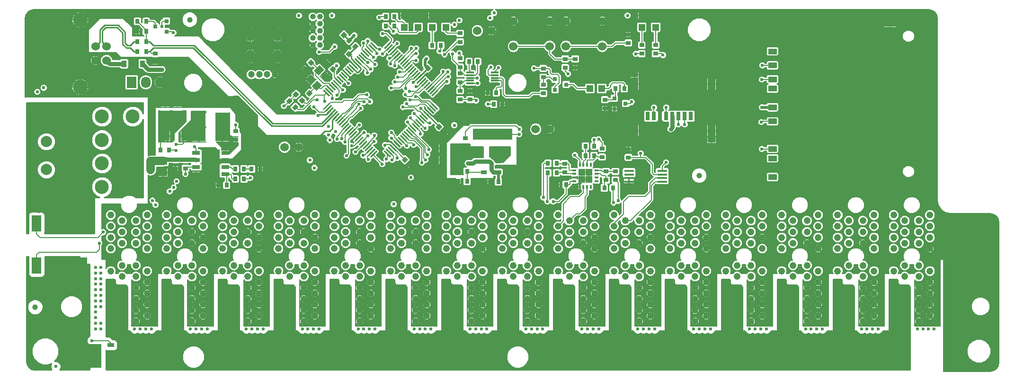
<source format=gbr>
G04 #@! TF.FileFunction,Copper,L1,Top,Signal*
%FSLAX46Y46*%
G04 Gerber Fmt 4.6, Leading zero omitted, Abs format (unit mm)*
G04 Created by KiCad (PCBNEW 4.0.3+e1-6302~38~ubuntu14.04.1-stable) date Fri Dec 30 00:21:17 2016*
%MOMM*%
%LPD*%
G01*
G04 APERTURE LIST*
%ADD10C,0.100000*%
%ADD11C,2.000000*%
%ADD12R,1.198880X1.198880*%
%ADD13R,1.350000X0.750000*%
%ADD14R,3.200000X4.900000*%
%ADD15R,0.800000X1.500000*%
%ADD16R,1.450000X2.000000*%
%ADD17R,1.450000X0.900000*%
%ADD18R,0.800100X0.800100*%
%ADD19C,1.200000*%
%ADD20O,1.500000X2.400000*%
%ADD21C,1.230000*%
%ADD22R,1.500000X1.400000*%
%ADD23R,1.400000X1.500000*%
%ADD24R,0.864000X0.787000*%
%ADD25R,0.787000X0.864000*%
%ADD26C,1.016000*%
%ADD27R,1.000000X0.700000*%
%ADD28C,1.524000*%
%ADD29R,3.600000X1.500000*%
%ADD30C,2.700020*%
%ADD31R,0.910000X1.220000*%
%ADD32R,1.500000X1.000000*%
%ADD33R,2.200000X1.200000*%
%ADD34R,7.620000X2.950000*%
%ADD35R,1.680000X2.950000*%
%ADD36R,1.450000X0.300000*%
%ADD37R,1.150000X0.700000*%
%ADD38R,1.550000X4.700000*%
%ADD39R,3.300000X4.200000*%
%ADD40R,0.800000X0.350000*%
%ADD41R,0.350000X0.800000*%
%ADD42R,1.250000X1.250000*%
%ADD43R,0.900000X1.700000*%
%ADD44R,1.700000X0.900000*%
%ADD45R,1.727200X2.032000*%
%ADD46O,1.727200X2.032000*%
%ADD47C,2.500000*%
%ADD48C,1.000000*%
%ADD49R,2.350000X5.100000*%
%ADD50R,1.780000X0.450000*%
%ADD51C,0.600000*%
%ADD52C,0.150000*%
%ADD53C,0.200000*%
%ADD54C,0.500000*%
%ADD55C,0.250000*%
%ADD56C,0.750000*%
%ADD57C,1.500000*%
%ADD58C,0.254000*%
G04 APERTURE END LIST*
D10*
D11*
X55200000Y-107500000D03*
X55200000Y-102500000D03*
X55200000Y-97500000D03*
X55200000Y-92500000D03*
D12*
X161700000Y-77049020D03*
X161700000Y-74950980D03*
D13*
X81975000Y-99495000D03*
X81975000Y-100765000D03*
X81975000Y-102035000D03*
X81975000Y-103305000D03*
X87225000Y-103305000D03*
X87225000Y-102035000D03*
X87225000Y-100765000D03*
X87225000Y-99495000D03*
D14*
X84600000Y-101400000D03*
D15*
X170500000Y-92950000D03*
X169400000Y-92950000D03*
X168300000Y-92950000D03*
X167200000Y-92950000D03*
X166100000Y-92950000D03*
X165000000Y-92950000D03*
X163900000Y-92950000D03*
X162800000Y-92950000D03*
D16*
X160425000Y-87250000D03*
X174175000Y-87250000D03*
X160425000Y-95550000D03*
X174175000Y-95550000D03*
D17*
X174175000Y-97250000D03*
X160425000Y-85550000D03*
D18*
X76700760Y-77850000D03*
X76700760Y-75950000D03*
X74701780Y-76900000D03*
D10*
G36*
X113161522Y-79888373D02*
X113373654Y-79676241D01*
X114434314Y-80736901D01*
X114222182Y-80949033D01*
X113161522Y-79888373D01*
X113161522Y-79888373D01*
G37*
G36*
X112807969Y-80241926D02*
X113020101Y-80029794D01*
X114080761Y-81090454D01*
X113868629Y-81302586D01*
X112807969Y-80241926D01*
X112807969Y-80241926D01*
G37*
G36*
X112454416Y-80595480D02*
X112666548Y-80383348D01*
X113727208Y-81444008D01*
X113515076Y-81656140D01*
X112454416Y-80595480D01*
X112454416Y-80595480D01*
G37*
G36*
X112100862Y-80949033D02*
X112312994Y-80736901D01*
X113373654Y-81797561D01*
X113161522Y-82009693D01*
X112100862Y-80949033D01*
X112100862Y-80949033D01*
G37*
G36*
X111747309Y-81302587D02*
X111959441Y-81090455D01*
X113020101Y-82151115D01*
X112807969Y-82363247D01*
X111747309Y-81302587D01*
X111747309Y-81302587D01*
G37*
G36*
X111393756Y-81656140D02*
X111605888Y-81444008D01*
X112666548Y-82504668D01*
X112454416Y-82716800D01*
X111393756Y-81656140D01*
X111393756Y-81656140D01*
G37*
G36*
X111040202Y-82009693D02*
X111252334Y-81797561D01*
X112312994Y-82858221D01*
X112100862Y-83070353D01*
X111040202Y-82009693D01*
X111040202Y-82009693D01*
G37*
G36*
X110686649Y-82363247D02*
X110898781Y-82151115D01*
X111959441Y-83211775D01*
X111747309Y-83423907D01*
X110686649Y-82363247D01*
X110686649Y-82363247D01*
G37*
G36*
X110333095Y-82716800D02*
X110545227Y-82504668D01*
X111605887Y-83565328D01*
X111393755Y-83777460D01*
X110333095Y-82716800D01*
X110333095Y-82716800D01*
G37*
G36*
X109979542Y-83070354D02*
X110191674Y-82858222D01*
X111252334Y-83918882D01*
X111040202Y-84131014D01*
X109979542Y-83070354D01*
X109979542Y-83070354D01*
G37*
G36*
X109625989Y-83423907D02*
X109838121Y-83211775D01*
X110898781Y-84272435D01*
X110686649Y-84484567D01*
X109625989Y-83423907D01*
X109625989Y-83423907D01*
G37*
G36*
X109272435Y-83777460D02*
X109484567Y-83565328D01*
X110545227Y-84625988D01*
X110333095Y-84838120D01*
X109272435Y-83777460D01*
X109272435Y-83777460D01*
G37*
G36*
X108918882Y-84131014D02*
X109131014Y-83918882D01*
X110191674Y-84979542D01*
X109979542Y-85191674D01*
X108918882Y-84131014D01*
X108918882Y-84131014D01*
G37*
G36*
X108565328Y-84484567D02*
X108777460Y-84272435D01*
X109838120Y-85333095D01*
X109625988Y-85545227D01*
X108565328Y-84484567D01*
X108565328Y-84484567D01*
G37*
G36*
X108211775Y-84838121D02*
X108423907Y-84625989D01*
X109484567Y-85686649D01*
X109272435Y-85898781D01*
X108211775Y-84838121D01*
X108211775Y-84838121D01*
G37*
G36*
X107858222Y-85191674D02*
X108070354Y-84979542D01*
X109131014Y-86040202D01*
X108918882Y-86252334D01*
X107858222Y-85191674D01*
X107858222Y-85191674D01*
G37*
G36*
X107504668Y-85545227D02*
X107716800Y-85333095D01*
X108777460Y-86393755D01*
X108565328Y-86605887D01*
X107504668Y-85545227D01*
X107504668Y-85545227D01*
G37*
G36*
X107151115Y-85898781D02*
X107363247Y-85686649D01*
X108423907Y-86747309D01*
X108211775Y-86959441D01*
X107151115Y-85898781D01*
X107151115Y-85898781D01*
G37*
G36*
X106797561Y-86252334D02*
X107009693Y-86040202D01*
X108070353Y-87100862D01*
X107858221Y-87312994D01*
X106797561Y-86252334D01*
X106797561Y-86252334D01*
G37*
G36*
X106444008Y-86605888D02*
X106656140Y-86393756D01*
X107716800Y-87454416D01*
X107504668Y-87666548D01*
X106444008Y-86605888D01*
X106444008Y-86605888D01*
G37*
G36*
X106090455Y-86959441D02*
X106302587Y-86747309D01*
X107363247Y-87807969D01*
X107151115Y-88020101D01*
X106090455Y-86959441D01*
X106090455Y-86959441D01*
G37*
G36*
X105736901Y-87312994D02*
X105949033Y-87100862D01*
X107009693Y-88161522D01*
X106797561Y-88373654D01*
X105736901Y-87312994D01*
X105736901Y-87312994D01*
G37*
G36*
X105383348Y-87666548D02*
X105595480Y-87454416D01*
X106656140Y-88515076D01*
X106444008Y-88727208D01*
X105383348Y-87666548D01*
X105383348Y-87666548D01*
G37*
G36*
X105029794Y-88020101D02*
X105241926Y-87807969D01*
X106302586Y-88868629D01*
X106090454Y-89080761D01*
X105029794Y-88020101D01*
X105029794Y-88020101D01*
G37*
G36*
X104676241Y-88373654D02*
X104888373Y-88161522D01*
X105949033Y-89222182D01*
X105736901Y-89434314D01*
X104676241Y-88373654D01*
X104676241Y-88373654D01*
G37*
G36*
X104888373Y-91838478D02*
X104676241Y-91626346D01*
X105736901Y-90565686D01*
X105949033Y-90777818D01*
X104888373Y-91838478D01*
X104888373Y-91838478D01*
G37*
G36*
X105241926Y-92192031D02*
X105029794Y-91979899D01*
X106090454Y-90919239D01*
X106302586Y-91131371D01*
X105241926Y-92192031D01*
X105241926Y-92192031D01*
G37*
G36*
X105595480Y-92545584D02*
X105383348Y-92333452D01*
X106444008Y-91272792D01*
X106656140Y-91484924D01*
X105595480Y-92545584D01*
X105595480Y-92545584D01*
G37*
G36*
X105949033Y-92899138D02*
X105736901Y-92687006D01*
X106797561Y-91626346D01*
X107009693Y-91838478D01*
X105949033Y-92899138D01*
X105949033Y-92899138D01*
G37*
G36*
X106302587Y-93252691D02*
X106090455Y-93040559D01*
X107151115Y-91979899D01*
X107363247Y-92192031D01*
X106302587Y-93252691D01*
X106302587Y-93252691D01*
G37*
G36*
X106656140Y-93606244D02*
X106444008Y-93394112D01*
X107504668Y-92333452D01*
X107716800Y-92545584D01*
X106656140Y-93606244D01*
X106656140Y-93606244D01*
G37*
G36*
X107009693Y-93959798D02*
X106797561Y-93747666D01*
X107858221Y-92687006D01*
X108070353Y-92899138D01*
X107009693Y-93959798D01*
X107009693Y-93959798D01*
G37*
G36*
X107363247Y-94313351D02*
X107151115Y-94101219D01*
X108211775Y-93040559D01*
X108423907Y-93252691D01*
X107363247Y-94313351D01*
X107363247Y-94313351D01*
G37*
G36*
X107716800Y-94666905D02*
X107504668Y-94454773D01*
X108565328Y-93394113D01*
X108777460Y-93606245D01*
X107716800Y-94666905D01*
X107716800Y-94666905D01*
G37*
G36*
X108070354Y-95020458D02*
X107858222Y-94808326D01*
X108918882Y-93747666D01*
X109131014Y-93959798D01*
X108070354Y-95020458D01*
X108070354Y-95020458D01*
G37*
G36*
X108423907Y-95374011D02*
X108211775Y-95161879D01*
X109272435Y-94101219D01*
X109484567Y-94313351D01*
X108423907Y-95374011D01*
X108423907Y-95374011D01*
G37*
G36*
X108777460Y-95727565D02*
X108565328Y-95515433D01*
X109625988Y-94454773D01*
X109838120Y-94666905D01*
X108777460Y-95727565D01*
X108777460Y-95727565D01*
G37*
G36*
X109131014Y-96081118D02*
X108918882Y-95868986D01*
X109979542Y-94808326D01*
X110191674Y-95020458D01*
X109131014Y-96081118D01*
X109131014Y-96081118D01*
G37*
G36*
X109484567Y-96434672D02*
X109272435Y-96222540D01*
X110333095Y-95161880D01*
X110545227Y-95374012D01*
X109484567Y-96434672D01*
X109484567Y-96434672D01*
G37*
G36*
X109838121Y-96788225D02*
X109625989Y-96576093D01*
X110686649Y-95515433D01*
X110898781Y-95727565D01*
X109838121Y-96788225D01*
X109838121Y-96788225D01*
G37*
G36*
X110191674Y-97141778D02*
X109979542Y-96929646D01*
X111040202Y-95868986D01*
X111252334Y-96081118D01*
X110191674Y-97141778D01*
X110191674Y-97141778D01*
G37*
G36*
X110545227Y-97495332D02*
X110333095Y-97283200D01*
X111393755Y-96222540D01*
X111605887Y-96434672D01*
X110545227Y-97495332D01*
X110545227Y-97495332D01*
G37*
G36*
X110898781Y-97848885D02*
X110686649Y-97636753D01*
X111747309Y-96576093D01*
X111959441Y-96788225D01*
X110898781Y-97848885D01*
X110898781Y-97848885D01*
G37*
G36*
X111252334Y-98202439D02*
X111040202Y-97990307D01*
X112100862Y-96929647D01*
X112312994Y-97141779D01*
X111252334Y-98202439D01*
X111252334Y-98202439D01*
G37*
G36*
X111605888Y-98555992D02*
X111393756Y-98343860D01*
X112454416Y-97283200D01*
X112666548Y-97495332D01*
X111605888Y-98555992D01*
X111605888Y-98555992D01*
G37*
G36*
X111959441Y-98909545D02*
X111747309Y-98697413D01*
X112807969Y-97636753D01*
X113020101Y-97848885D01*
X111959441Y-98909545D01*
X111959441Y-98909545D01*
G37*
G36*
X112312994Y-99263099D02*
X112100862Y-99050967D01*
X113161522Y-97990307D01*
X113373654Y-98202439D01*
X112312994Y-99263099D01*
X112312994Y-99263099D01*
G37*
G36*
X112666548Y-99616652D02*
X112454416Y-99404520D01*
X113515076Y-98343860D01*
X113727208Y-98555992D01*
X112666548Y-99616652D01*
X112666548Y-99616652D01*
G37*
G36*
X113020101Y-99970206D02*
X112807969Y-99758074D01*
X113868629Y-98697414D01*
X114080761Y-98909546D01*
X113020101Y-99970206D01*
X113020101Y-99970206D01*
G37*
G36*
X113373654Y-100323759D02*
X113161522Y-100111627D01*
X114222182Y-99050967D01*
X114434314Y-99263099D01*
X113373654Y-100323759D01*
X113373654Y-100323759D01*
G37*
G36*
X115565686Y-99263099D02*
X115777818Y-99050967D01*
X116838478Y-100111627D01*
X116626346Y-100323759D01*
X115565686Y-99263099D01*
X115565686Y-99263099D01*
G37*
G36*
X115919239Y-98909546D02*
X116131371Y-98697414D01*
X117192031Y-99758074D01*
X116979899Y-99970206D01*
X115919239Y-98909546D01*
X115919239Y-98909546D01*
G37*
G36*
X116272792Y-98555992D02*
X116484924Y-98343860D01*
X117545584Y-99404520D01*
X117333452Y-99616652D01*
X116272792Y-98555992D01*
X116272792Y-98555992D01*
G37*
G36*
X116626346Y-98202439D02*
X116838478Y-97990307D01*
X117899138Y-99050967D01*
X117687006Y-99263099D01*
X116626346Y-98202439D01*
X116626346Y-98202439D01*
G37*
G36*
X116979899Y-97848885D02*
X117192031Y-97636753D01*
X118252691Y-98697413D01*
X118040559Y-98909545D01*
X116979899Y-97848885D01*
X116979899Y-97848885D01*
G37*
G36*
X117333452Y-97495332D02*
X117545584Y-97283200D01*
X118606244Y-98343860D01*
X118394112Y-98555992D01*
X117333452Y-97495332D01*
X117333452Y-97495332D01*
G37*
G36*
X117687006Y-97141779D02*
X117899138Y-96929647D01*
X118959798Y-97990307D01*
X118747666Y-98202439D01*
X117687006Y-97141779D01*
X117687006Y-97141779D01*
G37*
G36*
X118040559Y-96788225D02*
X118252691Y-96576093D01*
X119313351Y-97636753D01*
X119101219Y-97848885D01*
X118040559Y-96788225D01*
X118040559Y-96788225D01*
G37*
G36*
X118394113Y-96434672D02*
X118606245Y-96222540D01*
X119666905Y-97283200D01*
X119454773Y-97495332D01*
X118394113Y-96434672D01*
X118394113Y-96434672D01*
G37*
G36*
X118747666Y-96081118D02*
X118959798Y-95868986D01*
X120020458Y-96929646D01*
X119808326Y-97141778D01*
X118747666Y-96081118D01*
X118747666Y-96081118D01*
G37*
G36*
X119101219Y-95727565D02*
X119313351Y-95515433D01*
X120374011Y-96576093D01*
X120161879Y-96788225D01*
X119101219Y-95727565D01*
X119101219Y-95727565D01*
G37*
G36*
X119454773Y-95374012D02*
X119666905Y-95161880D01*
X120727565Y-96222540D01*
X120515433Y-96434672D01*
X119454773Y-95374012D01*
X119454773Y-95374012D01*
G37*
G36*
X119808326Y-95020458D02*
X120020458Y-94808326D01*
X121081118Y-95868986D01*
X120868986Y-96081118D01*
X119808326Y-95020458D01*
X119808326Y-95020458D01*
G37*
G36*
X120161880Y-94666905D02*
X120374012Y-94454773D01*
X121434672Y-95515433D01*
X121222540Y-95727565D01*
X120161880Y-94666905D01*
X120161880Y-94666905D01*
G37*
G36*
X120515433Y-94313351D02*
X120727565Y-94101219D01*
X121788225Y-95161879D01*
X121576093Y-95374011D01*
X120515433Y-94313351D01*
X120515433Y-94313351D01*
G37*
G36*
X120868986Y-93959798D02*
X121081118Y-93747666D01*
X122141778Y-94808326D01*
X121929646Y-95020458D01*
X120868986Y-93959798D01*
X120868986Y-93959798D01*
G37*
G36*
X121222540Y-93606245D02*
X121434672Y-93394113D01*
X122495332Y-94454773D01*
X122283200Y-94666905D01*
X121222540Y-93606245D01*
X121222540Y-93606245D01*
G37*
G36*
X121576093Y-93252691D02*
X121788225Y-93040559D01*
X122848885Y-94101219D01*
X122636753Y-94313351D01*
X121576093Y-93252691D01*
X121576093Y-93252691D01*
G37*
G36*
X121929647Y-92899138D02*
X122141779Y-92687006D01*
X123202439Y-93747666D01*
X122990307Y-93959798D01*
X121929647Y-92899138D01*
X121929647Y-92899138D01*
G37*
G36*
X122283200Y-92545584D02*
X122495332Y-92333452D01*
X123555992Y-93394112D01*
X123343860Y-93606244D01*
X122283200Y-92545584D01*
X122283200Y-92545584D01*
G37*
G36*
X122636753Y-92192031D02*
X122848885Y-91979899D01*
X123909545Y-93040559D01*
X123697413Y-93252691D01*
X122636753Y-92192031D01*
X122636753Y-92192031D01*
G37*
G36*
X122990307Y-91838478D02*
X123202439Y-91626346D01*
X124263099Y-92687006D01*
X124050967Y-92899138D01*
X122990307Y-91838478D01*
X122990307Y-91838478D01*
G37*
G36*
X123343860Y-91484924D02*
X123555992Y-91272792D01*
X124616652Y-92333452D01*
X124404520Y-92545584D01*
X123343860Y-91484924D01*
X123343860Y-91484924D01*
G37*
G36*
X123697414Y-91131371D02*
X123909546Y-90919239D01*
X124970206Y-91979899D01*
X124758074Y-92192031D01*
X123697414Y-91131371D01*
X123697414Y-91131371D01*
G37*
G36*
X124050967Y-90777818D02*
X124263099Y-90565686D01*
X125323759Y-91626346D01*
X125111627Y-91838478D01*
X124050967Y-90777818D01*
X124050967Y-90777818D01*
G37*
G36*
X124263099Y-89434314D02*
X124050967Y-89222182D01*
X125111627Y-88161522D01*
X125323759Y-88373654D01*
X124263099Y-89434314D01*
X124263099Y-89434314D01*
G37*
G36*
X123909546Y-89080761D02*
X123697414Y-88868629D01*
X124758074Y-87807969D01*
X124970206Y-88020101D01*
X123909546Y-89080761D01*
X123909546Y-89080761D01*
G37*
G36*
X123555992Y-88727208D02*
X123343860Y-88515076D01*
X124404520Y-87454416D01*
X124616652Y-87666548D01*
X123555992Y-88727208D01*
X123555992Y-88727208D01*
G37*
G36*
X123202439Y-88373654D02*
X122990307Y-88161522D01*
X124050967Y-87100862D01*
X124263099Y-87312994D01*
X123202439Y-88373654D01*
X123202439Y-88373654D01*
G37*
G36*
X122848885Y-88020101D02*
X122636753Y-87807969D01*
X123697413Y-86747309D01*
X123909545Y-86959441D01*
X122848885Y-88020101D01*
X122848885Y-88020101D01*
G37*
G36*
X122495332Y-87666548D02*
X122283200Y-87454416D01*
X123343860Y-86393756D01*
X123555992Y-86605888D01*
X122495332Y-87666548D01*
X122495332Y-87666548D01*
G37*
G36*
X122141779Y-87312994D02*
X121929647Y-87100862D01*
X122990307Y-86040202D01*
X123202439Y-86252334D01*
X122141779Y-87312994D01*
X122141779Y-87312994D01*
G37*
G36*
X121788225Y-86959441D02*
X121576093Y-86747309D01*
X122636753Y-85686649D01*
X122848885Y-85898781D01*
X121788225Y-86959441D01*
X121788225Y-86959441D01*
G37*
G36*
X121434672Y-86605887D02*
X121222540Y-86393755D01*
X122283200Y-85333095D01*
X122495332Y-85545227D01*
X121434672Y-86605887D01*
X121434672Y-86605887D01*
G37*
G36*
X121081118Y-86252334D02*
X120868986Y-86040202D01*
X121929646Y-84979542D01*
X122141778Y-85191674D01*
X121081118Y-86252334D01*
X121081118Y-86252334D01*
G37*
G36*
X120727565Y-85898781D02*
X120515433Y-85686649D01*
X121576093Y-84625989D01*
X121788225Y-84838121D01*
X120727565Y-85898781D01*
X120727565Y-85898781D01*
G37*
G36*
X120374012Y-85545227D02*
X120161880Y-85333095D01*
X121222540Y-84272435D01*
X121434672Y-84484567D01*
X120374012Y-85545227D01*
X120374012Y-85545227D01*
G37*
G36*
X120020458Y-85191674D02*
X119808326Y-84979542D01*
X120868986Y-83918882D01*
X121081118Y-84131014D01*
X120020458Y-85191674D01*
X120020458Y-85191674D01*
G37*
G36*
X119666905Y-84838120D02*
X119454773Y-84625988D01*
X120515433Y-83565328D01*
X120727565Y-83777460D01*
X119666905Y-84838120D01*
X119666905Y-84838120D01*
G37*
G36*
X119313351Y-84484567D02*
X119101219Y-84272435D01*
X120161879Y-83211775D01*
X120374011Y-83423907D01*
X119313351Y-84484567D01*
X119313351Y-84484567D01*
G37*
G36*
X118959798Y-84131014D02*
X118747666Y-83918882D01*
X119808326Y-82858222D01*
X120020458Y-83070354D01*
X118959798Y-84131014D01*
X118959798Y-84131014D01*
G37*
G36*
X118606245Y-83777460D02*
X118394113Y-83565328D01*
X119454773Y-82504668D01*
X119666905Y-82716800D01*
X118606245Y-83777460D01*
X118606245Y-83777460D01*
G37*
G36*
X118252691Y-83423907D02*
X118040559Y-83211775D01*
X119101219Y-82151115D01*
X119313351Y-82363247D01*
X118252691Y-83423907D01*
X118252691Y-83423907D01*
G37*
G36*
X117899138Y-83070353D02*
X117687006Y-82858221D01*
X118747666Y-81797561D01*
X118959798Y-82009693D01*
X117899138Y-83070353D01*
X117899138Y-83070353D01*
G37*
G36*
X117545584Y-82716800D02*
X117333452Y-82504668D01*
X118394112Y-81444008D01*
X118606244Y-81656140D01*
X117545584Y-82716800D01*
X117545584Y-82716800D01*
G37*
G36*
X117192031Y-82363247D02*
X116979899Y-82151115D01*
X118040559Y-81090455D01*
X118252691Y-81302587D01*
X117192031Y-82363247D01*
X117192031Y-82363247D01*
G37*
G36*
X116838478Y-82009693D02*
X116626346Y-81797561D01*
X117687006Y-80736901D01*
X117899138Y-80949033D01*
X116838478Y-82009693D01*
X116838478Y-82009693D01*
G37*
G36*
X116484924Y-81656140D02*
X116272792Y-81444008D01*
X117333452Y-80383348D01*
X117545584Y-80595480D01*
X116484924Y-81656140D01*
X116484924Y-81656140D01*
G37*
G36*
X116131371Y-81302586D02*
X115919239Y-81090454D01*
X116979899Y-80029794D01*
X117192031Y-80241926D01*
X116131371Y-81302586D01*
X116131371Y-81302586D01*
G37*
G36*
X115777818Y-80949033D02*
X115565686Y-80736901D01*
X116626346Y-79676241D01*
X116838478Y-79888373D01*
X115777818Y-80949033D01*
X115777818Y-80949033D01*
G37*
D19*
X91900000Y-85500000D03*
X93300000Y-85500000D03*
X94700000Y-85500000D03*
X96100000Y-85500000D03*
D20*
X91730000Y-78390000D03*
X91730000Y-82230000D03*
X96570000Y-78390000D03*
X96570000Y-82230000D03*
D21*
X148750000Y-129650000D03*
X146750000Y-128650000D03*
X148750000Y-127650000D03*
X146750000Y-126650000D03*
X148750000Y-125650000D03*
X146750000Y-124650000D03*
X148750000Y-123650000D03*
X146750000Y-122650000D03*
X148750000Y-121650000D03*
X146750000Y-120650000D03*
X148750000Y-119650000D03*
X146750000Y-116650000D03*
X148750000Y-115650000D03*
X146750000Y-114650000D03*
X148750000Y-113650000D03*
X146750000Y-112650000D03*
X148750000Y-111650000D03*
X146750000Y-110650000D03*
X151250000Y-129650000D03*
X153250000Y-128650000D03*
X151250000Y-127650000D03*
X153250000Y-126650000D03*
X151250000Y-125650000D03*
X153250000Y-124650000D03*
X151250000Y-123650000D03*
X153250000Y-122650000D03*
X151250000Y-121650000D03*
X153250000Y-120650000D03*
X151250000Y-119650000D03*
X153250000Y-116650000D03*
X151250000Y-115650000D03*
X153250000Y-114650000D03*
X151250000Y-113650000D03*
X153250000Y-112650000D03*
X151250000Y-111650000D03*
X153250000Y-110650000D03*
X138750000Y-129650000D03*
X136750000Y-128650000D03*
X138750000Y-127650000D03*
X136750000Y-126650000D03*
X138750000Y-125650000D03*
X136750000Y-124650000D03*
X138750000Y-123650000D03*
X136750000Y-122650000D03*
X138750000Y-121650000D03*
X136750000Y-120650000D03*
X138750000Y-119650000D03*
X136750000Y-116650000D03*
X138750000Y-115650000D03*
X136750000Y-114650000D03*
X138750000Y-113650000D03*
X136750000Y-112650000D03*
X138750000Y-111650000D03*
X136750000Y-110650000D03*
X141250000Y-129650000D03*
X143250000Y-128650000D03*
X141250000Y-127650000D03*
X143250000Y-126650000D03*
X141250000Y-125650000D03*
X143250000Y-124650000D03*
X141250000Y-123650000D03*
X143250000Y-122650000D03*
X141250000Y-121650000D03*
X143250000Y-120650000D03*
X141250000Y-119650000D03*
X143250000Y-116650000D03*
X141250000Y-115650000D03*
X143250000Y-114650000D03*
X141250000Y-113650000D03*
X143250000Y-112650000D03*
X141250000Y-111650000D03*
X143250000Y-110650000D03*
X128750000Y-129650000D03*
X126750000Y-128650000D03*
X128750000Y-127650000D03*
X126750000Y-126650000D03*
X128750000Y-125650000D03*
X126750000Y-124650000D03*
X128750000Y-123650000D03*
X126750000Y-122650000D03*
X128750000Y-121650000D03*
X126750000Y-120650000D03*
X128750000Y-119650000D03*
X126750000Y-116650000D03*
X128750000Y-115650000D03*
X126750000Y-114650000D03*
X128750000Y-113650000D03*
X126750000Y-112650000D03*
X128750000Y-111650000D03*
X126750000Y-110650000D03*
X131250000Y-129650000D03*
X133250000Y-128650000D03*
X131250000Y-127650000D03*
X133250000Y-126650000D03*
X131250000Y-125650000D03*
X133250000Y-124650000D03*
X131250000Y-123650000D03*
X133250000Y-122650000D03*
X131250000Y-121650000D03*
X133250000Y-120650000D03*
X131250000Y-119650000D03*
X133250000Y-116650000D03*
X131250000Y-115650000D03*
X133250000Y-114650000D03*
X131250000Y-113650000D03*
X133250000Y-112650000D03*
X131250000Y-111650000D03*
X133250000Y-110650000D03*
X118750000Y-129650000D03*
X116750000Y-128650000D03*
X118750000Y-127650000D03*
X116750000Y-126650000D03*
X118750000Y-125650000D03*
X116750000Y-124650000D03*
X118750000Y-123650000D03*
X116750000Y-122650000D03*
X118750000Y-121650000D03*
X116750000Y-120650000D03*
X118750000Y-119650000D03*
X116750000Y-116650000D03*
X118750000Y-115650000D03*
X116750000Y-114650000D03*
X118750000Y-113650000D03*
X116750000Y-112650000D03*
X118750000Y-111650000D03*
X116750000Y-110650000D03*
X121250000Y-129650000D03*
X123250000Y-128650000D03*
X121250000Y-127650000D03*
X123250000Y-126650000D03*
X121250000Y-125650000D03*
X123250000Y-124650000D03*
X121250000Y-123650000D03*
X123250000Y-122650000D03*
X121250000Y-121650000D03*
X123250000Y-120650000D03*
X121250000Y-119650000D03*
X123250000Y-116650000D03*
X121250000Y-115650000D03*
X123250000Y-114650000D03*
X121250000Y-113650000D03*
X123250000Y-112650000D03*
X121250000Y-111650000D03*
X123250000Y-110650000D03*
X108750000Y-129650000D03*
X106750000Y-128650000D03*
X108750000Y-127650000D03*
X106750000Y-126650000D03*
X108750000Y-125650000D03*
X106750000Y-124650000D03*
X108750000Y-123650000D03*
X106750000Y-122650000D03*
X108750000Y-121650000D03*
X106750000Y-120650000D03*
X108750000Y-119650000D03*
X106750000Y-116650000D03*
X108750000Y-115650000D03*
X106750000Y-114650000D03*
X108750000Y-113650000D03*
X106750000Y-112650000D03*
X108750000Y-111650000D03*
X106750000Y-110650000D03*
X111250000Y-129650000D03*
X113250000Y-128650000D03*
X111250000Y-127650000D03*
X113250000Y-126650000D03*
X111250000Y-125650000D03*
X113250000Y-124650000D03*
X111250000Y-123650000D03*
X113250000Y-122650000D03*
X111250000Y-121650000D03*
X113250000Y-120650000D03*
X111250000Y-119650000D03*
X113250000Y-116650000D03*
X111250000Y-115650000D03*
X113250000Y-114650000D03*
X111250000Y-113650000D03*
X113250000Y-112650000D03*
X111250000Y-111650000D03*
X113250000Y-110650000D03*
X98750000Y-129650000D03*
X96750000Y-128650000D03*
X98750000Y-127650000D03*
X96750000Y-126650000D03*
X98750000Y-125650000D03*
X96750000Y-124650000D03*
X98750000Y-123650000D03*
X96750000Y-122650000D03*
X98750000Y-121650000D03*
X96750000Y-120650000D03*
X98750000Y-119650000D03*
X96750000Y-116650000D03*
X98750000Y-115650000D03*
X96750000Y-114650000D03*
X98750000Y-113650000D03*
X96750000Y-112650000D03*
X98750000Y-111650000D03*
X96750000Y-110650000D03*
X101250000Y-129650000D03*
X103250000Y-128650000D03*
X101250000Y-127650000D03*
X103250000Y-126650000D03*
X101250000Y-125650000D03*
X103250000Y-124650000D03*
X101250000Y-123650000D03*
X103250000Y-122650000D03*
X101250000Y-121650000D03*
X103250000Y-120650000D03*
X101250000Y-119650000D03*
X103250000Y-116650000D03*
X101250000Y-115650000D03*
X103250000Y-114650000D03*
X101250000Y-113650000D03*
X103250000Y-112650000D03*
X101250000Y-111650000D03*
X103250000Y-110650000D03*
X88750000Y-129650000D03*
X86750000Y-128650000D03*
X88750000Y-127650000D03*
X86750000Y-126650000D03*
X88750000Y-125650000D03*
X86750000Y-124650000D03*
X88750000Y-123650000D03*
X86750000Y-122650000D03*
X88750000Y-121650000D03*
X86750000Y-120650000D03*
X88750000Y-119650000D03*
X86750000Y-116650000D03*
X88750000Y-115650000D03*
X86750000Y-114650000D03*
X88750000Y-113650000D03*
X86750000Y-112650000D03*
X88750000Y-111650000D03*
X86750000Y-110650000D03*
X91250000Y-129650000D03*
X93250000Y-128650000D03*
X91250000Y-127650000D03*
X93250000Y-126650000D03*
X91250000Y-125650000D03*
X93250000Y-124650000D03*
X91250000Y-123650000D03*
X93250000Y-122650000D03*
X91250000Y-121650000D03*
X93250000Y-120650000D03*
X91250000Y-119650000D03*
X93250000Y-116650000D03*
X91250000Y-115650000D03*
X93250000Y-114650000D03*
X91250000Y-113650000D03*
X93250000Y-112650000D03*
X91250000Y-111650000D03*
X93250000Y-110650000D03*
X78750000Y-129650000D03*
X76750000Y-128650000D03*
X78750000Y-127650000D03*
X76750000Y-126650000D03*
X78750000Y-125650000D03*
X76750000Y-124650000D03*
X78750000Y-123650000D03*
X76750000Y-122650000D03*
X78750000Y-121650000D03*
X76750000Y-120650000D03*
X78750000Y-119650000D03*
X76750000Y-116650000D03*
X78750000Y-115650000D03*
X76750000Y-114650000D03*
X78750000Y-113650000D03*
X76750000Y-112650000D03*
X78750000Y-111650000D03*
X76750000Y-110650000D03*
X81250000Y-129650000D03*
X83250000Y-128650000D03*
X81250000Y-127650000D03*
X83250000Y-126650000D03*
X81250000Y-125650000D03*
X83250000Y-124650000D03*
X81250000Y-123650000D03*
X83250000Y-122650000D03*
X81250000Y-121650000D03*
X83250000Y-120650000D03*
X81250000Y-119650000D03*
X83250000Y-116650000D03*
X81250000Y-115650000D03*
X83250000Y-114650000D03*
X81250000Y-113650000D03*
X83250000Y-112650000D03*
X81250000Y-111650000D03*
X83250000Y-110650000D03*
X68750000Y-129650000D03*
X66750000Y-128650000D03*
X68750000Y-127650000D03*
X66750000Y-126650000D03*
X68750000Y-125650000D03*
X66750000Y-124650000D03*
X68750000Y-123650000D03*
X66750000Y-122650000D03*
X68750000Y-121650000D03*
X66750000Y-120650000D03*
X68750000Y-119650000D03*
X66750000Y-116650000D03*
X68750000Y-115650000D03*
X66750000Y-114650000D03*
X68750000Y-113650000D03*
X66750000Y-112650000D03*
X68750000Y-111650000D03*
X66750000Y-110650000D03*
X71250000Y-129650000D03*
X73250000Y-128650000D03*
X71250000Y-127650000D03*
X73250000Y-126650000D03*
X71250000Y-125650000D03*
X73250000Y-124650000D03*
X71250000Y-123650000D03*
X73250000Y-122650000D03*
X71250000Y-121650000D03*
X73250000Y-120650000D03*
X71250000Y-119650000D03*
X73250000Y-116650000D03*
X71250000Y-115650000D03*
X73250000Y-114650000D03*
X71250000Y-113650000D03*
X73250000Y-112650000D03*
X71250000Y-111650000D03*
X73250000Y-110650000D03*
X208750000Y-129650000D03*
X206750000Y-128650000D03*
X208750000Y-127650000D03*
X206750000Y-126650000D03*
X208750000Y-125650000D03*
X206750000Y-124650000D03*
X208750000Y-123650000D03*
X206750000Y-122650000D03*
X208750000Y-121650000D03*
X206750000Y-120650000D03*
X208750000Y-119650000D03*
X206750000Y-116650000D03*
X208750000Y-115650000D03*
X206750000Y-114650000D03*
X208750000Y-113650000D03*
X206750000Y-112650000D03*
X208750000Y-111650000D03*
X206750000Y-110650000D03*
X211250000Y-129650000D03*
X213250000Y-128650000D03*
X211250000Y-127650000D03*
X213250000Y-126650000D03*
X211250000Y-125650000D03*
X213250000Y-124650000D03*
X211250000Y-123650000D03*
X213250000Y-122650000D03*
X211250000Y-121650000D03*
X213250000Y-120650000D03*
X211250000Y-119650000D03*
X213250000Y-116650000D03*
X211250000Y-115650000D03*
X213250000Y-114650000D03*
X211250000Y-113650000D03*
X213250000Y-112650000D03*
X211250000Y-111650000D03*
X213250000Y-110650000D03*
X198750000Y-129650000D03*
X196750000Y-128650000D03*
X198750000Y-127650000D03*
X196750000Y-126650000D03*
X198750000Y-125650000D03*
X196750000Y-124650000D03*
X198750000Y-123650000D03*
X196750000Y-122650000D03*
X198750000Y-121650000D03*
X196750000Y-120650000D03*
X198750000Y-119650000D03*
X196750000Y-116650000D03*
X198750000Y-115650000D03*
X196750000Y-114650000D03*
X198750000Y-113650000D03*
X196750000Y-112650000D03*
X198750000Y-111650000D03*
X196750000Y-110650000D03*
X201250000Y-129650000D03*
X203250000Y-128650000D03*
X201250000Y-127650000D03*
X203250000Y-126650000D03*
X201250000Y-125650000D03*
X203250000Y-124650000D03*
X201250000Y-123650000D03*
X203250000Y-122650000D03*
X201250000Y-121650000D03*
X203250000Y-120650000D03*
X201250000Y-119650000D03*
X203250000Y-116650000D03*
X201250000Y-115650000D03*
X203250000Y-114650000D03*
X201250000Y-113650000D03*
X203250000Y-112650000D03*
X201250000Y-111650000D03*
X203250000Y-110650000D03*
X188750000Y-129650000D03*
X186750000Y-128650000D03*
X188750000Y-127650000D03*
X186750000Y-126650000D03*
X188750000Y-125650000D03*
X186750000Y-124650000D03*
X188750000Y-123650000D03*
X186750000Y-122650000D03*
X188750000Y-121650000D03*
X186750000Y-120650000D03*
X188750000Y-119650000D03*
X186750000Y-116650000D03*
X188750000Y-115650000D03*
X186750000Y-114650000D03*
X188750000Y-113650000D03*
X186750000Y-112650000D03*
X188750000Y-111650000D03*
X186750000Y-110650000D03*
X191250000Y-129650000D03*
X193250000Y-128650000D03*
X191250000Y-127650000D03*
X193250000Y-126650000D03*
X191250000Y-125650000D03*
X193250000Y-124650000D03*
X191250000Y-123650000D03*
X193250000Y-122650000D03*
X191250000Y-121650000D03*
X193250000Y-120650000D03*
X191250000Y-119650000D03*
X193250000Y-116650000D03*
X191250000Y-115650000D03*
X193250000Y-114650000D03*
X191250000Y-113650000D03*
X193250000Y-112650000D03*
X191250000Y-111650000D03*
X193250000Y-110650000D03*
X178750000Y-129650000D03*
X176750000Y-128650000D03*
X178750000Y-127650000D03*
X176750000Y-126650000D03*
X178750000Y-125650000D03*
X176750000Y-124650000D03*
X178750000Y-123650000D03*
X176750000Y-122650000D03*
X178750000Y-121650000D03*
X176750000Y-120650000D03*
X178750000Y-119650000D03*
X176750000Y-116650000D03*
X178750000Y-115650000D03*
X176750000Y-114650000D03*
X178750000Y-113650000D03*
X176750000Y-112650000D03*
X178750000Y-111650000D03*
X176750000Y-110650000D03*
X181250000Y-129650000D03*
X183250000Y-128650000D03*
X181250000Y-127650000D03*
X183250000Y-126650000D03*
X181250000Y-125650000D03*
X183250000Y-124650000D03*
X181250000Y-123650000D03*
X183250000Y-122650000D03*
X181250000Y-121650000D03*
X183250000Y-120650000D03*
X181250000Y-119650000D03*
X183250000Y-116650000D03*
X181250000Y-115650000D03*
X183250000Y-114650000D03*
X181250000Y-113650000D03*
X183250000Y-112650000D03*
X181250000Y-111650000D03*
X183250000Y-110650000D03*
X168750000Y-129650000D03*
X166750000Y-128650000D03*
X168750000Y-127650000D03*
X166750000Y-126650000D03*
X168750000Y-125650000D03*
X166750000Y-124650000D03*
X168750000Y-123650000D03*
X166750000Y-122650000D03*
X168750000Y-121650000D03*
X166750000Y-120650000D03*
X168750000Y-119650000D03*
X166750000Y-116650000D03*
X168750000Y-115650000D03*
X166750000Y-114650000D03*
X168750000Y-113650000D03*
X166750000Y-112650000D03*
X168750000Y-111650000D03*
X166750000Y-110650000D03*
X171250000Y-129650000D03*
X173250000Y-128650000D03*
X171250000Y-127650000D03*
X173250000Y-126650000D03*
X171250000Y-125650000D03*
X173250000Y-124650000D03*
X171250000Y-123650000D03*
X173250000Y-122650000D03*
X171250000Y-121650000D03*
X173250000Y-120650000D03*
X171250000Y-119650000D03*
X173250000Y-116650000D03*
X171250000Y-115650000D03*
X173250000Y-114650000D03*
X171250000Y-113650000D03*
X173250000Y-112650000D03*
X171250000Y-111650000D03*
X173250000Y-110650000D03*
X158750000Y-129650000D03*
X156750000Y-128650000D03*
X158750000Y-127650000D03*
X156750000Y-126650000D03*
X158750000Y-125650000D03*
X156750000Y-124650000D03*
X158750000Y-123650000D03*
X156750000Y-122650000D03*
X158750000Y-121650000D03*
X156750000Y-120650000D03*
X158750000Y-119650000D03*
X156750000Y-116650000D03*
X158750000Y-115650000D03*
X156750000Y-114650000D03*
X158750000Y-113650000D03*
X156750000Y-112650000D03*
X158750000Y-111650000D03*
X156750000Y-110650000D03*
X161250000Y-129650000D03*
X163250000Y-128650000D03*
X161250000Y-127650000D03*
X163250000Y-126650000D03*
X161250000Y-125650000D03*
X163250000Y-124650000D03*
X161250000Y-123650000D03*
X163250000Y-122650000D03*
X161250000Y-121650000D03*
X163250000Y-120650000D03*
X161250000Y-119650000D03*
X163250000Y-116650000D03*
X161250000Y-115650000D03*
X163250000Y-114650000D03*
X161250000Y-113650000D03*
X163250000Y-112650000D03*
X161250000Y-111650000D03*
X163250000Y-110650000D03*
D22*
X76500000Y-92625000D03*
X76500000Y-90575000D03*
X78700000Y-92625000D03*
X78700000Y-90575000D03*
D23*
X128225000Y-100800000D03*
X126175000Y-100800000D03*
X128225000Y-98700000D03*
X126175000Y-98700000D03*
D24*
X74700000Y-81750500D03*
X74700000Y-83299500D03*
D25*
X73074500Y-77800000D03*
X71525500Y-77800000D03*
X136074500Y-104700000D03*
X134525500Y-104700000D03*
D10*
G36*
X109006371Y-78395430D02*
X108395430Y-79006371D01*
X107838937Y-78449878D01*
X108449878Y-77838937D01*
X109006371Y-78395430D01*
X109006371Y-78395430D01*
G37*
G36*
X107911063Y-77300122D02*
X107300122Y-77911063D01*
X106743629Y-77354570D01*
X107354570Y-76743629D01*
X107911063Y-77300122D01*
X107911063Y-77300122D01*
G37*
G36*
X118768629Y-100779570D02*
X119379570Y-100168629D01*
X119936063Y-100725122D01*
X119325122Y-101336063D01*
X118768629Y-100779570D01*
X118768629Y-100779570D01*
G37*
G36*
X119863937Y-101874878D02*
X120474878Y-101263937D01*
X121031371Y-101820430D01*
X120420430Y-102431371D01*
X119863937Y-101874878D01*
X119863937Y-101874878D01*
G37*
G36*
X124868629Y-94879570D02*
X125479570Y-94268629D01*
X126036063Y-94825122D01*
X125425122Y-95436063D01*
X124868629Y-94879570D01*
X124868629Y-94879570D01*
G37*
G36*
X125963937Y-95974878D02*
X126574878Y-95363937D01*
X127131371Y-95920430D01*
X126520430Y-96531371D01*
X125963937Y-95974878D01*
X125963937Y-95974878D01*
G37*
G36*
X107031371Y-84520430D02*
X106420430Y-85131371D01*
X105863937Y-84574878D01*
X106474878Y-83963937D01*
X107031371Y-84520430D01*
X107031371Y-84520430D01*
G37*
G36*
X105936063Y-83425122D02*
X105325122Y-84036063D01*
X104768629Y-83479570D01*
X105379570Y-82868629D01*
X105936063Y-83425122D01*
X105936063Y-83425122D01*
G37*
G36*
X102831371Y-88820430D02*
X102220430Y-89431371D01*
X101663937Y-88874878D01*
X102274878Y-88263937D01*
X102831371Y-88820430D01*
X102831371Y-88820430D01*
G37*
G36*
X101736063Y-87725122D02*
X101125122Y-88336063D01*
X100568629Y-87779570D01*
X101179570Y-87168629D01*
X101736063Y-87725122D01*
X101736063Y-87725122D01*
G37*
G36*
X102520430Y-82768629D02*
X103131371Y-83379570D01*
X102574878Y-83936063D01*
X101963937Y-83325122D01*
X102520430Y-82768629D01*
X102520430Y-82768629D01*
G37*
G36*
X101425122Y-83863937D02*
X102036063Y-84474878D01*
X101479570Y-85031371D01*
X100868629Y-84420430D01*
X101425122Y-83863937D01*
X101425122Y-83863937D01*
G37*
G36*
X109931371Y-81795430D02*
X109320430Y-82406371D01*
X108763937Y-81849878D01*
X109374878Y-81238937D01*
X109931371Y-81795430D01*
X109931371Y-81795430D01*
G37*
G36*
X108836063Y-80700122D02*
X108225122Y-81311063D01*
X107668629Y-80754570D01*
X108279570Y-80143629D01*
X108836063Y-80700122D01*
X108836063Y-80700122D01*
G37*
G36*
X123479570Y-84931371D02*
X122868629Y-84320430D01*
X123425122Y-83763937D01*
X124036063Y-84374878D01*
X123479570Y-84931371D01*
X123479570Y-84931371D01*
G37*
G36*
X124574878Y-83836063D02*
X123963937Y-83225122D01*
X124520430Y-82668629D01*
X125131371Y-83279570D01*
X124574878Y-83836063D01*
X124574878Y-83836063D01*
G37*
D24*
X78300000Y-100725500D03*
X78300000Y-102274500D03*
X149800000Y-82725500D03*
X149800000Y-84274500D03*
X159300000Y-79874500D03*
X159300000Y-78325500D03*
D25*
X89025500Y-102400000D03*
X90574500Y-102400000D03*
D24*
X89100000Y-95625500D03*
X89100000Y-97174500D03*
D26*
X102865000Y-75160000D03*
X104135000Y-75160000D03*
X102865000Y-76430000D03*
X104135000Y-76430000D03*
X102865000Y-77700000D03*
X104135000Y-77700000D03*
X102865000Y-78970000D03*
X104135000Y-78970000D03*
X102865000Y-80240000D03*
X104135000Y-80240000D03*
D10*
G36*
X103552512Y-88398097D02*
X102703984Y-87549569D01*
X103693934Y-86559619D01*
X104542462Y-87408147D01*
X103552512Y-88398097D01*
X103552512Y-88398097D01*
G37*
G36*
X105108147Y-86842462D02*
X104259619Y-85993934D01*
X105249569Y-85003984D01*
X106098097Y-85852512D01*
X105108147Y-86842462D01*
X105108147Y-86842462D01*
G37*
G36*
X103906066Y-85640381D02*
X103057538Y-84791853D01*
X104047488Y-83801903D01*
X104896016Y-84650431D01*
X103906066Y-85640381D01*
X103906066Y-85640381D01*
G37*
G36*
X102350431Y-87196016D02*
X101501903Y-86347488D01*
X102491853Y-85357538D01*
X103340381Y-86206066D01*
X102350431Y-87196016D01*
X102350431Y-87196016D01*
G37*
D25*
X87474500Y-105300000D03*
X85925500Y-105300000D03*
X90574500Y-104200000D03*
X89025500Y-104200000D03*
X91925500Y-102400000D03*
X93474500Y-102400000D03*
X130474500Y-104600000D03*
X128925500Y-104600000D03*
X128925500Y-102800000D03*
X130474500Y-102800000D03*
D24*
X148000000Y-82725500D03*
X148000000Y-84274500D03*
X161700000Y-81774500D03*
X161700000Y-80225500D03*
X164200000Y-81774500D03*
X164200000Y-80225500D03*
D25*
X115925500Y-75100000D03*
X117474500Y-75100000D03*
X115925500Y-76800000D03*
X117474500Y-76800000D03*
X125774500Y-80300000D03*
X124225500Y-80300000D03*
D24*
X129200000Y-79674500D03*
X129200000Y-78125500D03*
D25*
X71525500Y-79600000D03*
X73074500Y-79600000D03*
X71525500Y-81400000D03*
X73074500Y-81400000D03*
D27*
X136100000Y-102950000D03*
X136100000Y-102000000D03*
X136100000Y-101050000D03*
X133500000Y-101050000D03*
X133500000Y-102950000D03*
D28*
X148150000Y-75950000D03*
X154650000Y-75950000D03*
X148150000Y-80450000D03*
X154650000Y-80450000D03*
X138750000Y-75950000D03*
X145250000Y-75950000D03*
X138750000Y-80450000D03*
X145250000Y-80450000D03*
D29*
X136300000Y-99225000D03*
X136300000Y-96175000D03*
D25*
X71525500Y-76000000D03*
X73074500Y-76000000D03*
D28*
X66000000Y-80460000D03*
X66000000Y-83000000D03*
X64001020Y-83000000D03*
X64001020Y-80460000D03*
D30*
X61301000Y-75730520D03*
X61301000Y-87729480D03*
D31*
X72410000Y-83575000D03*
X69140000Y-83575000D03*
D10*
G36*
X108793629Y-79429570D02*
X109404570Y-78818629D01*
X109961063Y-79375122D01*
X109350122Y-79986063D01*
X108793629Y-79429570D01*
X108793629Y-79429570D01*
G37*
G36*
X109888937Y-80524878D02*
X110499878Y-79913937D01*
X111056371Y-80470430D01*
X110445430Y-81081371D01*
X109888937Y-80524878D01*
X109888937Y-80524878D01*
G37*
D12*
X164200000Y-77049020D03*
X164200000Y-74950980D03*
X126700000Y-77049020D03*
X126700000Y-74950980D03*
X124200000Y-77049020D03*
X124200000Y-74950980D03*
X121700000Y-77049020D03*
X121700000Y-74950980D03*
X119200000Y-77049020D03*
X119200000Y-74950980D03*
D32*
X185100000Y-83875000D03*
X185100000Y-86375000D03*
X185100000Y-89675000D03*
X185100000Y-91375000D03*
X185100000Y-93875000D03*
X185100000Y-96375000D03*
X185100000Y-98800000D03*
X185100000Y-100500000D03*
X185100000Y-81375000D03*
X185100000Y-88025000D03*
X185100000Y-103850000D03*
D33*
X206100000Y-76350000D03*
X207300000Y-104350000D03*
D22*
X76100000Y-100975000D03*
X76100000Y-103025000D03*
D25*
X148174500Y-105200000D03*
X146625500Y-105200000D03*
D34*
X58745000Y-112165000D03*
X58745000Y-119635000D03*
D35*
X53485000Y-112165000D03*
X53485000Y-119635000D03*
D10*
G36*
X98068629Y-90279570D02*
X98679570Y-89668629D01*
X99236063Y-90225122D01*
X98625122Y-90836063D01*
X98068629Y-90279570D01*
X98068629Y-90279570D01*
G37*
G36*
X99163937Y-91374878D02*
X99774878Y-90763937D01*
X100331371Y-91320430D01*
X99720430Y-91931371D01*
X99163937Y-91374878D01*
X99163937Y-91374878D01*
G37*
G36*
X99268629Y-89079570D02*
X99879570Y-88468629D01*
X100436063Y-89025122D01*
X99825122Y-89636063D01*
X99268629Y-89079570D01*
X99268629Y-89079570D01*
G37*
G36*
X100363937Y-90174878D02*
X100974878Y-89563937D01*
X101531371Y-90120430D01*
X100920430Y-90731371D01*
X100363937Y-90174878D01*
X100363937Y-90174878D01*
G37*
D25*
X135674500Y-88800000D03*
X134125500Y-88800000D03*
D24*
X129200000Y-85325500D03*
X129200000Y-86874500D03*
X129200000Y-88425500D03*
X129200000Y-89974500D03*
X131000000Y-89974500D03*
X131000000Y-88425500D03*
X129200000Y-84174500D03*
X129200000Y-82625500D03*
D25*
X130825500Y-83200000D03*
X132374500Y-83200000D03*
D36*
X131000000Y-85100000D03*
X131000000Y-85600000D03*
X131000000Y-86100000D03*
X131000000Y-86600000D03*
X131000000Y-87100000D03*
X135400000Y-87100000D03*
X135400000Y-86600000D03*
X135400000Y-86100000D03*
X135400000Y-85600000D03*
X135400000Y-85100000D03*
D25*
X135225500Y-90800000D03*
X136774500Y-90800000D03*
D37*
X66725000Y-136435000D03*
X66725000Y-137705000D03*
X66725000Y-135165000D03*
D38*
X61250000Y-135800000D03*
D39*
X63450000Y-135800000D03*
D37*
X66725000Y-133895000D03*
D18*
X146199240Y-86350000D03*
X146199240Y-88250000D03*
X148198220Y-87300000D03*
X156799240Y-89750000D03*
X156799240Y-91650000D03*
X158798220Y-90700000D03*
D24*
X144100000Y-84425500D03*
X144100000Y-85974500D03*
X144100000Y-87325500D03*
X144100000Y-88874500D03*
D25*
X158574500Y-88000000D03*
X157025500Y-88000000D03*
D24*
X155100000Y-90025500D03*
X155100000Y-91574500D03*
D12*
X152450980Y-88000000D03*
X154549020Y-88000000D03*
D25*
X151625500Y-100000000D03*
X153174500Y-100000000D03*
D24*
X155300000Y-102825500D03*
X155300000Y-104374500D03*
X147900000Y-102974500D03*
X147900000Y-101425500D03*
X130200000Y-98474500D03*
X130200000Y-96925500D03*
D25*
X77174500Y-99000000D03*
X75625500Y-99000000D03*
D24*
X154600000Y-100274500D03*
X154600000Y-98725500D03*
D25*
X151625500Y-98300000D03*
X153174500Y-98300000D03*
X155025500Y-105800000D03*
X156574500Y-105800000D03*
X146474500Y-101400000D03*
X144925500Y-101400000D03*
D24*
X157000000Y-102825500D03*
X157000000Y-104374500D03*
D25*
X146474500Y-103100000D03*
X144925500Y-103100000D03*
D40*
X149600000Y-102625000D03*
X149600000Y-103275000D03*
X149600000Y-103925000D03*
X149600000Y-104575000D03*
D41*
X150625000Y-105600000D03*
X151275000Y-105600000D03*
X151925000Y-105600000D03*
X152575000Y-105600000D03*
D40*
X153600000Y-104575000D03*
X153600000Y-103925000D03*
X153600000Y-103275000D03*
X153600000Y-102625000D03*
D41*
X152575000Y-101600000D03*
X151925000Y-101600000D03*
X151275000Y-101600000D03*
X150625000Y-101600000D03*
D42*
X152225000Y-104225000D03*
X152225000Y-102975000D03*
X150975000Y-104225000D03*
X150975000Y-102975000D03*
D43*
X76850000Y-96500000D03*
X79750000Y-96500000D03*
D44*
X132500000Y-99150000D03*
X132500000Y-96250000D03*
D28*
X132305000Y-77675000D03*
X134845000Y-77675000D03*
X142730000Y-95300000D03*
X145270000Y-95300000D03*
X97830000Y-98500000D03*
X100370000Y-98500000D03*
D24*
X80100000Y-100725500D03*
X80100000Y-102274500D03*
D45*
X70460000Y-86900000D03*
D46*
X73000000Y-86900000D03*
X75540000Y-86900000D03*
D47*
X65150000Y-105600000D03*
X70650000Y-105600000D03*
X65150000Y-101400000D03*
X70650000Y-101400000D03*
X65150000Y-97200000D03*
X70650000Y-97200000D03*
X65150000Y-93000000D03*
X70650000Y-93000000D03*
D48*
X80900000Y-75700000D03*
X53200000Y-127100000D03*
X172000000Y-103600000D03*
D49*
X86675000Y-94900000D03*
X82525000Y-94900000D03*
D24*
X159325000Y-98800500D03*
X159325000Y-100349500D03*
D50*
X159430000Y-102725000D03*
X159430000Y-103375000D03*
X159430000Y-104025000D03*
X159430000Y-104675000D03*
X165370000Y-104675000D03*
X165370000Y-104025000D03*
X165370000Y-103375000D03*
X165370000Y-102725000D03*
D51*
X166050000Y-101200000D03*
X75900000Y-76900000D03*
X145875000Y-108200000D03*
X149750000Y-99925000D03*
X130600000Y-100400000D03*
X130600000Y-99400000D03*
X129600000Y-99400000D03*
X129600000Y-100400000D03*
X129600000Y-101400000D03*
X148525000Y-85400000D03*
X165500000Y-82025000D03*
X97700000Y-91125000D03*
X183175000Y-91375000D03*
X116575000Y-82600000D03*
X107150000Y-83900000D03*
X123225000Y-82650000D03*
X110300000Y-78500000D03*
X166900000Y-95250000D03*
X103800000Y-92800000D03*
X120875000Y-86925000D03*
X122225000Y-91575000D03*
X115800000Y-98125000D03*
X112025000Y-95875000D03*
X64000000Y-131000000D03*
X64000000Y-130000000D03*
X64000000Y-129000000D03*
X64000000Y-128000000D03*
X64000000Y-127000000D03*
X64000000Y-126000000D03*
X64000000Y-125000000D03*
X64000000Y-124000000D03*
X64000000Y-123000000D03*
X65000000Y-131000000D03*
X65000000Y-130000000D03*
X65000000Y-127000000D03*
X65000000Y-126000000D03*
X65000000Y-125000000D03*
X65000000Y-124000000D03*
X65000000Y-123000000D03*
X65000000Y-122000000D03*
X65000000Y-121000000D03*
X65000000Y-120000000D03*
X64000000Y-120000000D03*
X64000000Y-121000000D03*
X64000000Y-122000000D03*
X71000000Y-131000000D03*
X72000000Y-131000000D03*
X73000000Y-131000000D03*
X74000000Y-131000000D03*
X81000000Y-131000000D03*
X82000000Y-131000000D03*
X83000000Y-131000000D03*
X84000000Y-131000000D03*
X91000000Y-131000000D03*
X92000000Y-131000000D03*
X93000000Y-131000000D03*
X94000000Y-131000000D03*
X101000000Y-131000000D03*
X102000000Y-131000000D03*
X103000000Y-131000000D03*
X104000000Y-131000000D03*
X111000000Y-131000000D03*
X112000000Y-131000000D03*
X113000000Y-131000000D03*
X114000000Y-131000000D03*
X121000000Y-131000000D03*
X122000000Y-131000000D03*
X123000000Y-131000000D03*
X124000000Y-131000000D03*
X131000000Y-131000000D03*
X132000000Y-131000000D03*
X133000000Y-131000000D03*
X134000000Y-131000000D03*
X141000000Y-131000000D03*
X142000000Y-131000000D03*
X143000000Y-131000000D03*
X144000000Y-131000000D03*
X151000000Y-131000000D03*
X152000000Y-131000000D03*
X153000000Y-131000000D03*
X154000000Y-131000000D03*
X161000000Y-131000000D03*
X162000000Y-131000000D03*
X163000000Y-131000000D03*
X164000000Y-131000000D03*
X171000000Y-131000000D03*
X172000000Y-131000000D03*
X173000000Y-131000000D03*
X174000000Y-131000000D03*
X181000000Y-131000000D03*
X182000000Y-131000000D03*
X183000000Y-131000000D03*
X184000000Y-131000000D03*
X191000000Y-131000000D03*
X192000000Y-131000000D03*
X193000000Y-131000000D03*
X194000000Y-131000000D03*
X201000000Y-131000000D03*
X202000000Y-131000000D03*
X203000000Y-131000000D03*
X204000000Y-131000000D03*
X211000000Y-131000000D03*
X212000000Y-131000000D03*
X213000000Y-131000000D03*
X214000000Y-131000000D03*
X77500000Y-95000000D03*
X78500000Y-94000000D03*
X76500000Y-95000000D03*
X76500000Y-94000000D03*
X77500000Y-94000000D03*
X131550000Y-101400000D03*
X132375000Y-101050000D03*
X130625000Y-101400000D03*
X75925000Y-84600000D03*
X91700000Y-104000000D03*
X75000000Y-138000000D03*
X73000000Y-138000000D03*
X71000000Y-138000000D03*
X79000000Y-134000000D03*
X77000000Y-134000000D03*
X75000000Y-134000000D03*
X73000000Y-134000000D03*
X71000000Y-134000000D03*
X69000000Y-134000000D03*
X68000000Y-136000000D03*
X70000000Y-136000000D03*
X72000000Y-136000000D03*
X74000000Y-136000000D03*
X76000000Y-136000000D03*
X78000000Y-136000000D03*
X79000000Y-138000000D03*
X77000000Y-138000000D03*
X53600000Y-88600000D03*
X69000000Y-138000000D03*
X160625000Y-81800000D03*
X134600000Y-75400000D03*
X134700000Y-84200000D03*
X103650000Y-90000000D03*
X106375000Y-89775000D03*
X74200000Y-108050000D03*
X105050000Y-90300000D03*
X74750000Y-108800000D03*
X77300000Y-106400000D03*
X117350000Y-108700000D03*
X117975000Y-100425000D03*
X109250000Y-87075000D03*
X102350000Y-100825000D03*
X119825000Y-94000000D03*
X77950000Y-78025000D03*
X115300000Y-101525000D03*
X116050000Y-100650000D03*
X117075000Y-100800000D03*
X116925000Y-96875000D03*
X116925000Y-95900000D03*
X119700000Y-98225000D03*
X120900000Y-98050000D03*
X113875000Y-96375000D03*
X113850000Y-97500000D03*
X112800000Y-100675000D03*
X111900000Y-99975000D03*
X111175000Y-94525000D03*
X108625000Y-97575000D03*
X108025000Y-97000000D03*
X107200000Y-97075000D03*
X110500000Y-99350000D03*
X112750000Y-96500000D03*
X109825000Y-98250000D03*
X108900000Y-100025000D03*
X113200000Y-84575000D03*
X112600000Y-85175000D03*
X108275000Y-88250000D03*
X107175000Y-89175000D03*
X112700000Y-83375000D03*
X113950000Y-83700000D03*
X115375000Y-81825000D03*
X117950000Y-79975000D03*
X122375000Y-101300000D03*
X123050000Y-100800000D03*
X123600000Y-98900000D03*
X123350000Y-99825000D03*
X120350000Y-93250000D03*
X123000000Y-95075000D03*
X121025000Y-92500000D03*
X123800000Y-94200000D03*
X114750000Y-75300000D03*
X111425000Y-91575000D03*
X117325000Y-77800000D03*
X111100000Y-90825000D03*
X125550000Y-81325000D03*
X112025000Y-90400000D03*
X126450000Y-81925000D03*
X113100000Y-90350000D03*
X107000000Y-95725000D03*
X118975000Y-91325000D03*
X105925000Y-97250000D03*
X119625000Y-90700000D03*
X120250000Y-90075000D03*
X105700000Y-96325000D03*
X105725000Y-94800000D03*
X121300000Y-89425000D03*
X119425000Y-89100000D03*
X120150000Y-88550000D03*
X119475000Y-88000000D03*
X121375000Y-87625000D03*
X128175000Y-94575000D03*
X122150000Y-96100000D03*
X112525000Y-89125000D03*
X116825000Y-83625000D03*
X117550000Y-83950000D03*
X116900000Y-87900000D03*
X117525000Y-86850000D03*
X118075000Y-85950000D03*
X118425000Y-85000000D03*
X121350000Y-82975000D03*
X121350000Y-81775000D03*
X121375000Y-80800000D03*
X120500000Y-80825000D03*
X81700000Y-98400000D03*
X89100000Y-94500000D03*
X183275000Y-83875000D03*
X126175000Y-84950000D03*
X169400000Y-94425000D03*
X183175000Y-86400000D03*
X126900000Y-86775000D03*
X168275000Y-94425000D03*
X183075000Y-94025000D03*
X127050000Y-85000000D03*
X166100000Y-91425000D03*
X183175000Y-98825000D03*
X127075000Y-85900000D03*
X163900000Y-91400000D03*
X112700000Y-79500000D03*
X111950000Y-79875000D03*
X114800000Y-81000000D03*
X106775000Y-80525000D03*
X104000000Y-81450000D03*
X115350000Y-78225000D03*
X114325000Y-81750000D03*
X113775000Y-82400000D03*
X58000000Y-108000000D03*
X57000000Y-108000000D03*
X57000000Y-107000000D03*
X58000000Y-107000000D03*
X54000000Y-109000000D03*
X54000000Y-110000000D03*
X55000000Y-110000000D03*
X55000000Y-109000000D03*
X56000000Y-109000000D03*
X56000000Y-110000000D03*
X57000000Y-110000000D03*
X57000000Y-109000000D03*
X58000000Y-109000000D03*
X58000000Y-110000000D03*
X65375000Y-113700000D03*
X78500000Y-104600000D03*
X157475000Y-108100000D03*
X78000000Y-105700000D03*
X156675000Y-108425000D03*
X64675000Y-115675000D03*
X54750000Y-87875000D03*
X128200000Y-76600000D03*
X58000000Y-122000000D03*
X56000000Y-123000000D03*
X57000000Y-123000000D03*
X55000000Y-123000000D03*
X54000000Y-123000000D03*
X53000000Y-123000000D03*
X58000000Y-123000000D03*
X59000000Y-132000000D03*
X60000000Y-132000000D03*
X59000000Y-133000000D03*
X59000000Y-135000000D03*
X59000000Y-134000000D03*
X60000000Y-137000000D03*
X59000000Y-137000000D03*
X59000000Y-136000000D03*
X60000000Y-135000000D03*
X60000000Y-136000000D03*
X60000000Y-133000000D03*
X60000000Y-134000000D03*
X54000000Y-122000000D03*
X55000000Y-122000000D03*
X56000000Y-122000000D03*
X57000000Y-122000000D03*
X53000000Y-122000000D03*
X73900000Y-102600000D03*
X73900000Y-101000000D03*
X142425000Y-84400000D03*
X127900000Y-81800000D03*
X135300000Y-74500000D03*
X56900000Y-137700000D03*
X63400000Y-133100000D03*
X134200000Y-90800000D03*
X136100000Y-84300000D03*
X132075000Y-90150000D03*
X132275000Y-86100000D03*
X106325000Y-74950000D03*
X100400000Y-74975000D03*
X129100000Y-75800000D03*
X132350000Y-87075000D03*
X129100000Y-81675000D03*
X159175000Y-74950000D03*
X159900000Y-90400000D03*
X153200000Y-97175000D03*
X139775000Y-96175000D03*
X78425000Y-97975000D03*
X144825000Y-108200000D03*
X154025000Y-97050000D03*
X139775000Y-95250000D03*
X78425000Y-99125000D03*
X144100000Y-107500000D03*
X120425000Y-103925000D03*
X103175000Y-102200000D03*
X103050000Y-91275000D03*
X80100000Y-103300000D03*
X161525000Y-99600000D03*
D52*
X165370000Y-102725000D02*
X165370000Y-101880000D01*
X165370000Y-101880000D02*
X166050000Y-101200000D01*
X76700760Y-75950000D02*
X76025000Y-75950000D01*
X75900000Y-76075000D02*
X75900000Y-76900000D01*
X76025000Y-75950000D02*
X75900000Y-76075000D01*
X148174500Y-105200000D02*
X148174500Y-106850500D01*
X146825000Y-108200000D02*
X145875000Y-108200000D01*
X148174500Y-106850500D02*
X146825000Y-108200000D01*
X150625000Y-101600000D02*
X150625000Y-100800000D01*
X150625000Y-100800000D02*
X149750000Y-99925000D01*
D53*
X148174500Y-105200000D02*
X148750000Y-105200000D01*
X148975000Y-104575000D02*
X149600000Y-104575000D01*
X148875000Y-104675000D02*
X148975000Y-104575000D01*
X148875000Y-105075000D02*
X148875000Y-104675000D01*
X148750000Y-105200000D02*
X148875000Y-105075000D01*
D52*
X128225000Y-100800000D02*
X129000000Y-100800000D01*
X130600000Y-99400000D02*
X130600000Y-100400000D01*
X129600000Y-100400000D02*
X129600000Y-99400000D01*
X129000000Y-100800000D02*
X129600000Y-101400000D01*
X148000000Y-84274500D02*
X148000000Y-84875000D01*
X148000000Y-84875000D02*
X148525000Y-85400000D01*
X164200000Y-81774500D02*
X165249500Y-81774500D01*
X165249500Y-81774500D02*
X165500000Y-82025000D01*
X98652346Y-90252346D02*
X97779692Y-91125000D01*
X97779692Y-91125000D02*
X97700000Y-91125000D01*
X98652346Y-90252346D02*
X99852346Y-89052346D01*
D54*
X185100000Y-91375000D02*
X183175000Y-91375000D01*
D52*
X117262742Y-98626703D02*
X119352346Y-100716307D01*
X119352346Y-100716307D02*
X119352346Y-100752346D01*
D53*
X117616295Y-81726851D02*
X116743146Y-82600000D01*
X116743146Y-82600000D02*
X116575000Y-82600000D01*
X106447654Y-84547654D02*
X106502346Y-84547654D01*
X106502346Y-84547654D02*
X107150000Y-83900000D01*
D54*
X123452346Y-84347654D02*
X122925000Y-83820308D01*
X122925000Y-82950000D02*
X123225000Y-82650000D01*
X122925000Y-83820308D02*
X122925000Y-82950000D01*
D55*
X123273149Y-92616295D02*
X125452346Y-94795492D01*
X125452346Y-94795492D02*
X125452346Y-94852346D01*
D54*
X109394670Y-79419670D02*
X110300000Y-78514340D01*
X110300000Y-78514340D02*
X110300000Y-78500000D01*
D56*
X167200000Y-92950000D02*
X167200000Y-94950000D01*
X167200000Y-94950000D02*
X166900000Y-95250000D01*
D55*
X109394670Y-79419670D02*
X108422654Y-78447654D01*
X108422654Y-78447654D02*
X108422654Y-78422654D01*
X121858936Y-85969491D02*
X123452346Y-84376081D01*
X123452346Y-84376081D02*
X123452346Y-84347654D01*
D53*
X107433957Y-86676598D02*
X106700000Y-85942641D01*
X106700000Y-85942641D02*
X106700000Y-84800000D01*
X106700000Y-84800000D02*
X106447654Y-84547654D01*
D55*
X106019744Y-91909188D02*
X105228932Y-92700000D01*
X103900000Y-92700000D02*
X103800000Y-92800000D01*
X105228932Y-92700000D02*
X103900000Y-92700000D01*
D52*
X121858936Y-85969491D02*
X120903427Y-86925000D01*
X120903427Y-86925000D02*
X120875000Y-86925000D01*
X123273149Y-92616295D02*
X122231854Y-91575000D01*
X122231854Y-91575000D02*
X122225000Y-91575000D01*
X117262742Y-98626703D02*
X116636039Y-98000000D01*
X115925000Y-98000000D02*
X115800000Y-98125000D01*
X116636039Y-98000000D02*
X115925000Y-98000000D01*
X110969491Y-96858936D02*
X111953427Y-95875000D01*
X111953427Y-95875000D02*
X112025000Y-95875000D01*
X123273149Y-92673149D02*
X123273149Y-92616295D01*
X117262742Y-98637742D02*
X117262742Y-98626703D01*
X150625000Y-105600000D02*
X150625000Y-104575000D01*
X150625000Y-104575000D02*
X150975000Y-104225000D01*
X149600000Y-103925000D02*
X150675000Y-103925000D01*
X150675000Y-103925000D02*
X150975000Y-104225000D01*
D55*
X107080404Y-92969848D02*
X106400000Y-93650252D01*
X105025000Y-95625000D02*
X104100000Y-96550000D01*
X105925000Y-95625000D02*
X105025000Y-95625000D01*
X106400000Y-95150000D02*
X105925000Y-95625000D01*
X106400000Y-93650252D02*
X106400000Y-95150000D01*
D52*
X77500000Y-95000000D02*
X76500000Y-95000000D01*
X75625500Y-99000000D02*
X75625500Y-97074500D01*
X76200000Y-96500000D02*
X76850000Y-96500000D01*
X75625500Y-97074500D02*
X76200000Y-96500000D01*
X77500000Y-94000000D02*
X78500000Y-94000000D01*
X78700000Y-93800000D02*
X78500000Y-94000000D01*
X78700000Y-93800000D02*
X78700000Y-92625000D01*
X76500000Y-94000000D02*
X77500000Y-94000000D01*
X76500000Y-95000000D02*
X76500000Y-94000000D01*
D54*
X136074500Y-104700000D02*
X136100000Y-104674500D01*
X136100000Y-104674500D02*
X136100000Y-102950000D01*
D56*
X130625000Y-101400000D02*
X131550000Y-101400000D01*
X131900000Y-101050000D02*
X131550000Y-101400000D01*
X132375000Y-101050000D02*
X133500000Y-101050000D01*
X132375000Y-101050000D02*
X131900000Y-101050000D01*
X136100000Y-102950000D02*
X135150000Y-102950000D01*
X134450000Y-101050000D02*
X133500000Y-101050000D01*
X134800000Y-101400000D02*
X134450000Y-101050000D01*
X134800000Y-102600000D02*
X134800000Y-101400000D01*
X135150000Y-102950000D02*
X134800000Y-102600000D01*
X72410000Y-83575000D02*
X73435000Y-84600000D01*
X73435000Y-84600000D02*
X75925000Y-84600000D01*
D52*
X90574500Y-104200000D02*
X91500000Y-104200000D01*
X91500000Y-104200000D02*
X91700000Y-104000000D01*
X130474500Y-102800000D02*
X130624500Y-102950000D01*
X130624500Y-102950000D02*
X133500000Y-102950000D01*
X130474500Y-102800000D02*
X130474500Y-104600000D01*
X75000000Y-138000000D02*
X77000000Y-138000000D01*
X71000000Y-138000000D02*
X73000000Y-138000000D01*
X75000000Y-138000000D02*
X73000000Y-138000000D01*
X75000000Y-134000000D02*
X77000000Y-134000000D01*
X71000000Y-134000000D02*
X73000000Y-134000000D01*
X68000000Y-135000000D02*
X69000000Y-134000000D01*
X68000000Y-136000000D02*
X68000000Y-135000000D01*
X72000000Y-136000000D02*
X70000000Y-136000000D01*
X76000000Y-136000000D02*
X74000000Y-136000000D01*
X79000000Y-137000000D02*
X78000000Y-136000000D01*
X79000000Y-138000000D02*
X79000000Y-137000000D01*
X66725000Y-137705000D02*
X68705000Y-137705000D01*
X68705000Y-137705000D02*
X69000000Y-138000000D01*
X160650500Y-81774500D02*
X161700000Y-81774500D01*
X160625000Y-81800000D02*
X160650500Y-81774500D01*
X134400000Y-85600000D02*
X135400000Y-85600000D01*
X134200000Y-84700000D02*
X134700000Y-84200000D01*
X134200000Y-85400000D02*
X134200000Y-84700000D01*
X134400000Y-85600000D02*
X134200000Y-85400000D01*
X66725000Y-137705000D02*
X66730000Y-137700000D01*
X156750000Y-112650000D02*
X156750000Y-112125000D01*
X156750000Y-112125000D02*
X158400000Y-110475000D01*
X164075000Y-104025000D02*
X165370000Y-104025000D01*
X163149998Y-104950002D02*
X164075000Y-104025000D01*
X163149998Y-106475000D02*
X163149998Y-104950002D01*
X162324998Y-107300000D02*
X163149998Y-106475000D01*
X159350000Y-107300000D02*
X162324998Y-107300000D01*
X158400000Y-108250000D02*
X159350000Y-107300000D01*
X158400000Y-110475000D02*
X158400000Y-108250000D01*
X101174266Y-91750000D02*
X102924266Y-90000000D01*
X102924266Y-90000000D02*
X103650000Y-90000000D01*
X100875000Y-91750000D02*
X101174266Y-91750000D01*
X105666190Y-88444365D02*
X106400000Y-89178175D01*
X106375000Y-89775000D02*
X106400000Y-89750000D01*
X106400000Y-89750000D02*
X106400000Y-89178175D01*
X146750000Y-112650000D02*
X147675000Y-111725000D01*
X151275000Y-106600000D02*
X151275000Y-105600000D01*
X150550000Y-107325000D02*
X151275000Y-106600000D01*
X148975000Y-107325000D02*
X150550000Y-107325000D01*
X147675000Y-108625000D02*
X148975000Y-107325000D01*
X147675000Y-111725000D02*
X147675000Y-108625000D01*
X100150000Y-91750000D02*
X99747654Y-91347654D01*
X100900000Y-91750000D02*
X100875000Y-91750000D01*
X100875000Y-91750000D02*
X100150000Y-91750000D01*
X74100734Y-108050000D02*
X74200000Y-108050000D01*
X158750000Y-111650000D02*
X159750000Y-111650000D01*
X164100000Y-104675000D02*
X165370000Y-104675000D01*
X163450000Y-105325000D02*
X164100000Y-104675000D01*
X163450000Y-107950000D02*
X163450000Y-105325000D01*
X159750000Y-111650000D02*
X163450000Y-107950000D01*
X105050000Y-90300000D02*
X104900000Y-90150000D01*
X104900000Y-90150000D02*
X104900000Y-89210555D01*
X105042778Y-89067777D02*
X104900000Y-89210555D01*
X148750000Y-111650000D02*
X148750000Y-111600000D01*
X148750000Y-111600000D02*
X149950000Y-110400000D01*
X151925000Y-107025000D02*
X151925000Y-105600000D01*
X151550000Y-107400000D02*
X151925000Y-107025000D01*
X151550000Y-109500000D02*
X151550000Y-107400000D01*
X150650000Y-110400000D02*
X151550000Y-109500000D01*
X149950000Y-110400000D02*
X150650000Y-110400000D01*
X105042778Y-89067777D02*
X104910555Y-89200000D01*
X104910555Y-89200000D02*
X103300000Y-89200000D01*
X103300000Y-89200000D02*
X101875000Y-90625000D01*
X101875000Y-90625000D02*
X101425000Y-90625000D01*
X101425000Y-90625000D02*
X100947654Y-90147654D01*
X105042778Y-89067777D02*
X105312637Y-88797918D01*
X154650000Y-80450000D02*
X156425000Y-80450000D01*
X157000500Y-79874500D02*
X159300000Y-79874500D01*
X156425000Y-80450000D02*
X157000500Y-79874500D01*
X148150000Y-80450000D02*
X154650000Y-80450000D01*
X117975000Y-100046068D02*
X116909188Y-98980256D01*
X117975000Y-100046068D02*
X117975000Y-100425000D01*
X103623223Y-87478858D02*
X102254427Y-88847654D01*
X102254427Y-88847654D02*
X102247654Y-88847654D01*
X106019744Y-88090812D02*
X105428932Y-87500000D01*
X104144365Y-88000000D02*
X103623223Y-87478858D01*
X104400000Y-88000000D02*
X104144365Y-88000000D01*
X104900000Y-87500000D02*
X104400000Y-88000000D01*
X105428932Y-87500000D02*
X104900000Y-87500000D01*
X103976777Y-84721142D02*
X102607981Y-83352346D01*
X102607981Y-83352346D02*
X102547654Y-83352346D01*
X106373297Y-87737258D02*
X105736039Y-87100000D01*
X103400000Y-85297919D02*
X103976777Y-84721142D01*
X103400000Y-85700000D02*
X103400000Y-85297919D01*
X104800000Y-87100000D02*
X103400000Y-85700000D01*
X105736039Y-87100000D02*
X104800000Y-87100000D01*
D55*
X95689054Y-94285000D02*
X104400537Y-94285000D01*
X74407500Y-80285000D02*
X81689054Y-80285000D01*
X73722500Y-79600000D02*
X74407500Y-80285000D01*
X73074500Y-79600000D02*
X73722500Y-79600000D01*
X81689054Y-80285000D02*
X95689054Y-94285000D01*
X104400537Y-94285000D02*
X106373297Y-92312240D01*
D52*
X73074500Y-77800000D02*
X73074500Y-77549000D01*
X73074500Y-77549000D02*
X71525500Y-76000000D01*
X73074500Y-79600000D02*
X73074500Y-77800000D01*
D55*
X106373297Y-92312240D02*
X106373297Y-92262742D01*
D53*
X106373297Y-92262742D02*
X106373297Y-92347595D01*
D55*
X106226149Y-92459388D02*
X106226149Y-92438188D01*
X106226149Y-92438188D02*
X106373297Y-92291040D01*
X106373297Y-92291040D02*
X106373297Y-92262742D01*
D52*
X74700000Y-81750500D02*
X74073000Y-81750500D01*
X74073000Y-81750500D02*
X73722500Y-81400000D01*
D55*
X95510946Y-94715000D02*
X104578647Y-94715000D01*
X104578647Y-94715000D02*
X106677352Y-92616295D01*
X81510946Y-80715000D02*
X95510946Y-94715000D01*
X74407500Y-80715000D02*
X81510946Y-80715000D01*
X73074500Y-81400000D02*
X73722500Y-81400000D01*
X73722500Y-81400000D02*
X74407500Y-80715000D01*
X106677352Y-92616295D02*
X106726851Y-92616295D01*
D53*
X106726851Y-92616295D02*
X106641997Y-92616295D01*
D55*
X106530204Y-92763443D02*
X106551404Y-92763443D01*
X106551404Y-92763443D02*
X106698552Y-92616295D01*
X106698552Y-92616295D02*
X106726851Y-92616295D01*
D52*
X145250000Y-80450000D02*
X145250000Y-81800000D01*
X146175500Y-82725500D02*
X148000000Y-82725500D01*
X145250000Y-81800000D02*
X146175500Y-82725500D01*
X145250000Y-80450000D02*
X138750000Y-80450000D01*
X149800000Y-82725500D02*
X148000000Y-82725500D01*
X109250000Y-87075000D02*
X108144491Y-85969491D01*
X108144491Y-85969491D02*
X108141064Y-85969491D01*
D55*
X109347654Y-81822654D02*
X110455330Y-80714978D01*
X110455330Y-80714978D02*
X110455330Y-80480330D01*
X110615938Y-83494618D02*
X109725000Y-82603680D01*
X109725000Y-82200000D02*
X109347654Y-81822654D01*
X109725000Y-82603680D02*
X109725000Y-82200000D01*
X110615938Y-83494618D02*
X111475000Y-84353680D01*
X110807107Y-85100000D02*
X109908831Y-84201724D01*
X110975000Y-85100000D02*
X110807107Y-85100000D01*
X111475000Y-84600000D02*
X110975000Y-85100000D01*
X111475000Y-84353680D02*
X111475000Y-84600000D01*
D52*
X164200000Y-77049020D02*
X164200000Y-80225500D01*
X161700000Y-80225500D02*
X161700000Y-77049020D01*
X129200000Y-78125500D02*
X126950500Y-78125500D01*
X126700000Y-77875000D02*
X126700000Y-77049020D01*
X126950500Y-78125500D02*
X126700000Y-77875000D01*
X124225500Y-80300000D02*
X124225500Y-77074520D01*
X124225500Y-77074520D02*
X124200000Y-77049020D01*
X117474500Y-76800000D02*
X118100000Y-77425500D01*
X121700000Y-77700000D02*
X121700000Y-77049020D01*
X121350000Y-78050000D02*
X121700000Y-77700000D01*
X118400000Y-78050000D02*
X121350000Y-78050000D01*
X118100000Y-77750000D02*
X118400000Y-78050000D01*
X118100000Y-77425500D02*
X118100000Y-77750000D01*
X117474500Y-75100000D02*
X117474500Y-75349500D01*
X117474500Y-75349500D02*
X118150000Y-76025000D01*
X118150000Y-76025000D02*
X118925000Y-76025000D01*
X118925000Y-76025000D02*
X119200000Y-76300000D01*
X119200000Y-76300000D02*
X119200000Y-77049020D01*
D55*
X65789054Y-77115000D02*
X65215509Y-77688545D01*
X65215509Y-77688545D02*
X65215509Y-79675509D01*
X65215509Y-79675509D02*
X66000000Y-80460000D01*
X67910946Y-77115000D02*
X65789054Y-77115000D01*
X68885000Y-78089054D02*
X67910946Y-77115000D01*
X68885000Y-80089054D02*
X68885000Y-78089054D01*
X69510946Y-80715000D02*
X68885000Y-80089054D01*
X70192500Y-80715000D02*
X69510946Y-80715000D01*
X71525500Y-81400000D02*
X70877500Y-81400000D01*
X70877500Y-81400000D02*
X70192500Y-80715000D01*
X65610946Y-76685000D02*
X64785511Y-77510435D01*
X64785511Y-77510435D02*
X64785511Y-79675509D01*
X64785511Y-79675509D02*
X64001020Y-80460000D01*
X68089054Y-76685000D02*
X65610946Y-76685000D01*
X69315000Y-77910946D02*
X68089054Y-76685000D01*
X69315000Y-79910946D02*
X69315000Y-77910946D01*
X69689054Y-80285000D02*
X69315000Y-79910946D01*
X71525500Y-79600000D02*
X70877500Y-79600000D01*
X70877500Y-79600000D02*
X70192500Y-80285000D01*
X70192500Y-80285000D02*
X69689054Y-80285000D01*
D52*
X120798276Y-95091169D02*
X119825000Y-94117893D01*
X119825000Y-94000000D02*
X119825000Y-94117893D01*
X77775000Y-77850000D02*
X76700760Y-77850000D01*
X77950000Y-78025000D02*
X77775000Y-77850000D01*
X74701780Y-76900000D02*
X74701780Y-76301780D01*
X74400000Y-76000000D02*
X73074500Y-76000000D01*
X74701780Y-76301780D02*
X74400000Y-76000000D01*
X115300000Y-101525000D02*
X113797918Y-100022918D01*
X113797918Y-100022918D02*
X113797918Y-99687363D01*
X116202082Y-100497918D02*
X116202082Y-99687363D01*
X116050000Y-100650000D02*
X116202082Y-100497918D01*
X117325000Y-100103175D02*
X116555635Y-99333810D01*
X117325000Y-100550000D02*
X117325000Y-100103175D01*
X117075000Y-100800000D02*
X117325000Y-100550000D01*
X116925000Y-96875000D02*
X117969596Y-97919596D01*
X117969596Y-97919596D02*
X117969848Y-97919596D01*
X118323402Y-97566043D02*
X117525000Y-96767641D01*
X117525000Y-96500000D02*
X116925000Y-95900000D01*
X117525000Y-96767641D02*
X117525000Y-96500000D01*
X119700000Y-98225000D02*
X118687489Y-97212489D01*
X118687489Y-97212489D02*
X118676955Y-97212489D01*
X119871573Y-97700000D02*
X119030509Y-96858936D01*
X120550000Y-97700000D02*
X119871573Y-97700000D01*
X120625000Y-97775000D02*
X120550000Y-97700000D01*
X120900000Y-98050000D02*
X120625000Y-97775000D01*
X113875000Y-96375000D02*
X113875000Y-96675000D01*
X113875000Y-96675000D02*
X113325000Y-97225000D01*
X113325000Y-97225000D02*
X113325000Y-97331854D01*
X113325000Y-97331854D02*
X112383705Y-98273149D01*
X113850000Y-97500000D02*
X112737258Y-98612742D01*
X112737258Y-98612742D02*
X112737258Y-98626703D01*
X113444365Y-99333810D02*
X112600000Y-100178175D01*
X112600000Y-100475000D02*
X112600000Y-100178175D01*
X112800000Y-100675000D02*
X112600000Y-100475000D01*
X111900000Y-99975000D02*
X112096068Y-99975000D01*
X112096068Y-99975000D02*
X113090812Y-98980256D01*
X111175000Y-94525000D02*
X109908831Y-95791169D01*
X109908831Y-95791169D02*
X109908831Y-95798276D01*
X108625000Y-96375000D02*
X109555278Y-95444722D01*
X108625000Y-97225000D02*
X108625000Y-96375000D01*
X108625000Y-97575000D02*
X108625000Y-97225000D01*
X108025000Y-96267893D02*
X109201724Y-95091169D01*
X108025000Y-97000000D02*
X108025000Y-96267893D01*
X108075000Y-95510786D02*
X108848171Y-94737615D01*
X108075000Y-95725000D02*
X108075000Y-95510786D01*
X107200000Y-96600000D02*
X108075000Y-95725000D01*
X107200000Y-97075000D02*
X107200000Y-96600000D01*
X108862385Y-94737615D02*
X108848171Y-94737615D01*
X110599748Y-99350000D02*
X112030152Y-97919596D01*
X110500000Y-99350000D02*
X110599748Y-99350000D01*
X112750000Y-96500000D02*
X111683957Y-97566043D01*
X111683957Y-97566043D02*
X111676598Y-97566043D01*
X110285534Y-98250000D02*
X111323045Y-97212489D01*
X109825000Y-98250000D02*
X110285534Y-98250000D01*
X111362511Y-97212489D02*
X111323045Y-97212489D01*
X109250000Y-97164214D02*
X109250000Y-99675000D01*
X109250000Y-99675000D02*
X108900000Y-100025000D01*
X109250000Y-97164214D02*
X110262385Y-96151829D01*
X110223171Y-96151829D02*
X110262385Y-96151829D01*
X113110534Y-84575000D02*
X111323045Y-82787511D01*
X113200000Y-84575000D02*
X113110534Y-84575000D01*
X112600000Y-84771573D02*
X110969491Y-83141064D01*
X112600000Y-85175000D02*
X112600000Y-84771573D01*
X108275000Y-88250000D02*
X107080404Y-87055404D01*
X107080404Y-87055404D02*
X107080404Y-87030152D01*
X107175000Y-89175000D02*
X107575000Y-88775000D01*
X107575000Y-88775000D02*
X107575000Y-88231854D01*
X107575000Y-88231854D02*
X106726851Y-87383705D01*
X112617641Y-83375000D02*
X111676598Y-82433957D01*
X112700000Y-83375000D02*
X112617641Y-83375000D01*
X113950000Y-83700000D02*
X113075000Y-82825000D01*
X113075000Y-82825000D02*
X112774748Y-82825000D01*
X112030152Y-82080404D02*
X112774748Y-82825000D01*
X115375000Y-81825000D02*
X116533810Y-80666190D01*
X116533810Y-80666190D02*
X116555635Y-80666190D01*
X117950000Y-79975000D02*
X116909188Y-81015812D01*
X116909188Y-81015812D02*
X116909188Y-81019744D01*
X120178680Y-97300000D02*
X119384062Y-96505382D01*
X121025000Y-97300000D02*
X120178680Y-97300000D01*
X122375000Y-98650000D02*
X121025000Y-97300000D01*
X122375000Y-101300000D02*
X122375000Y-98650000D01*
X120585784Y-96999998D02*
X119737615Y-96151829D01*
X121149264Y-96999998D02*
X120585784Y-96999998D01*
X122675002Y-98525736D02*
X121149264Y-96999998D01*
X122675002Y-100425002D02*
X122675002Y-98525736D01*
X123050000Y-100800000D02*
X122675002Y-100425002D01*
X123600000Y-98900000D02*
X123600000Y-98602202D01*
X120444722Y-95446924D02*
X123600000Y-98602202D01*
X120444722Y-95446924D02*
X120444722Y-95444722D01*
X120917893Y-96625000D02*
X120091169Y-95798276D01*
X121198532Y-96625000D02*
X120917893Y-96625000D01*
X122975004Y-98401472D02*
X121198532Y-96625000D01*
X122975004Y-99450004D02*
X122975004Y-98401472D01*
X123350000Y-99825000D02*
X122975004Y-99450004D01*
X120350000Y-93250000D02*
X121484062Y-94384062D01*
X121484062Y-94384062D02*
X121505382Y-94384062D01*
X122903427Y-95075000D02*
X121858936Y-94030509D01*
X123000000Y-95075000D02*
X122903427Y-95075000D01*
X121025000Y-92500000D02*
X122201955Y-93676955D01*
X122201955Y-93676955D02*
X122212489Y-93676955D01*
X123442641Y-94200000D02*
X122566043Y-93323402D01*
X123800000Y-94200000D02*
X123442641Y-94200000D01*
X114950000Y-75100000D02*
X114750000Y-75300000D01*
X115925500Y-75100000D02*
X114950000Y-75100000D01*
X108494618Y-94384062D02*
X109275000Y-93603680D01*
X109275000Y-93525000D02*
X109275000Y-93603680D01*
X109700000Y-93100000D02*
X109275000Y-93525000D01*
X109900000Y-93100000D02*
X109700000Y-93100000D01*
X111425000Y-91575000D02*
X109900000Y-93100000D01*
X108465938Y-94384062D02*
X108494618Y-94384062D01*
X116425000Y-76800000D02*
X116750000Y-77125000D01*
X116750000Y-77125000D02*
X116750000Y-77225000D01*
X116750000Y-77225000D02*
X117325000Y-77800000D01*
X115925500Y-76800000D02*
X116425000Y-76800000D01*
X110650000Y-91521573D02*
X108141064Y-94030509D01*
X110650000Y-91275000D02*
X110650000Y-91521573D01*
X111100000Y-90825000D02*
X110650000Y-91275000D01*
X108144491Y-94030509D02*
X108141064Y-94030509D01*
X125774500Y-81100500D02*
X125550000Y-81325000D01*
X125774500Y-80300000D02*
X125774500Y-81100500D01*
X110125000Y-91339466D02*
X107787511Y-93676955D01*
X110125000Y-91025000D02*
X110125000Y-91339466D01*
X110875000Y-90275000D02*
X110125000Y-91025000D01*
X111900000Y-90275000D02*
X110875000Y-90275000D01*
X112025000Y-90400000D02*
X111900000Y-90275000D01*
X128700500Y-79674500D02*
X126450000Y-81925000D01*
X129200000Y-79674500D02*
X128700500Y-79674500D01*
X110875734Y-89850000D02*
X110262867Y-90462867D01*
X113100000Y-90350000D02*
X112600000Y-89850000D01*
X112600000Y-89850000D02*
X110875734Y-89850000D01*
X108357359Y-92400000D02*
X107433957Y-93323402D01*
X108640200Y-92400000D02*
X108357359Y-92400000D01*
X109824998Y-91215202D02*
X108640200Y-92400000D01*
X109824998Y-90900002D02*
X109824998Y-91215202D01*
X110037133Y-90687867D02*
X109824998Y-90900002D01*
X110037867Y-90687867D02*
X110037133Y-90687867D01*
X110262867Y-90462867D02*
X110037867Y-90687867D01*
X107433957Y-93316043D02*
X107433957Y-93323402D01*
X122049748Y-92100000D02*
X122919596Y-92969848D01*
X121725000Y-92100000D02*
X122049748Y-92100000D01*
X121025000Y-91400000D02*
X121725000Y-92100000D01*
X119050000Y-91400000D02*
X121025000Y-91400000D01*
X118975000Y-91325000D02*
X119050000Y-91400000D01*
X122871068Y-90800000D02*
X123980256Y-91909188D01*
X122000000Y-90800000D02*
X122871068Y-90800000D01*
X121700002Y-91099998D02*
X122000000Y-90800000D01*
X120024998Y-91099998D02*
X121700002Y-91099998D01*
X119625000Y-90700000D02*
X120024998Y-91099998D01*
X120250000Y-90075000D02*
X121875002Y-90075000D01*
X121875002Y-90075000D02*
X122275002Y-90475000D01*
X122275002Y-90475000D02*
X123253175Y-90475000D01*
X124333810Y-91555635D02*
X123253175Y-90475000D01*
X123660279Y-90174998D02*
X124687363Y-91202082D01*
X122399266Y-90174998D02*
X123660279Y-90174998D01*
X121649268Y-89425000D02*
X122399266Y-90174998D01*
X121300000Y-89425000D02*
X121649268Y-89425000D01*
X121856854Y-88800000D02*
X123273149Y-87383705D01*
X121125000Y-88800000D02*
X121856854Y-88800000D01*
X120475000Y-89450000D02*
X121125000Y-88800000D01*
X119775000Y-89450000D02*
X120475000Y-89450000D01*
X119425000Y-89100000D02*
X119775000Y-89450000D01*
X120150000Y-88550000D02*
X120200002Y-88499998D01*
X120200002Y-88499998D02*
X121449750Y-88499998D01*
X121449750Y-88499998D02*
X122919596Y-87030152D01*
X120821320Y-86300000D02*
X121505382Y-85615938D01*
X120425000Y-86300000D02*
X120821320Y-86300000D01*
X119475000Y-87250000D02*
X120425000Y-86300000D01*
X119475000Y-88000000D02*
X119475000Y-87250000D01*
X121617641Y-87625000D02*
X122566043Y-86676598D01*
X121375000Y-87625000D02*
X121617641Y-87625000D01*
X122150000Y-95735786D02*
X121151829Y-94737615D01*
X122150000Y-96100000D02*
X122150000Y-95735786D01*
X112525000Y-89125000D02*
X111176468Y-89125000D01*
X111176468Y-89125000D02*
X110213234Y-90088234D01*
X110213234Y-90088234D02*
X108486766Y-90088234D01*
X108486766Y-90088234D02*
X108150000Y-90425000D01*
X108150000Y-90425000D02*
X106089719Y-90425000D01*
X105312637Y-91202082D02*
X106089719Y-90425000D01*
X116825000Y-83225252D02*
X117969848Y-82080404D01*
X116825000Y-83625000D02*
X116825000Y-83225252D01*
X117550000Y-83950000D02*
X117550000Y-83207359D01*
X117550000Y-83207359D02*
X118323402Y-82433957D01*
X120350734Y-85950000D02*
X120464214Y-85950000D01*
X118400734Y-87900000D02*
X120350734Y-85950000D01*
X117325000Y-87900000D02*
X118400734Y-87900000D01*
X116900000Y-87900000D02*
X117325000Y-87900000D01*
X120464214Y-85950000D02*
X121151829Y-85262385D01*
X120025000Y-85851468D02*
X120025000Y-85682107D01*
X119026468Y-86850000D02*
X120025000Y-85851468D01*
X117525000Y-86850000D02*
X119026468Y-86850000D01*
X120025000Y-85682107D02*
X120798276Y-84908831D01*
X119050000Y-85950000D02*
X120444722Y-84555278D01*
X118075000Y-85950000D02*
X119050000Y-85950000D01*
X119292893Y-85000000D02*
X120091169Y-84201724D01*
X118425000Y-85000000D02*
X119292893Y-85000000D01*
X121350000Y-82975000D02*
X120610786Y-82975000D01*
X119737615Y-83848171D02*
X120610786Y-82975000D01*
X121350000Y-81775000D02*
X121103680Y-81775000D01*
X119384062Y-83494618D02*
X121103680Y-81775000D01*
X121375000Y-80800000D02*
X119033936Y-83141064D01*
X119033936Y-83141064D02*
X119030509Y-83141064D01*
X120500000Y-80825000D02*
X120500000Y-80964466D01*
X118676955Y-82787511D02*
X120500000Y-80964466D01*
X89025500Y-102400000D02*
X88500000Y-102400000D01*
X88135000Y-102035000D02*
X87225000Y-102035000D01*
X88500000Y-102400000D02*
X88135000Y-102035000D01*
X90574500Y-102400000D02*
X91925500Y-102400000D01*
X81975000Y-99495000D02*
X81975000Y-98675000D01*
X81975000Y-98675000D02*
X81700000Y-98400000D01*
X89100000Y-94500000D02*
X89100000Y-95625500D01*
X89025500Y-104200000D02*
X88500000Y-104200000D01*
X88105000Y-103305000D02*
X87225000Y-103305000D01*
X88300000Y-103500000D02*
X88105000Y-103305000D01*
X88300000Y-104000000D02*
X88300000Y-103500000D01*
X88500000Y-104200000D02*
X88300000Y-104000000D01*
X87474500Y-105300000D02*
X87474500Y-103554500D01*
X87474500Y-103554500D02*
X87225000Y-103305000D01*
D56*
X69140000Y-83575000D02*
X66575000Y-83575000D01*
X66575000Y-83575000D02*
X66000000Y-83000000D01*
D52*
X183275000Y-83875000D02*
X185100000Y-83875000D01*
X126175000Y-85188961D02*
X123626703Y-87737258D01*
X126175000Y-84950000D02*
X126175000Y-85188961D01*
X169400000Y-92950000D02*
X169400000Y-94425000D01*
X183200000Y-86375000D02*
X185100000Y-86375000D01*
X183175000Y-86400000D02*
X183200000Y-86375000D01*
X126710281Y-86775000D02*
X124687363Y-88797918D01*
X126900000Y-86775000D02*
X126710281Y-86775000D01*
X168275000Y-92975000D02*
X168275000Y-94425000D01*
X168300000Y-92950000D02*
X168275000Y-92975000D01*
X183225000Y-93875000D02*
X185100000Y-93875000D01*
X183075000Y-94025000D02*
X183225000Y-93875000D01*
X127050000Y-85000000D02*
X123980256Y-88069744D01*
X123980256Y-88069744D02*
X123980256Y-88090812D01*
X166100000Y-92950000D02*
X166100000Y-91425000D01*
X183200000Y-98800000D02*
X185100000Y-98800000D01*
X183175000Y-98825000D02*
X183200000Y-98800000D01*
X126878175Y-85900000D02*
X124333810Y-88444365D01*
X127075000Y-85900000D02*
X126878175Y-85900000D01*
X163900000Y-92950000D02*
X163900000Y-91400000D01*
X112450000Y-80378932D02*
X112450000Y-80125000D01*
X112450000Y-80125000D02*
X112700000Y-79875000D01*
X112700000Y-79875000D02*
X112700000Y-79500000D01*
X113090812Y-81019744D02*
X112450000Y-80378932D01*
X111725000Y-81068146D02*
X111725000Y-80675000D01*
X111725000Y-80675000D02*
X111950000Y-80450000D01*
X111950000Y-80450000D02*
X111950000Y-79875000D01*
X112383705Y-81726851D02*
X111725000Y-81068146D01*
X114485281Y-81000000D02*
X114800000Y-81000000D01*
X113797918Y-80312637D02*
X114485281Y-81000000D01*
X106775000Y-80525000D02*
X105850000Y-81450000D01*
X105850000Y-81450000D02*
X104000000Y-81450000D01*
X116202082Y-80312637D02*
X116950000Y-79564719D01*
X116050000Y-78225000D02*
X115350000Y-78225000D01*
X116950000Y-79125000D02*
X116050000Y-78225000D01*
X116950000Y-79564719D02*
X116950000Y-79125000D01*
X114325000Y-81546825D02*
X114325000Y-81750000D01*
X113444365Y-80666190D02*
X114325000Y-81546825D01*
X113763961Y-82400000D02*
X113775000Y-82400000D01*
X112737258Y-81373297D02*
X113763961Y-82400000D01*
X58000000Y-107000000D02*
X57000000Y-107000000D01*
X58000000Y-108000000D02*
X58000000Y-109000000D01*
X57000000Y-107000000D02*
X57000000Y-108000000D01*
X58000000Y-108000000D02*
X57000000Y-108000000D01*
X54000000Y-108700000D02*
X54000000Y-109000000D01*
X54000000Y-110000000D02*
X55000000Y-110000000D01*
X55000000Y-109000000D02*
X56000000Y-109000000D01*
X56000000Y-110000000D02*
X57000000Y-110000000D01*
X57000000Y-109000000D02*
X58000000Y-109000000D01*
X54000000Y-108700000D02*
X55200000Y-107500000D01*
X58745000Y-112165000D02*
X60835000Y-112165000D01*
X55455000Y-112165000D02*
X55455000Y-112055000D01*
X61550000Y-113000000D02*
X60715000Y-112165000D01*
X60955000Y-111925000D02*
X60715000Y-112165000D01*
X157475000Y-108100000D02*
X157500000Y-108075000D01*
X53485000Y-114010000D02*
X54125000Y-114650000D01*
X54125000Y-114650000D02*
X64425000Y-114650000D01*
X64425000Y-114650000D02*
X65375000Y-113700000D01*
X53485000Y-112165000D02*
X53485000Y-114010000D01*
X157500000Y-104874500D02*
X157000000Y-104374500D01*
X157500000Y-105400000D02*
X157500000Y-104874500D01*
X157500000Y-108075000D02*
X157500000Y-105400000D01*
X156675000Y-108425000D02*
X156574500Y-108324500D01*
X156574500Y-108324500D02*
X156574500Y-105800000D01*
X53485000Y-119635000D02*
X53485000Y-117740000D01*
X64675000Y-116825000D02*
X64675000Y-115675000D01*
X64225000Y-117275000D02*
X64675000Y-116825000D01*
X53950000Y-117275000D02*
X64225000Y-117275000D01*
X53485000Y-117740000D02*
X53950000Y-117275000D01*
X58000000Y-122000000D02*
X58000000Y-123000000D01*
X57000000Y-123000000D02*
X56000000Y-123000000D01*
X53000000Y-122000000D02*
X53000000Y-123000000D01*
X55000000Y-123000000D02*
X54000000Y-123000000D01*
X58000000Y-122000000D02*
X58000000Y-120380000D01*
X59000000Y-134000000D02*
X59000000Y-135000000D01*
X59000000Y-136000000D02*
X59000000Y-137000000D01*
X60000000Y-137000000D02*
X61200000Y-135800000D01*
X60000000Y-135000000D02*
X60000000Y-136000000D01*
X60000000Y-133000000D02*
X60000000Y-134000000D01*
X59000000Y-133000000D02*
X59000000Y-132000000D01*
X57000000Y-122000000D02*
X56000000Y-122000000D01*
X56000000Y-122000000D02*
X55000000Y-122000000D01*
X54000000Y-122000000D02*
X53000000Y-122000000D01*
X58000000Y-120380000D02*
X58745000Y-119635000D01*
D56*
X80100000Y-100725500D02*
X81935500Y-100725500D01*
X81935500Y-100725500D02*
X81975000Y-100765000D01*
X80100000Y-100725500D02*
X78300000Y-100725500D01*
X78300000Y-100725500D02*
X76349500Y-100725500D01*
X76349500Y-100725500D02*
X76100000Y-100975000D01*
D57*
X73900000Y-101000000D02*
X73900000Y-102600000D01*
X73900000Y-101000000D02*
X76075000Y-101000000D01*
X76075000Y-101000000D02*
X76100000Y-100975000D01*
D52*
X142450500Y-84425500D02*
X144100000Y-84425500D01*
X142425000Y-84400000D02*
X142450500Y-84425500D01*
X127900000Y-82874500D02*
X127900000Y-81800000D01*
X129200000Y-84174500D02*
X127900000Y-82874500D01*
X61250000Y-135800000D02*
X61200000Y-135800000D01*
X55455000Y-119635000D02*
X55455000Y-119745000D01*
X146199240Y-88250000D02*
X146199240Y-87700760D01*
X146199240Y-87700760D02*
X146950000Y-86950000D01*
X146950000Y-86950000D02*
X146950000Y-85800000D01*
X146950000Y-85800000D02*
X146650000Y-85500000D01*
X146650000Y-85500000D02*
X145600000Y-85500000D01*
X145600000Y-85500000D02*
X145275000Y-85175000D01*
X145275000Y-85175000D02*
X145275000Y-84650000D01*
X145275000Y-84650000D02*
X145050500Y-84425500D01*
X145050500Y-84425500D02*
X144100000Y-84425500D01*
X61250000Y-135800000D02*
X60700000Y-135800000D01*
X63450000Y-135800000D02*
X61250000Y-135800000D01*
X129200000Y-84174500D02*
X128874500Y-84174500D01*
X61250000Y-135800000D02*
X60600000Y-135800000D01*
X61250000Y-135800000D02*
X61000000Y-135800000D01*
X131000000Y-85600000D02*
X131975000Y-85600000D01*
X132374500Y-85200500D02*
X132374500Y-83200000D01*
X131975000Y-85600000D02*
X132374500Y-85200500D01*
X131000000Y-85600000D02*
X130000000Y-85600000D01*
X129725500Y-85325500D02*
X129200000Y-85325500D01*
X130000000Y-85600000D02*
X129725500Y-85325500D01*
X129200000Y-85325500D02*
X129200000Y-84174500D01*
X135674500Y-88800000D02*
X135674500Y-88000500D01*
X136525000Y-86600000D02*
X135400000Y-86600000D01*
X136675000Y-86750000D02*
X136525000Y-86600000D01*
X136675000Y-87575000D02*
X136675000Y-86750000D01*
X136475000Y-87775000D02*
X136675000Y-87575000D01*
X135900000Y-87775000D02*
X136475000Y-87775000D01*
X135674500Y-88000500D02*
X135900000Y-87775000D01*
X66725000Y-133525000D02*
X66725000Y-133895000D01*
X66300000Y-133100000D02*
X63400000Y-133100000D01*
X66725000Y-133525000D02*
X66300000Y-133100000D01*
X134200000Y-90800000D02*
X135225500Y-90800000D01*
X136100000Y-84300000D02*
X135400000Y-85000000D01*
X135400000Y-85100000D02*
X135400000Y-85000000D01*
X131000000Y-86600000D02*
X130050000Y-86600000D01*
X129775500Y-86874500D02*
X129200000Y-86874500D01*
X130050000Y-86600000D02*
X129775500Y-86874500D01*
X129200000Y-88425500D02*
X129200000Y-86874500D01*
X131899500Y-89974500D02*
X132075000Y-90150000D01*
X131000000Y-89974500D02*
X131899500Y-89974500D01*
X132275000Y-86100000D02*
X131000000Y-86100000D01*
X131000000Y-89974500D02*
X129200000Y-89974500D01*
X132325000Y-87100000D02*
X132350000Y-87075000D01*
X131000000Y-87100000D02*
X132325000Y-87100000D01*
X129200000Y-81775000D02*
X129200000Y-82625500D01*
X129100000Y-81675000D02*
X129200000Y-81775000D01*
X131000000Y-85100000D02*
X131000000Y-84900000D01*
X130825500Y-84725500D02*
X130825500Y-83200000D01*
X131000000Y-84900000D02*
X130825500Y-84725500D01*
X159600000Y-90700000D02*
X158798220Y-90700000D01*
X159600000Y-90700000D02*
X159900000Y-90400000D01*
X146199240Y-86350000D02*
X145675000Y-86350000D01*
X145299500Y-85974500D02*
X144100000Y-85974500D01*
X145675000Y-86350000D02*
X145299500Y-85974500D01*
X144100000Y-85974500D02*
X144100000Y-87325500D01*
X155100000Y-90025500D02*
X156523740Y-90025500D01*
X156523740Y-90025500D02*
X157025500Y-89523740D01*
X157025500Y-89523740D02*
X157025500Y-88000000D01*
X144100000Y-88874500D02*
X142150500Y-88874500D01*
X136650000Y-86100000D02*
X135400000Y-86100000D01*
X136975002Y-86425002D02*
X136650000Y-86100000D01*
X136975002Y-89025002D02*
X136975002Y-86425002D01*
X137400000Y-89450000D02*
X136975002Y-89025002D01*
X141575000Y-89450000D02*
X137400000Y-89450000D01*
X142150500Y-88874500D02*
X141575000Y-89450000D01*
X148198220Y-87300000D02*
X149450000Y-87300000D01*
X150150000Y-88000000D02*
X152450980Y-88000000D01*
X149450000Y-87300000D02*
X150150000Y-88000000D01*
X154549020Y-88000000D02*
X155825000Y-88000000D01*
X158574500Y-87249500D02*
X158574500Y-88000000D01*
X158350000Y-87025000D02*
X158574500Y-87249500D01*
X156475000Y-87025000D02*
X158350000Y-87025000D01*
X156125000Y-87375000D02*
X156475000Y-87025000D01*
X156125000Y-87700000D02*
X156125000Y-87375000D01*
X155825000Y-88000000D02*
X156125000Y-87700000D01*
X151625500Y-98300000D02*
X151625500Y-100000000D01*
X151275000Y-101600000D02*
X151275000Y-101025000D01*
X151625500Y-100674500D02*
X151625500Y-100000000D01*
X151275000Y-101025000D02*
X151625500Y-100674500D01*
X154600000Y-100274500D02*
X153924500Y-100274500D01*
X153650000Y-100000000D02*
X153174500Y-100000000D01*
X153924500Y-100274500D02*
X153650000Y-100000000D01*
X151925000Y-101600000D02*
X151925000Y-101025000D01*
X153174500Y-100650500D02*
X153174500Y-100000000D01*
X153000000Y-100825000D02*
X153174500Y-100650500D01*
X152125000Y-100825000D02*
X153000000Y-100825000D01*
X151925000Y-101025000D02*
X152125000Y-100825000D01*
X157000000Y-102825500D02*
X155300000Y-102825500D01*
X153600000Y-102625000D02*
X154425000Y-102625000D01*
X154625500Y-102825500D02*
X155300000Y-102825500D01*
X154425000Y-102625000D02*
X154625500Y-102825500D01*
X155025500Y-105800000D02*
X155025500Y-104649000D01*
X155025500Y-104649000D02*
X155300000Y-104374500D01*
X153600000Y-103275000D02*
X154275000Y-103275000D01*
X155300000Y-103775000D02*
X155300000Y-104374500D01*
X155150000Y-103625000D02*
X155300000Y-103775000D01*
X154625000Y-103625000D02*
X155150000Y-103625000D01*
X154275000Y-103275000D02*
X154625000Y-103625000D01*
X147900000Y-102974500D02*
X147175500Y-102974500D01*
X147050000Y-103100000D02*
X146474500Y-103100000D01*
X147175500Y-102974500D02*
X147050000Y-103100000D01*
X149600000Y-103275000D02*
X148200500Y-103275000D01*
X148200500Y-103275000D02*
X147900000Y-102974500D01*
X147900000Y-101425500D02*
X146500000Y-101425500D01*
X146500000Y-101425500D02*
X146474500Y-101400000D01*
X149600000Y-102625000D02*
X148825000Y-102625000D01*
X148500500Y-101425500D02*
X147900000Y-101425500D01*
X148700000Y-101625000D02*
X148500500Y-101425500D01*
X148700000Y-102500000D02*
X148700000Y-101625000D01*
X148825000Y-102625000D02*
X148700000Y-102500000D01*
X153200000Y-98274500D02*
X153200000Y-97175000D01*
X139775000Y-96175000D02*
X136300000Y-96175000D01*
X153200000Y-98274500D02*
X153174500Y-98300000D01*
X79750000Y-97775000D02*
X79550000Y-97975000D01*
X79550000Y-97975000D02*
X78425000Y-97975000D01*
X79750000Y-97775000D02*
X79750000Y-96500000D01*
X144825000Y-103200500D02*
X144825000Y-108200000D01*
X144825000Y-103200500D02*
X144925500Y-103100000D01*
X154600000Y-98725500D02*
X154600000Y-97625000D01*
X130200000Y-95675000D02*
X130200000Y-96925500D01*
X139200000Y-94675000D02*
X139775000Y-95250000D01*
X131200000Y-94675000D02*
X139200000Y-94675000D01*
X130200000Y-95675000D02*
X131200000Y-94675000D01*
X154600000Y-97625000D02*
X154025000Y-97050000D01*
X144100000Y-101550000D02*
X144250000Y-101400000D01*
X144925500Y-101400000D02*
X144250000Y-101400000D01*
X78300000Y-99000000D02*
X78425000Y-99125000D01*
X78300000Y-99000000D02*
X77174500Y-99000000D01*
X144100000Y-107500000D02*
X144100000Y-101550000D01*
X104971825Y-92250000D02*
X105666190Y-91555635D01*
X104025000Y-92250000D02*
X103050000Y-91275000D01*
X104971825Y-92250000D02*
X104025000Y-92250000D01*
X80100000Y-103300000D02*
X80100000Y-102274500D01*
X81975000Y-102035000D02*
X80339500Y-102035000D01*
X80339500Y-102035000D02*
X80100000Y-102274500D01*
X161525000Y-100349500D02*
X161525000Y-99600000D01*
X165370000Y-103375000D02*
X163900000Y-103375000D01*
X162399500Y-100349500D02*
X161525000Y-100349500D01*
X161525000Y-100349500D02*
X159325000Y-100349500D01*
X163575000Y-101525000D02*
X162399500Y-100349500D01*
X163575000Y-103050000D02*
X163575000Y-101525000D01*
X163900000Y-103375000D02*
X163575000Y-103050000D01*
D53*
G36*
X88000000Y-96200000D02*
X88007879Y-96238906D01*
X88029289Y-96270711D01*
X88329289Y-96570711D01*
X88362371Y-96592650D01*
X88400000Y-96600000D01*
X89500000Y-96600000D01*
X89500000Y-96681000D01*
X89150000Y-96681000D01*
X89125000Y-96706000D01*
X89125000Y-97149500D01*
X89145000Y-97149500D01*
X89145000Y-97199500D01*
X89125000Y-97199500D01*
X89125000Y-97643000D01*
X89150000Y-97668000D01*
X89500000Y-97668000D01*
X89500000Y-98158578D01*
X88000000Y-99658578D01*
X88000000Y-99545000D01*
X87975000Y-99520000D01*
X87250000Y-99520000D01*
X87250000Y-99540000D01*
X87200000Y-99540000D01*
X87200000Y-99520000D01*
X87180000Y-99520000D01*
X87180000Y-99470000D01*
X87200000Y-99470000D01*
X87200000Y-99045000D01*
X87250000Y-99045000D01*
X87250000Y-99470000D01*
X87975000Y-99470000D01*
X88000000Y-99445000D01*
X88000000Y-99100109D01*
X87984776Y-99063354D01*
X87956645Y-99035224D01*
X87919891Y-99020000D01*
X87275000Y-99020000D01*
X87250000Y-99045000D01*
X87200000Y-99045000D01*
X87175000Y-99020000D01*
X86600000Y-99020000D01*
X86600000Y-98600000D01*
X86592121Y-98561094D01*
X86570711Y-98529289D01*
X85591422Y-97550000D01*
X86625000Y-97550000D01*
X86650000Y-97525000D01*
X86650000Y-94925000D01*
X86700000Y-94925000D01*
X86700000Y-97525000D01*
X86725000Y-97550000D01*
X87869891Y-97550000D01*
X87906646Y-97534776D01*
X87934776Y-97506645D01*
X87950000Y-97469891D01*
X87950000Y-97224500D01*
X88568000Y-97224500D01*
X88568000Y-97587891D01*
X88583224Y-97624645D01*
X88611354Y-97652776D01*
X88648109Y-97668000D01*
X89050000Y-97668000D01*
X89075000Y-97643000D01*
X89075000Y-97199500D01*
X88593000Y-97199500D01*
X88568000Y-97224500D01*
X87950000Y-97224500D01*
X87950000Y-96761109D01*
X88568000Y-96761109D01*
X88568000Y-97124500D01*
X88593000Y-97149500D01*
X89075000Y-97149500D01*
X89075000Y-96706000D01*
X89050000Y-96681000D01*
X88648109Y-96681000D01*
X88611354Y-96696224D01*
X88583224Y-96724355D01*
X88568000Y-96761109D01*
X87950000Y-96761109D01*
X87950000Y-94950000D01*
X87925000Y-94925000D01*
X86700000Y-94925000D01*
X86650000Y-94925000D01*
X86630000Y-94925000D01*
X86630000Y-94875000D01*
X86650000Y-94875000D01*
X86650000Y-94855000D01*
X86700000Y-94855000D01*
X86700000Y-94875000D01*
X87925000Y-94875000D01*
X87950000Y-94850000D01*
X87950000Y-92330109D01*
X87937528Y-92300000D01*
X88000000Y-92300000D01*
X88000000Y-96200000D01*
X88000000Y-96200000D01*
G37*
X88000000Y-96200000D02*
X88007879Y-96238906D01*
X88029289Y-96270711D01*
X88329289Y-96570711D01*
X88362371Y-96592650D01*
X88400000Y-96600000D01*
X89500000Y-96600000D01*
X89500000Y-96681000D01*
X89150000Y-96681000D01*
X89125000Y-96706000D01*
X89125000Y-97149500D01*
X89145000Y-97149500D01*
X89145000Y-97199500D01*
X89125000Y-97199500D01*
X89125000Y-97643000D01*
X89150000Y-97668000D01*
X89500000Y-97668000D01*
X89500000Y-98158578D01*
X88000000Y-99658578D01*
X88000000Y-99545000D01*
X87975000Y-99520000D01*
X87250000Y-99520000D01*
X87250000Y-99540000D01*
X87200000Y-99540000D01*
X87200000Y-99520000D01*
X87180000Y-99520000D01*
X87180000Y-99470000D01*
X87200000Y-99470000D01*
X87200000Y-99045000D01*
X87250000Y-99045000D01*
X87250000Y-99470000D01*
X87975000Y-99470000D01*
X88000000Y-99445000D01*
X88000000Y-99100109D01*
X87984776Y-99063354D01*
X87956645Y-99035224D01*
X87919891Y-99020000D01*
X87275000Y-99020000D01*
X87250000Y-99045000D01*
X87200000Y-99045000D01*
X87175000Y-99020000D01*
X86600000Y-99020000D01*
X86600000Y-98600000D01*
X86592121Y-98561094D01*
X86570711Y-98529289D01*
X85591422Y-97550000D01*
X86625000Y-97550000D01*
X86650000Y-97525000D01*
X86650000Y-94925000D01*
X86700000Y-94925000D01*
X86700000Y-97525000D01*
X86725000Y-97550000D01*
X87869891Y-97550000D01*
X87906646Y-97534776D01*
X87934776Y-97506645D01*
X87950000Y-97469891D01*
X87950000Y-97224500D01*
X88568000Y-97224500D01*
X88568000Y-97587891D01*
X88583224Y-97624645D01*
X88611354Y-97652776D01*
X88648109Y-97668000D01*
X89050000Y-97668000D01*
X89075000Y-97643000D01*
X89075000Y-97199500D01*
X88593000Y-97199500D01*
X88568000Y-97224500D01*
X87950000Y-97224500D01*
X87950000Y-96761109D01*
X88568000Y-96761109D01*
X88568000Y-97124500D01*
X88593000Y-97149500D01*
X89075000Y-97149500D01*
X89075000Y-96706000D01*
X89050000Y-96681000D01*
X88648109Y-96681000D01*
X88611354Y-96696224D01*
X88583224Y-96724355D01*
X88568000Y-96761109D01*
X87950000Y-96761109D01*
X87950000Y-94950000D01*
X87925000Y-94925000D01*
X86700000Y-94925000D01*
X86650000Y-94925000D01*
X86630000Y-94925000D01*
X86630000Y-94875000D01*
X86650000Y-94875000D01*
X86650000Y-94855000D01*
X86700000Y-94855000D01*
X86700000Y-94875000D01*
X87925000Y-94875000D01*
X87950000Y-94850000D01*
X87950000Y-92330109D01*
X87937528Y-92300000D01*
X88000000Y-92300000D01*
X88000000Y-96200000D01*
G36*
X83800000Y-92330109D02*
X83784776Y-92293355D01*
X83756646Y-92265224D01*
X83719891Y-92250000D01*
X82575000Y-92250000D01*
X82550000Y-92275000D01*
X82550000Y-94875000D01*
X83775000Y-94875000D01*
X83800000Y-94850000D01*
X83800000Y-94950000D01*
X83775000Y-94925000D01*
X82550000Y-94925000D01*
X82550000Y-97525000D01*
X82575000Y-97550000D01*
X83719891Y-97550000D01*
X83756646Y-97534776D01*
X83784776Y-97506645D01*
X83800000Y-97469891D01*
X83800000Y-97600000D01*
X78900000Y-97600000D01*
X78900000Y-96550000D01*
X79200000Y-96550000D01*
X79200000Y-97369891D01*
X79215224Y-97406646D01*
X79243355Y-97434776D01*
X79280109Y-97450000D01*
X79700000Y-97450000D01*
X79725000Y-97425000D01*
X79725000Y-96525000D01*
X79775000Y-96525000D01*
X79775000Y-97425000D01*
X79800000Y-97450000D01*
X80219891Y-97450000D01*
X80256645Y-97434776D01*
X80284776Y-97406646D01*
X80300000Y-97369891D01*
X80300000Y-96550000D01*
X80275000Y-96525000D01*
X79775000Y-96525000D01*
X79725000Y-96525000D01*
X79225000Y-96525000D01*
X79200000Y-96550000D01*
X78900000Y-96550000D01*
X78900000Y-95941422D01*
X79200000Y-95641422D01*
X79200000Y-96450000D01*
X79225000Y-96475000D01*
X79725000Y-96475000D01*
X79725000Y-95575000D01*
X79775000Y-95575000D01*
X79775000Y-96475000D01*
X80275000Y-96475000D01*
X80300000Y-96450000D01*
X80300000Y-95630109D01*
X80284776Y-95593354D01*
X80256645Y-95565224D01*
X80219891Y-95550000D01*
X79800000Y-95550000D01*
X79775000Y-95575000D01*
X79725000Y-95575000D01*
X79700000Y-95550000D01*
X79291422Y-95550000D01*
X79891422Y-94950000D01*
X81250000Y-94950000D01*
X81250000Y-97469891D01*
X81265224Y-97506645D01*
X81293354Y-97534776D01*
X81330109Y-97550000D01*
X82475000Y-97550000D01*
X82500000Y-97525000D01*
X82500000Y-94925000D01*
X81275000Y-94925000D01*
X81250000Y-94950000D01*
X79891422Y-94950000D01*
X81070711Y-93770711D01*
X81092650Y-93737629D01*
X81100000Y-93700000D01*
X81100000Y-92330109D01*
X81250000Y-92330109D01*
X81250000Y-94850000D01*
X81275000Y-94875000D01*
X82500000Y-94875000D01*
X82500000Y-92275000D01*
X82475000Y-92250000D01*
X81330109Y-92250000D01*
X81293354Y-92265224D01*
X81265224Y-92293355D01*
X81250000Y-92330109D01*
X81100000Y-92330109D01*
X81100000Y-92100000D01*
X83800000Y-92100000D01*
X83800000Y-92330109D01*
X83800000Y-92330109D01*
G37*
X83800000Y-92330109D02*
X83784776Y-92293355D01*
X83756646Y-92265224D01*
X83719891Y-92250000D01*
X82575000Y-92250000D01*
X82550000Y-92275000D01*
X82550000Y-94875000D01*
X83775000Y-94875000D01*
X83800000Y-94850000D01*
X83800000Y-94950000D01*
X83775000Y-94925000D01*
X82550000Y-94925000D01*
X82550000Y-97525000D01*
X82575000Y-97550000D01*
X83719891Y-97550000D01*
X83756646Y-97534776D01*
X83784776Y-97506645D01*
X83800000Y-97469891D01*
X83800000Y-97600000D01*
X78900000Y-97600000D01*
X78900000Y-96550000D01*
X79200000Y-96550000D01*
X79200000Y-97369891D01*
X79215224Y-97406646D01*
X79243355Y-97434776D01*
X79280109Y-97450000D01*
X79700000Y-97450000D01*
X79725000Y-97425000D01*
X79725000Y-96525000D01*
X79775000Y-96525000D01*
X79775000Y-97425000D01*
X79800000Y-97450000D01*
X80219891Y-97450000D01*
X80256645Y-97434776D01*
X80284776Y-97406646D01*
X80300000Y-97369891D01*
X80300000Y-96550000D01*
X80275000Y-96525000D01*
X79775000Y-96525000D01*
X79725000Y-96525000D01*
X79225000Y-96525000D01*
X79200000Y-96550000D01*
X78900000Y-96550000D01*
X78900000Y-95941422D01*
X79200000Y-95641422D01*
X79200000Y-96450000D01*
X79225000Y-96475000D01*
X79725000Y-96475000D01*
X79725000Y-95575000D01*
X79775000Y-95575000D01*
X79775000Y-96475000D01*
X80275000Y-96475000D01*
X80300000Y-96450000D01*
X80300000Y-95630109D01*
X80284776Y-95593354D01*
X80256645Y-95565224D01*
X80219891Y-95550000D01*
X79800000Y-95550000D01*
X79775000Y-95575000D01*
X79725000Y-95575000D01*
X79700000Y-95550000D01*
X79291422Y-95550000D01*
X79891422Y-94950000D01*
X81250000Y-94950000D01*
X81250000Y-97469891D01*
X81265224Y-97506645D01*
X81293354Y-97534776D01*
X81330109Y-97550000D01*
X82475000Y-97550000D01*
X82500000Y-97525000D01*
X82500000Y-94925000D01*
X81275000Y-94925000D01*
X81250000Y-94950000D01*
X79891422Y-94950000D01*
X81070711Y-93770711D01*
X81092650Y-93737629D01*
X81100000Y-93700000D01*
X81100000Y-92330109D01*
X81250000Y-92330109D01*
X81250000Y-94850000D01*
X81275000Y-94875000D01*
X82500000Y-94875000D01*
X82500000Y-92275000D01*
X82475000Y-92250000D01*
X81330109Y-92250000D01*
X81293354Y-92265224D01*
X81265224Y-92293355D01*
X81250000Y-92330109D01*
X81100000Y-92330109D01*
X81100000Y-92100000D01*
X83800000Y-92100000D01*
X83800000Y-92330109D01*
G36*
X134949257Y-73974083D02*
X134774696Y-74148339D01*
X134680107Y-74376133D01*
X134679892Y-74622785D01*
X134749252Y-74790648D01*
X134723867Y-74780107D01*
X134477215Y-74779892D01*
X134249257Y-74874083D01*
X134074696Y-75048339D01*
X133980107Y-75276133D01*
X133979892Y-75522785D01*
X134074083Y-75750743D01*
X134248339Y-75925304D01*
X134476133Y-76019893D01*
X134722785Y-76020108D01*
X134950743Y-75925917D01*
X135125304Y-75751661D01*
X135219893Y-75523867D01*
X135220063Y-75328791D01*
X138164146Y-75328791D01*
X138750000Y-75914645D01*
X139335854Y-75328791D01*
X144664146Y-75328791D01*
X145250000Y-75914645D01*
X145835854Y-75328791D01*
X147564146Y-75328791D01*
X148150000Y-75914645D01*
X148735854Y-75328791D01*
X154064146Y-75328791D01*
X154650000Y-75914645D01*
X155235854Y-75328791D01*
X155146163Y-75224558D01*
X154830780Y-75089906D01*
X154487875Y-75086196D01*
X154169652Y-75213992D01*
X154153837Y-75224558D01*
X154064146Y-75328791D01*
X148735854Y-75328791D01*
X148646163Y-75224558D01*
X148330780Y-75089906D01*
X147987875Y-75086196D01*
X147669652Y-75213992D01*
X147653837Y-75224558D01*
X147564146Y-75328791D01*
X145835854Y-75328791D01*
X145746163Y-75224558D01*
X145430780Y-75089906D01*
X145087875Y-75086196D01*
X144769652Y-75213992D01*
X144753837Y-75224558D01*
X144664146Y-75328791D01*
X139335854Y-75328791D01*
X139246163Y-75224558D01*
X138930780Y-75089906D01*
X138587875Y-75086196D01*
X138269652Y-75213992D01*
X138253837Y-75224558D01*
X138164146Y-75328791D01*
X135220063Y-75328791D01*
X135220108Y-75277215D01*
X135150748Y-75109352D01*
X135176133Y-75119893D01*
X135422785Y-75120108D01*
X135537314Y-75072785D01*
X158554892Y-75072785D01*
X158649083Y-75300743D01*
X158823339Y-75475304D01*
X159051133Y-75569893D01*
X159297785Y-75570108D01*
X159525743Y-75475917D01*
X159700304Y-75301661D01*
X159794893Y-75073867D01*
X159794956Y-75000980D01*
X161000560Y-75000980D01*
X161000560Y-75570311D01*
X161015784Y-75607065D01*
X161043914Y-75635196D01*
X161080669Y-75650420D01*
X161650000Y-75650420D01*
X161675000Y-75625420D01*
X161675000Y-74975980D01*
X161725000Y-74975980D01*
X161725000Y-75625420D01*
X161750000Y-75650420D01*
X162319331Y-75650420D01*
X162356086Y-75635196D01*
X162384216Y-75607065D01*
X162399440Y-75570311D01*
X162399440Y-75000980D01*
X163500560Y-75000980D01*
X163500560Y-75570311D01*
X163515784Y-75607065D01*
X163543914Y-75635196D01*
X163580669Y-75650420D01*
X164150000Y-75650420D01*
X164175000Y-75625420D01*
X164175000Y-74975980D01*
X164225000Y-74975980D01*
X164225000Y-75625420D01*
X164250000Y-75650420D01*
X164819331Y-75650420D01*
X164856086Y-75635196D01*
X164884216Y-75607065D01*
X164899440Y-75570311D01*
X164899440Y-75000980D01*
X164874440Y-74975980D01*
X164225000Y-74975980D01*
X164175000Y-74975980D01*
X163525560Y-74975980D01*
X163500560Y-75000980D01*
X162399440Y-75000980D01*
X162374440Y-74975980D01*
X161725000Y-74975980D01*
X161675000Y-74975980D01*
X161025560Y-74975980D01*
X161000560Y-75000980D01*
X159794956Y-75000980D01*
X159795108Y-74827215D01*
X159700917Y-74599257D01*
X159526661Y-74424696D01*
X159302581Y-74331649D01*
X161000560Y-74331649D01*
X161000560Y-74900980D01*
X161025560Y-74925980D01*
X161675000Y-74925980D01*
X161675000Y-74276540D01*
X161725000Y-74276540D01*
X161725000Y-74925980D01*
X162374440Y-74925980D01*
X162399440Y-74900980D01*
X162399440Y-74331649D01*
X163500560Y-74331649D01*
X163500560Y-74900980D01*
X163525560Y-74925980D01*
X164175000Y-74925980D01*
X164175000Y-74276540D01*
X164225000Y-74276540D01*
X164225000Y-74925980D01*
X164874440Y-74925980D01*
X164899440Y-74900980D01*
X164899440Y-74331649D01*
X164884216Y-74294895D01*
X164856086Y-74266764D01*
X164819331Y-74251540D01*
X164250000Y-74251540D01*
X164225000Y-74276540D01*
X164175000Y-74276540D01*
X164150000Y-74251540D01*
X163580669Y-74251540D01*
X163543914Y-74266764D01*
X163515784Y-74294895D01*
X163500560Y-74331649D01*
X162399440Y-74331649D01*
X162384216Y-74294895D01*
X162356086Y-74266764D01*
X162319331Y-74251540D01*
X161750000Y-74251540D01*
X161725000Y-74276540D01*
X161675000Y-74276540D01*
X161650000Y-74251540D01*
X161080669Y-74251540D01*
X161043914Y-74266764D01*
X161015784Y-74294895D01*
X161000560Y-74331649D01*
X159302581Y-74331649D01*
X159298867Y-74330107D01*
X159052215Y-74329892D01*
X158824257Y-74424083D01*
X158649696Y-74598339D01*
X158555107Y-74826133D01*
X158554892Y-75072785D01*
X135537314Y-75072785D01*
X135650743Y-75025917D01*
X135825304Y-74851661D01*
X135919893Y-74623867D01*
X135920108Y-74377215D01*
X135825917Y-74149257D01*
X135651661Y-73974696D01*
X135459733Y-73895000D01*
X212961096Y-73895000D01*
X213611245Y-74024323D01*
X214129435Y-74370565D01*
X214475677Y-74888755D01*
X214605000Y-75538903D01*
X214605000Y-108000000D01*
X214612590Y-108038157D01*
X214612590Y-108077061D01*
X214764831Y-108842427D01*
X214823810Y-108984817D01*
X215257355Y-109633664D01*
X215311846Y-109688154D01*
X215366336Y-109742645D01*
X216015183Y-110176190D01*
X216115868Y-110217894D01*
X216157572Y-110235169D01*
X216922939Y-110387410D01*
X216961843Y-110387410D01*
X217000000Y-110395000D01*
X223961096Y-110395000D01*
X224611245Y-110524323D01*
X225129435Y-110870565D01*
X225475677Y-111388755D01*
X225605000Y-112038903D01*
X225605000Y-136961097D01*
X225475677Y-137611245D01*
X225129435Y-138129435D01*
X224611245Y-138475677D01*
X223961096Y-138605000D01*
X215700000Y-138605000D01*
X215700000Y-135419844D01*
X219879633Y-135419844D01*
X220201704Y-136199315D01*
X220797549Y-136796200D01*
X221576456Y-137119631D01*
X222419844Y-137120367D01*
X223199315Y-136798296D01*
X223796200Y-136202451D01*
X224119631Y-135423544D01*
X224120367Y-134580156D01*
X223798296Y-133800685D01*
X223202451Y-133203800D01*
X222423544Y-132880369D01*
X221580156Y-132879633D01*
X220800685Y-133201704D01*
X220203800Y-133797549D01*
X219880369Y-134576456D01*
X219879633Y-135419844D01*
X215700000Y-135419844D01*
X215700000Y-127330726D01*
X220629711Y-127330726D01*
X220883418Y-127944743D01*
X221352786Y-128414931D01*
X221966359Y-128669709D01*
X222630726Y-128670289D01*
X223244743Y-128416582D01*
X223714931Y-127947214D01*
X223969709Y-127333641D01*
X223970289Y-126669274D01*
X223716582Y-126055257D01*
X223247214Y-125585069D01*
X222633641Y-125330291D01*
X221969274Y-125329711D01*
X221355257Y-125583418D01*
X220885069Y-126052786D01*
X220630291Y-126666359D01*
X220629711Y-127330726D01*
X215700000Y-127330726D01*
X215700000Y-118700000D01*
X215692121Y-118661094D01*
X215669727Y-118628319D01*
X215636346Y-118606839D01*
X215600000Y-118600000D01*
X215200000Y-118600000D01*
X215161094Y-118607879D01*
X215128319Y-118630273D01*
X215106839Y-118663654D01*
X215100000Y-118700000D01*
X215100000Y-130500000D01*
X210500000Y-130500000D01*
X210500000Y-130165173D01*
X210770183Y-130165173D01*
X210841977Y-130254127D01*
X211104226Y-130364284D01*
X211388666Y-130365698D01*
X211651997Y-130258154D01*
X211658023Y-130254127D01*
X211729817Y-130165173D01*
X211250000Y-129685355D01*
X210770183Y-130165173D01*
X210500000Y-130165173D01*
X210500000Y-129788666D01*
X210534302Y-129788666D01*
X210641846Y-130051997D01*
X210645873Y-130058023D01*
X210734827Y-130129817D01*
X211214645Y-129650000D01*
X211285355Y-129650000D01*
X211765173Y-130129817D01*
X211854127Y-130058023D01*
X211964284Y-129795774D01*
X211965698Y-129511334D01*
X211858154Y-129248003D01*
X211854127Y-129241977D01*
X211765173Y-129170183D01*
X211285355Y-129650000D01*
X211214645Y-129650000D01*
X210734827Y-129170183D01*
X210645873Y-129241977D01*
X210535716Y-129504226D01*
X210534302Y-129788666D01*
X210500000Y-129788666D01*
X210500000Y-129134827D01*
X210770183Y-129134827D01*
X211250000Y-129614645D01*
X211699471Y-129165173D01*
X212770183Y-129165173D01*
X212841977Y-129254127D01*
X213104226Y-129364284D01*
X213388666Y-129365698D01*
X213651997Y-129258154D01*
X213658023Y-129254127D01*
X213729817Y-129165173D01*
X213250000Y-128685355D01*
X212770183Y-129165173D01*
X211699471Y-129165173D01*
X211729817Y-129134827D01*
X211658023Y-129045873D01*
X211395774Y-128935716D01*
X211111334Y-128934302D01*
X210848003Y-129041846D01*
X210841977Y-129045873D01*
X210770183Y-129134827D01*
X210500000Y-129134827D01*
X210500000Y-128788666D01*
X212534302Y-128788666D01*
X212641846Y-129051997D01*
X212645873Y-129058023D01*
X212734827Y-129129817D01*
X213214645Y-128650000D01*
X213285355Y-128650000D01*
X213765173Y-129129817D01*
X213854127Y-129058023D01*
X213964284Y-128795774D01*
X213965698Y-128511334D01*
X213858154Y-128248003D01*
X213854127Y-128241977D01*
X213765173Y-128170183D01*
X213285355Y-128650000D01*
X213214645Y-128650000D01*
X212734827Y-128170183D01*
X212645873Y-128241977D01*
X212535716Y-128504226D01*
X212534302Y-128788666D01*
X210500000Y-128788666D01*
X210500000Y-128165173D01*
X210770183Y-128165173D01*
X210841977Y-128254127D01*
X211104226Y-128364284D01*
X211388666Y-128365698D01*
X211651997Y-128258154D01*
X211658023Y-128254127D01*
X211729817Y-128165173D01*
X211699472Y-128134827D01*
X212770183Y-128134827D01*
X213250000Y-128614645D01*
X213729817Y-128134827D01*
X213658023Y-128045873D01*
X213395774Y-127935716D01*
X213111334Y-127934302D01*
X212848003Y-128041846D01*
X212841977Y-128045873D01*
X212770183Y-128134827D01*
X211699472Y-128134827D01*
X211250000Y-127685355D01*
X210770183Y-128165173D01*
X210500000Y-128165173D01*
X210500000Y-127788666D01*
X210534302Y-127788666D01*
X210641846Y-128051997D01*
X210645873Y-128058023D01*
X210734827Y-128129817D01*
X211214645Y-127650000D01*
X211285355Y-127650000D01*
X211765173Y-128129817D01*
X211854127Y-128058023D01*
X211964284Y-127795774D01*
X211965698Y-127511334D01*
X211858154Y-127248003D01*
X211854127Y-127241977D01*
X211765173Y-127170183D01*
X211285355Y-127650000D01*
X211214645Y-127650000D01*
X210734827Y-127170183D01*
X210645873Y-127241977D01*
X210535716Y-127504226D01*
X210534302Y-127788666D01*
X210500000Y-127788666D01*
X210500000Y-127134827D01*
X210770183Y-127134827D01*
X211250000Y-127614645D01*
X211699471Y-127165173D01*
X212770183Y-127165173D01*
X212841977Y-127254127D01*
X213104226Y-127364284D01*
X213388666Y-127365698D01*
X213651997Y-127258154D01*
X213658023Y-127254127D01*
X213729817Y-127165173D01*
X213250000Y-126685355D01*
X212770183Y-127165173D01*
X211699471Y-127165173D01*
X211729817Y-127134827D01*
X211658023Y-127045873D01*
X211395774Y-126935716D01*
X211111334Y-126934302D01*
X210848003Y-127041846D01*
X210841977Y-127045873D01*
X210770183Y-127134827D01*
X210500000Y-127134827D01*
X210500000Y-126788666D01*
X212534302Y-126788666D01*
X212641846Y-127051997D01*
X212645873Y-127058023D01*
X212734827Y-127129817D01*
X213214645Y-126650000D01*
X213285355Y-126650000D01*
X213765173Y-127129817D01*
X213854127Y-127058023D01*
X213964284Y-126795774D01*
X213965698Y-126511334D01*
X213858154Y-126248003D01*
X213854127Y-126241977D01*
X213765173Y-126170183D01*
X213285355Y-126650000D01*
X213214645Y-126650000D01*
X212734827Y-126170183D01*
X212645873Y-126241977D01*
X212535716Y-126504226D01*
X212534302Y-126788666D01*
X210500000Y-126788666D01*
X210500000Y-126165173D01*
X210770183Y-126165173D01*
X210841977Y-126254127D01*
X211104226Y-126364284D01*
X211388666Y-126365698D01*
X211651997Y-126258154D01*
X211658023Y-126254127D01*
X211729817Y-126165173D01*
X211699472Y-126134827D01*
X212770183Y-126134827D01*
X213250000Y-126614645D01*
X213729817Y-126134827D01*
X213658023Y-126045873D01*
X213395774Y-125935716D01*
X213111334Y-125934302D01*
X212848003Y-126041846D01*
X212841977Y-126045873D01*
X212770183Y-126134827D01*
X211699472Y-126134827D01*
X211250000Y-125685355D01*
X210770183Y-126165173D01*
X210500000Y-126165173D01*
X210500000Y-125788666D01*
X210534302Y-125788666D01*
X210641846Y-126051997D01*
X210645873Y-126058023D01*
X210734827Y-126129817D01*
X211214645Y-125650000D01*
X211285355Y-125650000D01*
X211765173Y-126129817D01*
X211854127Y-126058023D01*
X211964284Y-125795774D01*
X211965698Y-125511334D01*
X211858154Y-125248003D01*
X211854127Y-125241977D01*
X211765173Y-125170183D01*
X211285355Y-125650000D01*
X211214645Y-125650000D01*
X210734827Y-125170183D01*
X210645873Y-125241977D01*
X210535716Y-125504226D01*
X210534302Y-125788666D01*
X210500000Y-125788666D01*
X210500000Y-125134827D01*
X210770183Y-125134827D01*
X211250000Y-125614645D01*
X211699471Y-125165173D01*
X212770183Y-125165173D01*
X212841977Y-125254127D01*
X213104226Y-125364284D01*
X213388666Y-125365698D01*
X213651997Y-125258154D01*
X213658023Y-125254127D01*
X213729817Y-125165173D01*
X213250000Y-124685355D01*
X212770183Y-125165173D01*
X211699471Y-125165173D01*
X211729817Y-125134827D01*
X211658023Y-125045873D01*
X211395774Y-124935716D01*
X211111334Y-124934302D01*
X210848003Y-125041846D01*
X210841977Y-125045873D01*
X210770183Y-125134827D01*
X210500000Y-125134827D01*
X210500000Y-124788666D01*
X212534302Y-124788666D01*
X212641846Y-125051997D01*
X212645873Y-125058023D01*
X212734827Y-125129817D01*
X213214645Y-124650000D01*
X213285355Y-124650000D01*
X213765173Y-125129817D01*
X213854127Y-125058023D01*
X213964284Y-124795774D01*
X213965698Y-124511334D01*
X213858154Y-124248003D01*
X213854127Y-124241977D01*
X213765173Y-124170183D01*
X213285355Y-124650000D01*
X213214645Y-124650000D01*
X212734827Y-124170183D01*
X212645873Y-124241977D01*
X212535716Y-124504226D01*
X212534302Y-124788666D01*
X210500000Y-124788666D01*
X210500000Y-124165173D01*
X210770183Y-124165173D01*
X210841977Y-124254127D01*
X211104226Y-124364284D01*
X211388666Y-124365698D01*
X211651997Y-124258154D01*
X211658023Y-124254127D01*
X211729817Y-124165173D01*
X211699472Y-124134827D01*
X212770183Y-124134827D01*
X213250000Y-124614645D01*
X213729817Y-124134827D01*
X213658023Y-124045873D01*
X213395774Y-123935716D01*
X213111334Y-123934302D01*
X212848003Y-124041846D01*
X212841977Y-124045873D01*
X212770183Y-124134827D01*
X211699472Y-124134827D01*
X211250000Y-123685355D01*
X210770183Y-124165173D01*
X210500000Y-124165173D01*
X210500000Y-123788666D01*
X210534302Y-123788666D01*
X210641846Y-124051997D01*
X210645873Y-124058023D01*
X210734827Y-124129817D01*
X211214645Y-123650000D01*
X211285355Y-123650000D01*
X211765173Y-124129817D01*
X211854127Y-124058023D01*
X211964284Y-123795774D01*
X211965698Y-123511334D01*
X211858154Y-123248003D01*
X211854127Y-123241977D01*
X211765173Y-123170183D01*
X211285355Y-123650000D01*
X211214645Y-123650000D01*
X210734827Y-123170183D01*
X210645873Y-123241977D01*
X210535716Y-123504226D01*
X210534302Y-123788666D01*
X210500000Y-123788666D01*
X210500000Y-123134827D01*
X210770183Y-123134827D01*
X211250000Y-123614645D01*
X211699471Y-123165173D01*
X212770183Y-123165173D01*
X212841977Y-123254127D01*
X213104226Y-123364284D01*
X213388666Y-123365698D01*
X213651997Y-123258154D01*
X213658023Y-123254127D01*
X213729817Y-123165173D01*
X213250000Y-122685355D01*
X212770183Y-123165173D01*
X211699471Y-123165173D01*
X211729817Y-123134827D01*
X211658023Y-123045873D01*
X211395774Y-122935716D01*
X211111334Y-122934302D01*
X210848003Y-123041846D01*
X210841977Y-123045873D01*
X210770183Y-123134827D01*
X210500000Y-123134827D01*
X210500000Y-122788666D01*
X212534302Y-122788666D01*
X212641846Y-123051997D01*
X212645873Y-123058023D01*
X212734827Y-123129817D01*
X213214645Y-122650000D01*
X213285355Y-122650000D01*
X213765173Y-123129817D01*
X213854127Y-123058023D01*
X213964284Y-122795774D01*
X213965698Y-122511334D01*
X213858154Y-122248003D01*
X213854127Y-122241977D01*
X213765173Y-122170183D01*
X213285355Y-122650000D01*
X213214645Y-122650000D01*
X212734827Y-122170183D01*
X212645873Y-122241977D01*
X212535716Y-122504226D01*
X212534302Y-122788666D01*
X210500000Y-122788666D01*
X210500000Y-122222135D01*
X210719673Y-122442192D01*
X211063201Y-122584838D01*
X211435167Y-122585162D01*
X211778943Y-122443117D01*
X212042192Y-122180327D01*
X212061085Y-122134827D01*
X212770183Y-122134827D01*
X213250000Y-122614645D01*
X213729817Y-122134827D01*
X213658023Y-122045873D01*
X213395774Y-121935716D01*
X213111334Y-121934302D01*
X212848003Y-122041846D01*
X212841977Y-122045873D01*
X212770183Y-122134827D01*
X212061085Y-122134827D01*
X212184838Y-121836799D01*
X212185162Y-121464833D01*
X212043117Y-121121057D01*
X211780327Y-120857808D01*
X211725802Y-120835167D01*
X212314838Y-120835167D01*
X212456883Y-121178943D01*
X212719673Y-121442192D01*
X213063201Y-121584838D01*
X213435167Y-121585162D01*
X213778943Y-121443117D01*
X214042192Y-121180327D01*
X214184838Y-120836799D01*
X214185162Y-120464833D01*
X214043117Y-120121057D01*
X213780327Y-119857808D01*
X213436799Y-119715162D01*
X213064833Y-119714838D01*
X212721057Y-119856883D01*
X212457808Y-120119673D01*
X212315162Y-120463201D01*
X212314838Y-120835167D01*
X211725802Y-120835167D01*
X211436799Y-120715162D01*
X211064833Y-120714838D01*
X210721057Y-120856883D01*
X210457808Y-121119673D01*
X210457488Y-121120443D01*
X210436346Y-121106839D01*
X210400000Y-121100000D01*
X209522097Y-121100000D01*
X209280327Y-120857808D01*
X208936799Y-120715162D01*
X208564833Y-120714838D01*
X208221057Y-120856883D01*
X207977515Y-121100000D01*
X207575547Y-121100000D01*
X207684838Y-120836799D01*
X207685162Y-120464833D01*
X207543117Y-120121057D01*
X207280327Y-119857808D01*
X207225802Y-119835167D01*
X207814838Y-119835167D01*
X207956883Y-120178943D01*
X208219673Y-120442192D01*
X208563201Y-120584838D01*
X208935167Y-120585162D01*
X209278943Y-120443117D01*
X209542192Y-120180327D01*
X209684838Y-119836799D01*
X209685142Y-119488022D01*
X209701321Y-119494740D01*
X210296069Y-119495259D01*
X210315141Y-119487379D01*
X210314838Y-119835167D01*
X210456883Y-120178943D01*
X210719673Y-120442192D01*
X211063201Y-120584838D01*
X211435167Y-120585162D01*
X211778943Y-120443117D01*
X212042192Y-120180327D01*
X212184838Y-119836799D01*
X212185162Y-119464833D01*
X212043117Y-119121057D01*
X211780327Y-118857808D01*
X211436799Y-118715162D01*
X211321842Y-118715062D01*
X211494740Y-118298679D01*
X211495259Y-117703931D01*
X211272650Y-117165173D01*
X212770183Y-117165173D01*
X212841977Y-117254127D01*
X213104226Y-117364284D01*
X213388666Y-117365698D01*
X213651997Y-117258154D01*
X213658023Y-117254127D01*
X213729817Y-117165173D01*
X213250000Y-116685355D01*
X212770183Y-117165173D01*
X211272650Y-117165173D01*
X211268139Y-117154257D01*
X210903185Y-116788666D01*
X212534302Y-116788666D01*
X212641846Y-117051997D01*
X212645873Y-117058023D01*
X212734827Y-117129817D01*
X213214645Y-116650000D01*
X213285355Y-116650000D01*
X213765173Y-117129817D01*
X213854127Y-117058023D01*
X213964284Y-116795774D01*
X213965698Y-116511334D01*
X213858154Y-116248003D01*
X213854127Y-116241977D01*
X213765173Y-116170183D01*
X213285355Y-116650000D01*
X213214645Y-116650000D01*
X212734827Y-116170183D01*
X212645873Y-116241977D01*
X212535716Y-116504226D01*
X212534302Y-116788666D01*
X210903185Y-116788666D01*
X210847955Y-116733340D01*
X210298679Y-116505260D01*
X209703931Y-116504741D01*
X209154257Y-116731861D01*
X208733340Y-117152045D01*
X208505260Y-117701321D01*
X208504741Y-118296069D01*
X208677813Y-118714936D01*
X208564833Y-118714838D01*
X208221057Y-118856883D01*
X207957808Y-119119673D01*
X207815162Y-119463201D01*
X207814838Y-119835167D01*
X207225802Y-119835167D01*
X206936799Y-119715162D01*
X206564833Y-119714838D01*
X206221057Y-119856883D01*
X205957808Y-120119673D01*
X205815162Y-120463201D01*
X205814838Y-120835167D01*
X205924264Y-121100000D01*
X205200000Y-121100000D01*
X205161094Y-121107879D01*
X205128319Y-121130273D01*
X205106839Y-121163654D01*
X205100000Y-121200000D01*
X205100000Y-130500000D01*
X200500000Y-130500000D01*
X200500000Y-130165173D01*
X200770183Y-130165173D01*
X200841977Y-130254127D01*
X201104226Y-130364284D01*
X201388666Y-130365698D01*
X201651997Y-130258154D01*
X201658023Y-130254127D01*
X201729817Y-130165173D01*
X201250000Y-129685355D01*
X200770183Y-130165173D01*
X200500000Y-130165173D01*
X200500000Y-129788666D01*
X200534302Y-129788666D01*
X200641846Y-130051997D01*
X200645873Y-130058023D01*
X200734827Y-130129817D01*
X201214645Y-129650000D01*
X201285355Y-129650000D01*
X201765173Y-130129817D01*
X201854127Y-130058023D01*
X201964284Y-129795774D01*
X201965698Y-129511334D01*
X201858154Y-129248003D01*
X201854127Y-129241977D01*
X201765173Y-129170183D01*
X201285355Y-129650000D01*
X201214645Y-129650000D01*
X200734827Y-129170183D01*
X200645873Y-129241977D01*
X200535716Y-129504226D01*
X200534302Y-129788666D01*
X200500000Y-129788666D01*
X200500000Y-129134827D01*
X200770183Y-129134827D01*
X201250000Y-129614645D01*
X201699471Y-129165173D01*
X202770183Y-129165173D01*
X202841977Y-129254127D01*
X203104226Y-129364284D01*
X203388666Y-129365698D01*
X203651997Y-129258154D01*
X203658023Y-129254127D01*
X203729817Y-129165173D01*
X203250000Y-128685355D01*
X202770183Y-129165173D01*
X201699471Y-129165173D01*
X201729817Y-129134827D01*
X201658023Y-129045873D01*
X201395774Y-128935716D01*
X201111334Y-128934302D01*
X200848003Y-129041846D01*
X200841977Y-129045873D01*
X200770183Y-129134827D01*
X200500000Y-129134827D01*
X200500000Y-128788666D01*
X202534302Y-128788666D01*
X202641846Y-129051997D01*
X202645873Y-129058023D01*
X202734827Y-129129817D01*
X203214645Y-128650000D01*
X203285355Y-128650000D01*
X203765173Y-129129817D01*
X203854127Y-129058023D01*
X203964284Y-128795774D01*
X203965698Y-128511334D01*
X203858154Y-128248003D01*
X203854127Y-128241977D01*
X203765173Y-128170183D01*
X203285355Y-128650000D01*
X203214645Y-128650000D01*
X202734827Y-128170183D01*
X202645873Y-128241977D01*
X202535716Y-128504226D01*
X202534302Y-128788666D01*
X200500000Y-128788666D01*
X200500000Y-128165173D01*
X200770183Y-128165173D01*
X200841977Y-128254127D01*
X201104226Y-128364284D01*
X201388666Y-128365698D01*
X201651997Y-128258154D01*
X201658023Y-128254127D01*
X201729817Y-128165173D01*
X201699472Y-128134827D01*
X202770183Y-128134827D01*
X203250000Y-128614645D01*
X203729817Y-128134827D01*
X203658023Y-128045873D01*
X203395774Y-127935716D01*
X203111334Y-127934302D01*
X202848003Y-128041846D01*
X202841977Y-128045873D01*
X202770183Y-128134827D01*
X201699472Y-128134827D01*
X201250000Y-127685355D01*
X200770183Y-128165173D01*
X200500000Y-128165173D01*
X200500000Y-127788666D01*
X200534302Y-127788666D01*
X200641846Y-128051997D01*
X200645873Y-128058023D01*
X200734827Y-128129817D01*
X201214645Y-127650000D01*
X201285355Y-127650000D01*
X201765173Y-128129817D01*
X201854127Y-128058023D01*
X201964284Y-127795774D01*
X201965698Y-127511334D01*
X201858154Y-127248003D01*
X201854127Y-127241977D01*
X201765173Y-127170183D01*
X201285355Y-127650000D01*
X201214645Y-127650000D01*
X200734827Y-127170183D01*
X200645873Y-127241977D01*
X200535716Y-127504226D01*
X200534302Y-127788666D01*
X200500000Y-127788666D01*
X200500000Y-127134827D01*
X200770183Y-127134827D01*
X201250000Y-127614645D01*
X201699471Y-127165173D01*
X202770183Y-127165173D01*
X202841977Y-127254127D01*
X203104226Y-127364284D01*
X203388666Y-127365698D01*
X203651997Y-127258154D01*
X203658023Y-127254127D01*
X203729817Y-127165173D01*
X203250000Y-126685355D01*
X202770183Y-127165173D01*
X201699471Y-127165173D01*
X201729817Y-127134827D01*
X201658023Y-127045873D01*
X201395774Y-126935716D01*
X201111334Y-126934302D01*
X200848003Y-127041846D01*
X200841977Y-127045873D01*
X200770183Y-127134827D01*
X200500000Y-127134827D01*
X200500000Y-126788666D01*
X202534302Y-126788666D01*
X202641846Y-127051997D01*
X202645873Y-127058023D01*
X202734827Y-127129817D01*
X203214645Y-126650000D01*
X203285355Y-126650000D01*
X203765173Y-127129817D01*
X203854127Y-127058023D01*
X203964284Y-126795774D01*
X203965698Y-126511334D01*
X203858154Y-126248003D01*
X203854127Y-126241977D01*
X203765173Y-126170183D01*
X203285355Y-126650000D01*
X203214645Y-126650000D01*
X202734827Y-126170183D01*
X202645873Y-126241977D01*
X202535716Y-126504226D01*
X202534302Y-126788666D01*
X200500000Y-126788666D01*
X200500000Y-126165173D01*
X200770183Y-126165173D01*
X200841977Y-126254127D01*
X201104226Y-126364284D01*
X201388666Y-126365698D01*
X201651997Y-126258154D01*
X201658023Y-126254127D01*
X201729817Y-126165173D01*
X201699472Y-126134827D01*
X202770183Y-126134827D01*
X203250000Y-126614645D01*
X203729817Y-126134827D01*
X203658023Y-126045873D01*
X203395774Y-125935716D01*
X203111334Y-125934302D01*
X202848003Y-126041846D01*
X202841977Y-126045873D01*
X202770183Y-126134827D01*
X201699472Y-126134827D01*
X201250000Y-125685355D01*
X200770183Y-126165173D01*
X200500000Y-126165173D01*
X200500000Y-125788666D01*
X200534302Y-125788666D01*
X200641846Y-126051997D01*
X200645873Y-126058023D01*
X200734827Y-126129817D01*
X201214645Y-125650000D01*
X201285355Y-125650000D01*
X201765173Y-126129817D01*
X201854127Y-126058023D01*
X201964284Y-125795774D01*
X201965698Y-125511334D01*
X201858154Y-125248003D01*
X201854127Y-125241977D01*
X201765173Y-125170183D01*
X201285355Y-125650000D01*
X201214645Y-125650000D01*
X200734827Y-125170183D01*
X200645873Y-125241977D01*
X200535716Y-125504226D01*
X200534302Y-125788666D01*
X200500000Y-125788666D01*
X200500000Y-125134827D01*
X200770183Y-125134827D01*
X201250000Y-125614645D01*
X201699471Y-125165173D01*
X202770183Y-125165173D01*
X202841977Y-125254127D01*
X203104226Y-125364284D01*
X203388666Y-125365698D01*
X203651997Y-125258154D01*
X203658023Y-125254127D01*
X203729817Y-125165173D01*
X203250000Y-124685355D01*
X202770183Y-125165173D01*
X201699471Y-125165173D01*
X201729817Y-125134827D01*
X201658023Y-125045873D01*
X201395774Y-124935716D01*
X201111334Y-124934302D01*
X200848003Y-125041846D01*
X200841977Y-125045873D01*
X200770183Y-125134827D01*
X200500000Y-125134827D01*
X200500000Y-124788666D01*
X202534302Y-124788666D01*
X202641846Y-125051997D01*
X202645873Y-125058023D01*
X202734827Y-125129817D01*
X203214645Y-124650000D01*
X203285355Y-124650000D01*
X203765173Y-125129817D01*
X203854127Y-125058023D01*
X203964284Y-124795774D01*
X203965698Y-124511334D01*
X203858154Y-124248003D01*
X203854127Y-124241977D01*
X203765173Y-124170183D01*
X203285355Y-124650000D01*
X203214645Y-124650000D01*
X202734827Y-124170183D01*
X202645873Y-124241977D01*
X202535716Y-124504226D01*
X202534302Y-124788666D01*
X200500000Y-124788666D01*
X200500000Y-124165173D01*
X200770183Y-124165173D01*
X200841977Y-124254127D01*
X201104226Y-124364284D01*
X201388666Y-124365698D01*
X201651997Y-124258154D01*
X201658023Y-124254127D01*
X201729817Y-124165173D01*
X201699472Y-124134827D01*
X202770183Y-124134827D01*
X203250000Y-124614645D01*
X203729817Y-124134827D01*
X203658023Y-124045873D01*
X203395774Y-123935716D01*
X203111334Y-123934302D01*
X202848003Y-124041846D01*
X202841977Y-124045873D01*
X202770183Y-124134827D01*
X201699472Y-124134827D01*
X201250000Y-123685355D01*
X200770183Y-124165173D01*
X200500000Y-124165173D01*
X200500000Y-123788666D01*
X200534302Y-123788666D01*
X200641846Y-124051997D01*
X200645873Y-124058023D01*
X200734827Y-124129817D01*
X201214645Y-123650000D01*
X201285355Y-123650000D01*
X201765173Y-124129817D01*
X201854127Y-124058023D01*
X201964284Y-123795774D01*
X201965698Y-123511334D01*
X201858154Y-123248003D01*
X201854127Y-123241977D01*
X201765173Y-123170183D01*
X201285355Y-123650000D01*
X201214645Y-123650000D01*
X200734827Y-123170183D01*
X200645873Y-123241977D01*
X200535716Y-123504226D01*
X200534302Y-123788666D01*
X200500000Y-123788666D01*
X200500000Y-123134827D01*
X200770183Y-123134827D01*
X201250000Y-123614645D01*
X201699471Y-123165173D01*
X202770183Y-123165173D01*
X202841977Y-123254127D01*
X203104226Y-123364284D01*
X203388666Y-123365698D01*
X203651997Y-123258154D01*
X203658023Y-123254127D01*
X203729817Y-123165173D01*
X203250000Y-122685355D01*
X202770183Y-123165173D01*
X201699471Y-123165173D01*
X201729817Y-123134827D01*
X201658023Y-123045873D01*
X201395774Y-122935716D01*
X201111334Y-122934302D01*
X200848003Y-123041846D01*
X200841977Y-123045873D01*
X200770183Y-123134827D01*
X200500000Y-123134827D01*
X200500000Y-122788666D01*
X202534302Y-122788666D01*
X202641846Y-123051997D01*
X202645873Y-123058023D01*
X202734827Y-123129817D01*
X203214645Y-122650000D01*
X203285355Y-122650000D01*
X203765173Y-123129817D01*
X203854127Y-123058023D01*
X203964284Y-122795774D01*
X203965698Y-122511334D01*
X203858154Y-122248003D01*
X203854127Y-122241977D01*
X203765173Y-122170183D01*
X203285355Y-122650000D01*
X203214645Y-122650000D01*
X202734827Y-122170183D01*
X202645873Y-122241977D01*
X202535716Y-122504226D01*
X202534302Y-122788666D01*
X200500000Y-122788666D01*
X200500000Y-122222135D01*
X200719673Y-122442192D01*
X201063201Y-122584838D01*
X201435167Y-122585162D01*
X201778943Y-122443117D01*
X202042192Y-122180327D01*
X202061085Y-122134827D01*
X202770183Y-122134827D01*
X203250000Y-122614645D01*
X203729817Y-122134827D01*
X203658023Y-122045873D01*
X203395774Y-121935716D01*
X203111334Y-121934302D01*
X202848003Y-122041846D01*
X202841977Y-122045873D01*
X202770183Y-122134827D01*
X202061085Y-122134827D01*
X202184838Y-121836799D01*
X202185162Y-121464833D01*
X202043117Y-121121057D01*
X201780327Y-120857808D01*
X201725802Y-120835167D01*
X202314838Y-120835167D01*
X202456883Y-121178943D01*
X202719673Y-121442192D01*
X203063201Y-121584838D01*
X203435167Y-121585162D01*
X203778943Y-121443117D01*
X204042192Y-121180327D01*
X204184838Y-120836799D01*
X204185162Y-120464833D01*
X204043117Y-120121057D01*
X203780327Y-119857808D01*
X203436799Y-119715162D01*
X203064833Y-119714838D01*
X202721057Y-119856883D01*
X202457808Y-120119673D01*
X202315162Y-120463201D01*
X202314838Y-120835167D01*
X201725802Y-120835167D01*
X201436799Y-120715162D01*
X201064833Y-120714838D01*
X200721057Y-120856883D01*
X200457808Y-121119673D01*
X200457488Y-121120443D01*
X200436346Y-121106839D01*
X200400000Y-121100000D01*
X199522097Y-121100000D01*
X199280327Y-120857808D01*
X198936799Y-120715162D01*
X198564833Y-120714838D01*
X198221057Y-120856883D01*
X197977515Y-121100000D01*
X197575547Y-121100000D01*
X197684838Y-120836799D01*
X197685162Y-120464833D01*
X197543117Y-120121057D01*
X197280327Y-119857808D01*
X197225802Y-119835167D01*
X197814838Y-119835167D01*
X197956883Y-120178943D01*
X198219673Y-120442192D01*
X198563201Y-120584838D01*
X198935167Y-120585162D01*
X199278943Y-120443117D01*
X199542192Y-120180327D01*
X199684838Y-119836799D01*
X199685142Y-119488022D01*
X199701321Y-119494740D01*
X200296069Y-119495259D01*
X200315141Y-119487379D01*
X200314838Y-119835167D01*
X200456883Y-120178943D01*
X200719673Y-120442192D01*
X201063201Y-120584838D01*
X201435167Y-120585162D01*
X201778943Y-120443117D01*
X202042192Y-120180327D01*
X202184838Y-119836799D01*
X202185162Y-119464833D01*
X202043117Y-119121057D01*
X201780327Y-118857808D01*
X201436799Y-118715162D01*
X201321842Y-118715062D01*
X201494740Y-118298679D01*
X201495259Y-117703931D01*
X201268139Y-117154257D01*
X200949605Y-116835167D01*
X202314838Y-116835167D01*
X202456883Y-117178943D01*
X202719673Y-117442192D01*
X203063201Y-117584838D01*
X203435167Y-117585162D01*
X203778943Y-117443117D01*
X204042192Y-117180327D01*
X204184838Y-116836799D01*
X204184839Y-116835167D01*
X205814838Y-116835167D01*
X205956883Y-117178943D01*
X206219673Y-117442192D01*
X206563201Y-117584838D01*
X206935167Y-117585162D01*
X207278943Y-117443117D01*
X207542192Y-117180327D01*
X207684838Y-116836799D01*
X207685162Y-116464833D01*
X207543117Y-116121057D01*
X207280327Y-115857808D01*
X207225802Y-115835167D01*
X207814838Y-115835167D01*
X207956883Y-116178943D01*
X208219673Y-116442192D01*
X208563201Y-116584838D01*
X208935167Y-116585162D01*
X209278943Y-116443117D01*
X209542192Y-116180327D01*
X209684838Y-115836799D01*
X209684839Y-115835167D01*
X210314838Y-115835167D01*
X210456883Y-116178943D01*
X210719673Y-116442192D01*
X211063201Y-116584838D01*
X211435167Y-116585162D01*
X211778943Y-116443117D01*
X212042192Y-116180327D01*
X212061085Y-116134827D01*
X212770183Y-116134827D01*
X213250000Y-116614645D01*
X213729817Y-116134827D01*
X213658023Y-116045873D01*
X213395774Y-115935716D01*
X213111334Y-115934302D01*
X212848003Y-116041846D01*
X212841977Y-116045873D01*
X212770183Y-116134827D01*
X212061085Y-116134827D01*
X212184838Y-115836799D01*
X212185162Y-115464833D01*
X212043117Y-115121057D01*
X211780327Y-114857808D01*
X211725802Y-114835167D01*
X212314838Y-114835167D01*
X212456883Y-115178943D01*
X212719673Y-115442192D01*
X213063201Y-115584838D01*
X213435167Y-115585162D01*
X213778943Y-115443117D01*
X214042192Y-115180327D01*
X214184838Y-114836799D01*
X214185162Y-114464833D01*
X214043117Y-114121057D01*
X213780327Y-113857808D01*
X213436799Y-113715162D01*
X213064833Y-113714838D01*
X212721057Y-113856883D01*
X212457808Y-114119673D01*
X212315162Y-114463201D01*
X212314838Y-114835167D01*
X211725802Y-114835167D01*
X211436799Y-114715162D01*
X211064833Y-114714838D01*
X210721057Y-114856883D01*
X210457808Y-115119673D01*
X210315162Y-115463201D01*
X210314838Y-115835167D01*
X209684839Y-115835167D01*
X209685162Y-115464833D01*
X209543117Y-115121057D01*
X209280327Y-114857808D01*
X208936799Y-114715162D01*
X208564833Y-114714838D01*
X208221057Y-114856883D01*
X207957808Y-115119673D01*
X207815162Y-115463201D01*
X207814838Y-115835167D01*
X207225802Y-115835167D01*
X206936799Y-115715162D01*
X206564833Y-115714838D01*
X206221057Y-115856883D01*
X205957808Y-116119673D01*
X205815162Y-116463201D01*
X205814838Y-116835167D01*
X204184839Y-116835167D01*
X204185162Y-116464833D01*
X204043117Y-116121057D01*
X203780327Y-115857808D01*
X203436799Y-115715162D01*
X203064833Y-115714838D01*
X202721057Y-115856883D01*
X202457808Y-116119673D01*
X202315162Y-116463201D01*
X202314838Y-116835167D01*
X200949605Y-116835167D01*
X200847955Y-116733340D01*
X200298679Y-116505260D01*
X199703931Y-116504741D01*
X199154257Y-116731861D01*
X198733340Y-117152045D01*
X198505260Y-117701321D01*
X198504741Y-118296069D01*
X198677813Y-118714936D01*
X198564833Y-118714838D01*
X198221057Y-118856883D01*
X197957808Y-119119673D01*
X197815162Y-119463201D01*
X197814838Y-119835167D01*
X197225802Y-119835167D01*
X196936799Y-119715162D01*
X196564833Y-119714838D01*
X196221057Y-119856883D01*
X195957808Y-120119673D01*
X195815162Y-120463201D01*
X195814838Y-120835167D01*
X195924264Y-121100000D01*
X195200000Y-121100000D01*
X195161094Y-121107879D01*
X195128319Y-121130273D01*
X195106839Y-121163654D01*
X195100000Y-121200000D01*
X195100000Y-130500000D01*
X190500000Y-130500000D01*
X190500000Y-130165173D01*
X190770183Y-130165173D01*
X190841977Y-130254127D01*
X191104226Y-130364284D01*
X191388666Y-130365698D01*
X191651997Y-130258154D01*
X191658023Y-130254127D01*
X191729817Y-130165173D01*
X191250000Y-129685355D01*
X190770183Y-130165173D01*
X190500000Y-130165173D01*
X190500000Y-129788666D01*
X190534302Y-129788666D01*
X190641846Y-130051997D01*
X190645873Y-130058023D01*
X190734827Y-130129817D01*
X191214645Y-129650000D01*
X191285355Y-129650000D01*
X191765173Y-130129817D01*
X191854127Y-130058023D01*
X191964284Y-129795774D01*
X191965698Y-129511334D01*
X191858154Y-129248003D01*
X191854127Y-129241977D01*
X191765173Y-129170183D01*
X191285355Y-129650000D01*
X191214645Y-129650000D01*
X190734827Y-129170183D01*
X190645873Y-129241977D01*
X190535716Y-129504226D01*
X190534302Y-129788666D01*
X190500000Y-129788666D01*
X190500000Y-129134827D01*
X190770183Y-129134827D01*
X191250000Y-129614645D01*
X191699471Y-129165173D01*
X192770183Y-129165173D01*
X192841977Y-129254127D01*
X193104226Y-129364284D01*
X193388666Y-129365698D01*
X193651997Y-129258154D01*
X193658023Y-129254127D01*
X193729817Y-129165173D01*
X193250000Y-128685355D01*
X192770183Y-129165173D01*
X191699471Y-129165173D01*
X191729817Y-129134827D01*
X191658023Y-129045873D01*
X191395774Y-128935716D01*
X191111334Y-128934302D01*
X190848003Y-129041846D01*
X190841977Y-129045873D01*
X190770183Y-129134827D01*
X190500000Y-129134827D01*
X190500000Y-128788666D01*
X192534302Y-128788666D01*
X192641846Y-129051997D01*
X192645873Y-129058023D01*
X192734827Y-129129817D01*
X193214645Y-128650000D01*
X193285355Y-128650000D01*
X193765173Y-129129817D01*
X193854127Y-129058023D01*
X193964284Y-128795774D01*
X193965698Y-128511334D01*
X193858154Y-128248003D01*
X193854127Y-128241977D01*
X193765173Y-128170183D01*
X193285355Y-128650000D01*
X193214645Y-128650000D01*
X192734827Y-128170183D01*
X192645873Y-128241977D01*
X192535716Y-128504226D01*
X192534302Y-128788666D01*
X190500000Y-128788666D01*
X190500000Y-128165173D01*
X190770183Y-128165173D01*
X190841977Y-128254127D01*
X191104226Y-128364284D01*
X191388666Y-128365698D01*
X191651997Y-128258154D01*
X191658023Y-128254127D01*
X191729817Y-128165173D01*
X191699472Y-128134827D01*
X192770183Y-128134827D01*
X193250000Y-128614645D01*
X193729817Y-128134827D01*
X193658023Y-128045873D01*
X193395774Y-127935716D01*
X193111334Y-127934302D01*
X192848003Y-128041846D01*
X192841977Y-128045873D01*
X192770183Y-128134827D01*
X191699472Y-128134827D01*
X191250000Y-127685355D01*
X190770183Y-128165173D01*
X190500000Y-128165173D01*
X190500000Y-127788666D01*
X190534302Y-127788666D01*
X190641846Y-128051997D01*
X190645873Y-128058023D01*
X190734827Y-128129817D01*
X191214645Y-127650000D01*
X191285355Y-127650000D01*
X191765173Y-128129817D01*
X191854127Y-128058023D01*
X191964284Y-127795774D01*
X191965698Y-127511334D01*
X191858154Y-127248003D01*
X191854127Y-127241977D01*
X191765173Y-127170183D01*
X191285355Y-127650000D01*
X191214645Y-127650000D01*
X190734827Y-127170183D01*
X190645873Y-127241977D01*
X190535716Y-127504226D01*
X190534302Y-127788666D01*
X190500000Y-127788666D01*
X190500000Y-127134827D01*
X190770183Y-127134827D01*
X191250000Y-127614645D01*
X191699471Y-127165173D01*
X192770183Y-127165173D01*
X192841977Y-127254127D01*
X193104226Y-127364284D01*
X193388666Y-127365698D01*
X193651997Y-127258154D01*
X193658023Y-127254127D01*
X193729817Y-127165173D01*
X193250000Y-126685355D01*
X192770183Y-127165173D01*
X191699471Y-127165173D01*
X191729817Y-127134827D01*
X191658023Y-127045873D01*
X191395774Y-126935716D01*
X191111334Y-126934302D01*
X190848003Y-127041846D01*
X190841977Y-127045873D01*
X190770183Y-127134827D01*
X190500000Y-127134827D01*
X190500000Y-126788666D01*
X192534302Y-126788666D01*
X192641846Y-127051997D01*
X192645873Y-127058023D01*
X192734827Y-127129817D01*
X193214645Y-126650000D01*
X193285355Y-126650000D01*
X193765173Y-127129817D01*
X193854127Y-127058023D01*
X193964284Y-126795774D01*
X193965698Y-126511334D01*
X193858154Y-126248003D01*
X193854127Y-126241977D01*
X193765173Y-126170183D01*
X193285355Y-126650000D01*
X193214645Y-126650000D01*
X192734827Y-126170183D01*
X192645873Y-126241977D01*
X192535716Y-126504226D01*
X192534302Y-126788666D01*
X190500000Y-126788666D01*
X190500000Y-126165173D01*
X190770183Y-126165173D01*
X190841977Y-126254127D01*
X191104226Y-126364284D01*
X191388666Y-126365698D01*
X191651997Y-126258154D01*
X191658023Y-126254127D01*
X191729817Y-126165173D01*
X191699472Y-126134827D01*
X192770183Y-126134827D01*
X193250000Y-126614645D01*
X193729817Y-126134827D01*
X193658023Y-126045873D01*
X193395774Y-125935716D01*
X193111334Y-125934302D01*
X192848003Y-126041846D01*
X192841977Y-126045873D01*
X192770183Y-126134827D01*
X191699472Y-126134827D01*
X191250000Y-125685355D01*
X190770183Y-126165173D01*
X190500000Y-126165173D01*
X190500000Y-125788666D01*
X190534302Y-125788666D01*
X190641846Y-126051997D01*
X190645873Y-126058023D01*
X190734827Y-126129817D01*
X191214645Y-125650000D01*
X191285355Y-125650000D01*
X191765173Y-126129817D01*
X191854127Y-126058023D01*
X191964284Y-125795774D01*
X191965698Y-125511334D01*
X191858154Y-125248003D01*
X191854127Y-125241977D01*
X191765173Y-125170183D01*
X191285355Y-125650000D01*
X191214645Y-125650000D01*
X190734827Y-125170183D01*
X190645873Y-125241977D01*
X190535716Y-125504226D01*
X190534302Y-125788666D01*
X190500000Y-125788666D01*
X190500000Y-125134827D01*
X190770183Y-125134827D01*
X191250000Y-125614645D01*
X191699471Y-125165173D01*
X192770183Y-125165173D01*
X192841977Y-125254127D01*
X193104226Y-125364284D01*
X193388666Y-125365698D01*
X193651997Y-125258154D01*
X193658023Y-125254127D01*
X193729817Y-125165173D01*
X193250000Y-124685355D01*
X192770183Y-125165173D01*
X191699471Y-125165173D01*
X191729817Y-125134827D01*
X191658023Y-125045873D01*
X191395774Y-124935716D01*
X191111334Y-124934302D01*
X190848003Y-125041846D01*
X190841977Y-125045873D01*
X190770183Y-125134827D01*
X190500000Y-125134827D01*
X190500000Y-124788666D01*
X192534302Y-124788666D01*
X192641846Y-125051997D01*
X192645873Y-125058023D01*
X192734827Y-125129817D01*
X193214645Y-124650000D01*
X193285355Y-124650000D01*
X193765173Y-125129817D01*
X193854127Y-125058023D01*
X193964284Y-124795774D01*
X193965698Y-124511334D01*
X193858154Y-124248003D01*
X193854127Y-124241977D01*
X193765173Y-124170183D01*
X193285355Y-124650000D01*
X193214645Y-124650000D01*
X192734827Y-124170183D01*
X192645873Y-124241977D01*
X192535716Y-124504226D01*
X192534302Y-124788666D01*
X190500000Y-124788666D01*
X190500000Y-124165173D01*
X190770183Y-124165173D01*
X190841977Y-124254127D01*
X191104226Y-124364284D01*
X191388666Y-124365698D01*
X191651997Y-124258154D01*
X191658023Y-124254127D01*
X191729817Y-124165173D01*
X191699472Y-124134827D01*
X192770183Y-124134827D01*
X193250000Y-124614645D01*
X193729817Y-124134827D01*
X193658023Y-124045873D01*
X193395774Y-123935716D01*
X193111334Y-123934302D01*
X192848003Y-124041846D01*
X192841977Y-124045873D01*
X192770183Y-124134827D01*
X191699472Y-124134827D01*
X191250000Y-123685355D01*
X190770183Y-124165173D01*
X190500000Y-124165173D01*
X190500000Y-123788666D01*
X190534302Y-123788666D01*
X190641846Y-124051997D01*
X190645873Y-124058023D01*
X190734827Y-124129817D01*
X191214645Y-123650000D01*
X191285355Y-123650000D01*
X191765173Y-124129817D01*
X191854127Y-124058023D01*
X191964284Y-123795774D01*
X191965698Y-123511334D01*
X191858154Y-123248003D01*
X191854127Y-123241977D01*
X191765173Y-123170183D01*
X191285355Y-123650000D01*
X191214645Y-123650000D01*
X190734827Y-123170183D01*
X190645873Y-123241977D01*
X190535716Y-123504226D01*
X190534302Y-123788666D01*
X190500000Y-123788666D01*
X190500000Y-123134827D01*
X190770183Y-123134827D01*
X191250000Y-123614645D01*
X191699471Y-123165173D01*
X192770183Y-123165173D01*
X192841977Y-123254127D01*
X193104226Y-123364284D01*
X193388666Y-123365698D01*
X193651997Y-123258154D01*
X193658023Y-123254127D01*
X193729817Y-123165173D01*
X193250000Y-122685355D01*
X192770183Y-123165173D01*
X191699471Y-123165173D01*
X191729817Y-123134827D01*
X191658023Y-123045873D01*
X191395774Y-122935716D01*
X191111334Y-122934302D01*
X190848003Y-123041846D01*
X190841977Y-123045873D01*
X190770183Y-123134827D01*
X190500000Y-123134827D01*
X190500000Y-122788666D01*
X192534302Y-122788666D01*
X192641846Y-123051997D01*
X192645873Y-123058023D01*
X192734827Y-123129817D01*
X193214645Y-122650000D01*
X193285355Y-122650000D01*
X193765173Y-123129817D01*
X193854127Y-123058023D01*
X193964284Y-122795774D01*
X193965698Y-122511334D01*
X193858154Y-122248003D01*
X193854127Y-122241977D01*
X193765173Y-122170183D01*
X193285355Y-122650000D01*
X193214645Y-122650000D01*
X192734827Y-122170183D01*
X192645873Y-122241977D01*
X192535716Y-122504226D01*
X192534302Y-122788666D01*
X190500000Y-122788666D01*
X190500000Y-122222135D01*
X190719673Y-122442192D01*
X191063201Y-122584838D01*
X191435167Y-122585162D01*
X191778943Y-122443117D01*
X192042192Y-122180327D01*
X192061085Y-122134827D01*
X192770183Y-122134827D01*
X193250000Y-122614645D01*
X193729817Y-122134827D01*
X193658023Y-122045873D01*
X193395774Y-121935716D01*
X193111334Y-121934302D01*
X192848003Y-122041846D01*
X192841977Y-122045873D01*
X192770183Y-122134827D01*
X192061085Y-122134827D01*
X192184838Y-121836799D01*
X192185162Y-121464833D01*
X192043117Y-121121057D01*
X191780327Y-120857808D01*
X191725802Y-120835167D01*
X192314838Y-120835167D01*
X192456883Y-121178943D01*
X192719673Y-121442192D01*
X193063201Y-121584838D01*
X193435167Y-121585162D01*
X193778943Y-121443117D01*
X194042192Y-121180327D01*
X194184838Y-120836799D01*
X194185162Y-120464833D01*
X194043117Y-120121057D01*
X193780327Y-119857808D01*
X193436799Y-119715162D01*
X193064833Y-119714838D01*
X192721057Y-119856883D01*
X192457808Y-120119673D01*
X192315162Y-120463201D01*
X192314838Y-120835167D01*
X191725802Y-120835167D01*
X191436799Y-120715162D01*
X191064833Y-120714838D01*
X190721057Y-120856883D01*
X190457808Y-121119673D01*
X190457488Y-121120443D01*
X190436346Y-121106839D01*
X190400000Y-121100000D01*
X189522097Y-121100000D01*
X189280327Y-120857808D01*
X188936799Y-120715162D01*
X188564833Y-120714838D01*
X188221057Y-120856883D01*
X187977515Y-121100000D01*
X187575547Y-121100000D01*
X187684838Y-120836799D01*
X187685162Y-120464833D01*
X187543117Y-120121057D01*
X187280327Y-119857808D01*
X187225802Y-119835167D01*
X187814838Y-119835167D01*
X187956883Y-120178943D01*
X188219673Y-120442192D01*
X188563201Y-120584838D01*
X188935167Y-120585162D01*
X189278943Y-120443117D01*
X189542192Y-120180327D01*
X189684838Y-119836799D01*
X189685142Y-119488022D01*
X189701321Y-119494740D01*
X190296069Y-119495259D01*
X190315141Y-119487379D01*
X190314838Y-119835167D01*
X190456883Y-120178943D01*
X190719673Y-120442192D01*
X191063201Y-120584838D01*
X191435167Y-120585162D01*
X191778943Y-120443117D01*
X192042192Y-120180327D01*
X192184838Y-119836799D01*
X192185162Y-119464833D01*
X192043117Y-119121057D01*
X191780327Y-118857808D01*
X191436799Y-118715162D01*
X191321842Y-118715062D01*
X191494740Y-118298679D01*
X191495259Y-117703931D01*
X191272650Y-117165173D01*
X192770183Y-117165173D01*
X192841977Y-117254127D01*
X193104226Y-117364284D01*
X193388666Y-117365698D01*
X193651997Y-117258154D01*
X193658023Y-117254127D01*
X193729817Y-117165173D01*
X193250000Y-116685355D01*
X192770183Y-117165173D01*
X191272650Y-117165173D01*
X191268139Y-117154257D01*
X190903185Y-116788666D01*
X192534302Y-116788666D01*
X192641846Y-117051997D01*
X192645873Y-117058023D01*
X192734827Y-117129817D01*
X193214645Y-116650000D01*
X193285355Y-116650000D01*
X193765173Y-117129817D01*
X193854127Y-117058023D01*
X193947737Y-116835167D01*
X195814838Y-116835167D01*
X195956883Y-117178943D01*
X196219673Y-117442192D01*
X196563201Y-117584838D01*
X196935167Y-117585162D01*
X197278943Y-117443117D01*
X197542192Y-117180327D01*
X197684838Y-116836799D01*
X197685162Y-116464833D01*
X197543117Y-116121057D01*
X197280327Y-115857808D01*
X197225802Y-115835167D01*
X197814838Y-115835167D01*
X197956883Y-116178943D01*
X198219673Y-116442192D01*
X198563201Y-116584838D01*
X198935167Y-116585162D01*
X199278943Y-116443117D01*
X199542192Y-116180327D01*
X199548484Y-116165173D01*
X200770183Y-116165173D01*
X200841977Y-116254127D01*
X201104226Y-116364284D01*
X201388666Y-116365698D01*
X201651997Y-116258154D01*
X201658023Y-116254127D01*
X201729817Y-116165173D01*
X201250000Y-115685355D01*
X200770183Y-116165173D01*
X199548484Y-116165173D01*
X199684838Y-115836799D01*
X199684879Y-115788666D01*
X200534302Y-115788666D01*
X200641846Y-116051997D01*
X200645873Y-116058023D01*
X200734827Y-116129817D01*
X201214645Y-115650000D01*
X201285355Y-115650000D01*
X201765173Y-116129817D01*
X201854127Y-116058023D01*
X201964284Y-115795774D01*
X201965698Y-115511334D01*
X201858154Y-115248003D01*
X201854127Y-115241977D01*
X201765173Y-115170183D01*
X201285355Y-115650000D01*
X201214645Y-115650000D01*
X200734827Y-115170183D01*
X200645873Y-115241977D01*
X200535716Y-115504226D01*
X200534302Y-115788666D01*
X199684879Y-115788666D01*
X199685162Y-115464833D01*
X199548807Y-115134827D01*
X200770183Y-115134827D01*
X201250000Y-115614645D01*
X201729817Y-115134827D01*
X201658023Y-115045873D01*
X201395774Y-114935716D01*
X201111334Y-114934302D01*
X200848003Y-115041846D01*
X200841977Y-115045873D01*
X200770183Y-115134827D01*
X199548807Y-115134827D01*
X199543117Y-115121057D01*
X199280327Y-114857808D01*
X199225802Y-114835167D01*
X202314838Y-114835167D01*
X202456883Y-115178943D01*
X202719673Y-115442192D01*
X203063201Y-115584838D01*
X203435167Y-115585162D01*
X203778943Y-115443117D01*
X204042192Y-115180327D01*
X204184838Y-114836799D01*
X204184839Y-114835167D01*
X205814838Y-114835167D01*
X205956883Y-115178943D01*
X206219673Y-115442192D01*
X206563201Y-115584838D01*
X206935167Y-115585162D01*
X207278943Y-115443117D01*
X207542192Y-115180327D01*
X207684838Y-114836799D01*
X207685162Y-114464833D01*
X207543117Y-114121057D01*
X207280327Y-113857808D01*
X207225802Y-113835167D01*
X207814838Y-113835167D01*
X207956883Y-114178943D01*
X208219673Y-114442192D01*
X208563201Y-114584838D01*
X208935167Y-114585162D01*
X209278943Y-114443117D01*
X209542192Y-114180327D01*
X209684838Y-113836799D01*
X209684839Y-113835167D01*
X210314838Y-113835167D01*
X210456883Y-114178943D01*
X210719673Y-114442192D01*
X211063201Y-114584838D01*
X211435167Y-114585162D01*
X211778943Y-114443117D01*
X212042192Y-114180327D01*
X212184838Y-113836799D01*
X212185162Y-113464833D01*
X212043117Y-113121057D01*
X211780327Y-112857808D01*
X211725802Y-112835167D01*
X212314838Y-112835167D01*
X212456883Y-113178943D01*
X212719673Y-113442192D01*
X213063201Y-113584838D01*
X213435167Y-113585162D01*
X213778943Y-113443117D01*
X214042192Y-113180327D01*
X214184838Y-112836799D01*
X214185162Y-112464833D01*
X214043117Y-112121057D01*
X213780327Y-111857808D01*
X213436799Y-111715162D01*
X213064833Y-111714838D01*
X212721057Y-111856883D01*
X212457808Y-112119673D01*
X212315162Y-112463201D01*
X212314838Y-112835167D01*
X211725802Y-112835167D01*
X211436799Y-112715162D01*
X211064833Y-112714838D01*
X210721057Y-112856883D01*
X210457808Y-113119673D01*
X210315162Y-113463201D01*
X210314838Y-113835167D01*
X209684839Y-113835167D01*
X209685162Y-113464833D01*
X209543117Y-113121057D01*
X209280327Y-112857808D01*
X208936799Y-112715162D01*
X208564833Y-112714838D01*
X208221057Y-112856883D01*
X207957808Y-113119673D01*
X207815162Y-113463201D01*
X207814838Y-113835167D01*
X207225802Y-113835167D01*
X206936799Y-113715162D01*
X206564833Y-113714838D01*
X206221057Y-113856883D01*
X205957808Y-114119673D01*
X205815162Y-114463201D01*
X205814838Y-114835167D01*
X204184839Y-114835167D01*
X204185162Y-114464833D01*
X204043117Y-114121057D01*
X203780327Y-113857808D01*
X203436799Y-113715162D01*
X203064833Y-113714838D01*
X202721057Y-113856883D01*
X202457808Y-114119673D01*
X202315162Y-114463201D01*
X202314838Y-114835167D01*
X199225802Y-114835167D01*
X198936799Y-114715162D01*
X198564833Y-114714838D01*
X198221057Y-114856883D01*
X197957808Y-115119673D01*
X197815162Y-115463201D01*
X197814838Y-115835167D01*
X197225802Y-115835167D01*
X196936799Y-115715162D01*
X196564833Y-115714838D01*
X196221057Y-115856883D01*
X195957808Y-116119673D01*
X195815162Y-116463201D01*
X195814838Y-116835167D01*
X193947737Y-116835167D01*
X193964284Y-116795774D01*
X193965698Y-116511334D01*
X193858154Y-116248003D01*
X193854127Y-116241977D01*
X193765173Y-116170183D01*
X193285355Y-116650000D01*
X193214645Y-116650000D01*
X192734827Y-116170183D01*
X192645873Y-116241977D01*
X192535716Y-116504226D01*
X192534302Y-116788666D01*
X190903185Y-116788666D01*
X190847955Y-116733340D01*
X190298679Y-116505260D01*
X189703931Y-116504741D01*
X189154257Y-116731861D01*
X188733340Y-117152045D01*
X188505260Y-117701321D01*
X188504741Y-118296069D01*
X188677813Y-118714936D01*
X188564833Y-118714838D01*
X188221057Y-118856883D01*
X187957808Y-119119673D01*
X187815162Y-119463201D01*
X187814838Y-119835167D01*
X187225802Y-119835167D01*
X186936799Y-119715162D01*
X186564833Y-119714838D01*
X186221057Y-119856883D01*
X185957808Y-120119673D01*
X185815162Y-120463201D01*
X185814838Y-120835167D01*
X185924264Y-121100000D01*
X185200000Y-121100000D01*
X185161094Y-121107879D01*
X185128319Y-121130273D01*
X185106839Y-121163654D01*
X185100000Y-121200000D01*
X185100000Y-130500000D01*
X180500000Y-130500000D01*
X180500000Y-130165173D01*
X180770183Y-130165173D01*
X180841977Y-130254127D01*
X181104226Y-130364284D01*
X181388666Y-130365698D01*
X181651997Y-130258154D01*
X181658023Y-130254127D01*
X181729817Y-130165173D01*
X181250000Y-129685355D01*
X180770183Y-130165173D01*
X180500000Y-130165173D01*
X180500000Y-129788666D01*
X180534302Y-129788666D01*
X180641846Y-130051997D01*
X180645873Y-130058023D01*
X180734827Y-130129817D01*
X181214645Y-129650000D01*
X181285355Y-129650000D01*
X181765173Y-130129817D01*
X181854127Y-130058023D01*
X181964284Y-129795774D01*
X181965698Y-129511334D01*
X181858154Y-129248003D01*
X181854127Y-129241977D01*
X181765173Y-129170183D01*
X181285355Y-129650000D01*
X181214645Y-129650000D01*
X180734827Y-129170183D01*
X180645873Y-129241977D01*
X180535716Y-129504226D01*
X180534302Y-129788666D01*
X180500000Y-129788666D01*
X180500000Y-129134827D01*
X180770183Y-129134827D01*
X181250000Y-129614645D01*
X181699471Y-129165173D01*
X182770183Y-129165173D01*
X182841977Y-129254127D01*
X183104226Y-129364284D01*
X183388666Y-129365698D01*
X183651997Y-129258154D01*
X183658023Y-129254127D01*
X183729817Y-129165173D01*
X183250000Y-128685355D01*
X182770183Y-129165173D01*
X181699471Y-129165173D01*
X181729817Y-129134827D01*
X181658023Y-129045873D01*
X181395774Y-128935716D01*
X181111334Y-128934302D01*
X180848003Y-129041846D01*
X180841977Y-129045873D01*
X180770183Y-129134827D01*
X180500000Y-129134827D01*
X180500000Y-128788666D01*
X182534302Y-128788666D01*
X182641846Y-129051997D01*
X182645873Y-129058023D01*
X182734827Y-129129817D01*
X183214645Y-128650000D01*
X183285355Y-128650000D01*
X183765173Y-129129817D01*
X183854127Y-129058023D01*
X183964284Y-128795774D01*
X183965698Y-128511334D01*
X183858154Y-128248003D01*
X183854127Y-128241977D01*
X183765173Y-128170183D01*
X183285355Y-128650000D01*
X183214645Y-128650000D01*
X182734827Y-128170183D01*
X182645873Y-128241977D01*
X182535716Y-128504226D01*
X182534302Y-128788666D01*
X180500000Y-128788666D01*
X180500000Y-128165173D01*
X180770183Y-128165173D01*
X180841977Y-128254127D01*
X181104226Y-128364284D01*
X181388666Y-128365698D01*
X181651997Y-128258154D01*
X181658023Y-128254127D01*
X181729817Y-128165173D01*
X181699472Y-128134827D01*
X182770183Y-128134827D01*
X183250000Y-128614645D01*
X183729817Y-128134827D01*
X183658023Y-128045873D01*
X183395774Y-127935716D01*
X183111334Y-127934302D01*
X182848003Y-128041846D01*
X182841977Y-128045873D01*
X182770183Y-128134827D01*
X181699472Y-128134827D01*
X181250000Y-127685355D01*
X180770183Y-128165173D01*
X180500000Y-128165173D01*
X180500000Y-127788666D01*
X180534302Y-127788666D01*
X180641846Y-128051997D01*
X180645873Y-128058023D01*
X180734827Y-128129817D01*
X181214645Y-127650000D01*
X181285355Y-127650000D01*
X181765173Y-128129817D01*
X181854127Y-128058023D01*
X181964284Y-127795774D01*
X181965698Y-127511334D01*
X181858154Y-127248003D01*
X181854127Y-127241977D01*
X181765173Y-127170183D01*
X181285355Y-127650000D01*
X181214645Y-127650000D01*
X180734827Y-127170183D01*
X180645873Y-127241977D01*
X180535716Y-127504226D01*
X180534302Y-127788666D01*
X180500000Y-127788666D01*
X180500000Y-127134827D01*
X180770183Y-127134827D01*
X181250000Y-127614645D01*
X181699471Y-127165173D01*
X182770183Y-127165173D01*
X182841977Y-127254127D01*
X183104226Y-127364284D01*
X183388666Y-127365698D01*
X183651997Y-127258154D01*
X183658023Y-127254127D01*
X183729817Y-127165173D01*
X183250000Y-126685355D01*
X182770183Y-127165173D01*
X181699471Y-127165173D01*
X181729817Y-127134827D01*
X181658023Y-127045873D01*
X181395774Y-126935716D01*
X181111334Y-126934302D01*
X180848003Y-127041846D01*
X180841977Y-127045873D01*
X180770183Y-127134827D01*
X180500000Y-127134827D01*
X180500000Y-126788666D01*
X182534302Y-126788666D01*
X182641846Y-127051997D01*
X182645873Y-127058023D01*
X182734827Y-127129817D01*
X183214645Y-126650000D01*
X183285355Y-126650000D01*
X183765173Y-127129817D01*
X183854127Y-127058023D01*
X183964284Y-126795774D01*
X183965698Y-126511334D01*
X183858154Y-126248003D01*
X183854127Y-126241977D01*
X183765173Y-126170183D01*
X183285355Y-126650000D01*
X183214645Y-126650000D01*
X182734827Y-126170183D01*
X182645873Y-126241977D01*
X182535716Y-126504226D01*
X182534302Y-126788666D01*
X180500000Y-126788666D01*
X180500000Y-126165173D01*
X180770183Y-126165173D01*
X180841977Y-126254127D01*
X181104226Y-126364284D01*
X181388666Y-126365698D01*
X181651997Y-126258154D01*
X181658023Y-126254127D01*
X181729817Y-126165173D01*
X181699472Y-126134827D01*
X182770183Y-126134827D01*
X183250000Y-126614645D01*
X183729817Y-126134827D01*
X183658023Y-126045873D01*
X183395774Y-125935716D01*
X183111334Y-125934302D01*
X182848003Y-126041846D01*
X182841977Y-126045873D01*
X182770183Y-126134827D01*
X181699472Y-126134827D01*
X181250000Y-125685355D01*
X180770183Y-126165173D01*
X180500000Y-126165173D01*
X180500000Y-125788666D01*
X180534302Y-125788666D01*
X180641846Y-126051997D01*
X180645873Y-126058023D01*
X180734827Y-126129817D01*
X181214645Y-125650000D01*
X181285355Y-125650000D01*
X181765173Y-126129817D01*
X181854127Y-126058023D01*
X181964284Y-125795774D01*
X181965698Y-125511334D01*
X181858154Y-125248003D01*
X181854127Y-125241977D01*
X181765173Y-125170183D01*
X181285355Y-125650000D01*
X181214645Y-125650000D01*
X180734827Y-125170183D01*
X180645873Y-125241977D01*
X180535716Y-125504226D01*
X180534302Y-125788666D01*
X180500000Y-125788666D01*
X180500000Y-125134827D01*
X180770183Y-125134827D01*
X181250000Y-125614645D01*
X181699471Y-125165173D01*
X182770183Y-125165173D01*
X182841977Y-125254127D01*
X183104226Y-125364284D01*
X183388666Y-125365698D01*
X183651997Y-125258154D01*
X183658023Y-125254127D01*
X183729817Y-125165173D01*
X183250000Y-124685355D01*
X182770183Y-125165173D01*
X181699471Y-125165173D01*
X181729817Y-125134827D01*
X181658023Y-125045873D01*
X181395774Y-124935716D01*
X181111334Y-124934302D01*
X180848003Y-125041846D01*
X180841977Y-125045873D01*
X180770183Y-125134827D01*
X180500000Y-125134827D01*
X180500000Y-124788666D01*
X182534302Y-124788666D01*
X182641846Y-125051997D01*
X182645873Y-125058023D01*
X182734827Y-125129817D01*
X183214645Y-124650000D01*
X183285355Y-124650000D01*
X183765173Y-125129817D01*
X183854127Y-125058023D01*
X183964284Y-124795774D01*
X183965698Y-124511334D01*
X183858154Y-124248003D01*
X183854127Y-124241977D01*
X183765173Y-124170183D01*
X183285355Y-124650000D01*
X183214645Y-124650000D01*
X182734827Y-124170183D01*
X182645873Y-124241977D01*
X182535716Y-124504226D01*
X182534302Y-124788666D01*
X180500000Y-124788666D01*
X180500000Y-124165173D01*
X180770183Y-124165173D01*
X180841977Y-124254127D01*
X181104226Y-124364284D01*
X181388666Y-124365698D01*
X181651997Y-124258154D01*
X181658023Y-124254127D01*
X181729817Y-124165173D01*
X181699472Y-124134827D01*
X182770183Y-124134827D01*
X183250000Y-124614645D01*
X183729817Y-124134827D01*
X183658023Y-124045873D01*
X183395774Y-123935716D01*
X183111334Y-123934302D01*
X182848003Y-124041846D01*
X182841977Y-124045873D01*
X182770183Y-124134827D01*
X181699472Y-124134827D01*
X181250000Y-123685355D01*
X180770183Y-124165173D01*
X180500000Y-124165173D01*
X180500000Y-123788666D01*
X180534302Y-123788666D01*
X180641846Y-124051997D01*
X180645873Y-124058023D01*
X180734827Y-124129817D01*
X181214645Y-123650000D01*
X181285355Y-123650000D01*
X181765173Y-124129817D01*
X181854127Y-124058023D01*
X181964284Y-123795774D01*
X181965698Y-123511334D01*
X181858154Y-123248003D01*
X181854127Y-123241977D01*
X181765173Y-123170183D01*
X181285355Y-123650000D01*
X181214645Y-123650000D01*
X180734827Y-123170183D01*
X180645873Y-123241977D01*
X180535716Y-123504226D01*
X180534302Y-123788666D01*
X180500000Y-123788666D01*
X180500000Y-123134827D01*
X180770183Y-123134827D01*
X181250000Y-123614645D01*
X181699471Y-123165173D01*
X182770183Y-123165173D01*
X182841977Y-123254127D01*
X183104226Y-123364284D01*
X183388666Y-123365698D01*
X183651997Y-123258154D01*
X183658023Y-123254127D01*
X183729817Y-123165173D01*
X183250000Y-122685355D01*
X182770183Y-123165173D01*
X181699471Y-123165173D01*
X181729817Y-123134827D01*
X181658023Y-123045873D01*
X181395774Y-122935716D01*
X181111334Y-122934302D01*
X180848003Y-123041846D01*
X180841977Y-123045873D01*
X180770183Y-123134827D01*
X180500000Y-123134827D01*
X180500000Y-122788666D01*
X182534302Y-122788666D01*
X182641846Y-123051997D01*
X182645873Y-123058023D01*
X182734827Y-123129817D01*
X183214645Y-122650000D01*
X183285355Y-122650000D01*
X183765173Y-123129817D01*
X183854127Y-123058023D01*
X183964284Y-122795774D01*
X183965698Y-122511334D01*
X183858154Y-122248003D01*
X183854127Y-122241977D01*
X183765173Y-122170183D01*
X183285355Y-122650000D01*
X183214645Y-122650000D01*
X182734827Y-122170183D01*
X182645873Y-122241977D01*
X182535716Y-122504226D01*
X182534302Y-122788666D01*
X180500000Y-122788666D01*
X180500000Y-122222135D01*
X180719673Y-122442192D01*
X181063201Y-122584838D01*
X181435167Y-122585162D01*
X181778943Y-122443117D01*
X182042192Y-122180327D01*
X182061085Y-122134827D01*
X182770183Y-122134827D01*
X183250000Y-122614645D01*
X183729817Y-122134827D01*
X183658023Y-122045873D01*
X183395774Y-121935716D01*
X183111334Y-121934302D01*
X182848003Y-122041846D01*
X182841977Y-122045873D01*
X182770183Y-122134827D01*
X182061085Y-122134827D01*
X182184838Y-121836799D01*
X182185162Y-121464833D01*
X182043117Y-121121057D01*
X181780327Y-120857808D01*
X181725802Y-120835167D01*
X182314838Y-120835167D01*
X182456883Y-121178943D01*
X182719673Y-121442192D01*
X183063201Y-121584838D01*
X183435167Y-121585162D01*
X183778943Y-121443117D01*
X184042192Y-121180327D01*
X184184838Y-120836799D01*
X184185162Y-120464833D01*
X184043117Y-120121057D01*
X183780327Y-119857808D01*
X183436799Y-119715162D01*
X183064833Y-119714838D01*
X182721057Y-119856883D01*
X182457808Y-120119673D01*
X182315162Y-120463201D01*
X182314838Y-120835167D01*
X181725802Y-120835167D01*
X181436799Y-120715162D01*
X181064833Y-120714838D01*
X180721057Y-120856883D01*
X180457808Y-121119673D01*
X180457488Y-121120443D01*
X180436346Y-121106839D01*
X180400000Y-121100000D01*
X179522097Y-121100000D01*
X179280327Y-120857808D01*
X178936799Y-120715162D01*
X178564833Y-120714838D01*
X178221057Y-120856883D01*
X177977515Y-121100000D01*
X177575547Y-121100000D01*
X177684838Y-120836799D01*
X177685162Y-120464833D01*
X177543117Y-120121057D01*
X177280327Y-119857808D01*
X177225802Y-119835167D01*
X177814838Y-119835167D01*
X177956883Y-120178943D01*
X178219673Y-120442192D01*
X178563201Y-120584838D01*
X178935167Y-120585162D01*
X179278943Y-120443117D01*
X179542192Y-120180327D01*
X179684838Y-119836799D01*
X179685142Y-119488022D01*
X179701321Y-119494740D01*
X180296069Y-119495259D01*
X180315141Y-119487379D01*
X180314838Y-119835167D01*
X180456883Y-120178943D01*
X180719673Y-120442192D01*
X181063201Y-120584838D01*
X181435167Y-120585162D01*
X181778943Y-120443117D01*
X182042192Y-120180327D01*
X182184838Y-119836799D01*
X182185162Y-119464833D01*
X182043117Y-119121057D01*
X181780327Y-118857808D01*
X181436799Y-118715162D01*
X181321842Y-118715062D01*
X181494740Y-118298679D01*
X181495259Y-117703931D01*
X181268139Y-117154257D01*
X180949605Y-116835167D01*
X182314838Y-116835167D01*
X182456883Y-117178943D01*
X182719673Y-117442192D01*
X183063201Y-117584838D01*
X183435167Y-117585162D01*
X183778943Y-117443117D01*
X184042192Y-117180327D01*
X184184838Y-116836799D01*
X184184839Y-116835167D01*
X185814838Y-116835167D01*
X185956883Y-117178943D01*
X186219673Y-117442192D01*
X186563201Y-117584838D01*
X186935167Y-117585162D01*
X187278943Y-117443117D01*
X187542192Y-117180327D01*
X187684838Y-116836799D01*
X187685162Y-116464833D01*
X187543117Y-116121057D01*
X187280327Y-115857808D01*
X187225802Y-115835167D01*
X187814838Y-115835167D01*
X187956883Y-116178943D01*
X188219673Y-116442192D01*
X188563201Y-116584838D01*
X188935167Y-116585162D01*
X189278943Y-116443117D01*
X189542192Y-116180327D01*
X189548484Y-116165173D01*
X190770183Y-116165173D01*
X190841977Y-116254127D01*
X191104226Y-116364284D01*
X191388666Y-116365698D01*
X191651997Y-116258154D01*
X191658023Y-116254127D01*
X191729817Y-116165173D01*
X191699472Y-116134827D01*
X192770183Y-116134827D01*
X193250000Y-116614645D01*
X193729817Y-116134827D01*
X193658023Y-116045873D01*
X193395774Y-115935716D01*
X193111334Y-115934302D01*
X192848003Y-116041846D01*
X192841977Y-116045873D01*
X192770183Y-116134827D01*
X191699472Y-116134827D01*
X191250000Y-115685355D01*
X190770183Y-116165173D01*
X189548484Y-116165173D01*
X189684838Y-115836799D01*
X189684879Y-115788666D01*
X190534302Y-115788666D01*
X190641846Y-116051997D01*
X190645873Y-116058023D01*
X190734827Y-116129817D01*
X191214645Y-115650000D01*
X191285355Y-115650000D01*
X191765173Y-116129817D01*
X191854127Y-116058023D01*
X191964284Y-115795774D01*
X191965698Y-115511334D01*
X191858154Y-115248003D01*
X191854127Y-115241977D01*
X191765173Y-115170183D01*
X191285355Y-115650000D01*
X191214645Y-115650000D01*
X190734827Y-115170183D01*
X190645873Y-115241977D01*
X190535716Y-115504226D01*
X190534302Y-115788666D01*
X189684879Y-115788666D01*
X189685162Y-115464833D01*
X189548807Y-115134827D01*
X190770183Y-115134827D01*
X191250000Y-115614645D01*
X191729817Y-115134827D01*
X191658023Y-115045873D01*
X191395774Y-114935716D01*
X191111334Y-114934302D01*
X190848003Y-115041846D01*
X190841977Y-115045873D01*
X190770183Y-115134827D01*
X189548807Y-115134827D01*
X189543117Y-115121057D01*
X189280327Y-114857808D01*
X189225802Y-114835167D01*
X192314838Y-114835167D01*
X192456883Y-115178943D01*
X192719673Y-115442192D01*
X193063201Y-115584838D01*
X193435167Y-115585162D01*
X193778943Y-115443117D01*
X194042192Y-115180327D01*
X194184838Y-114836799D01*
X194184839Y-114835167D01*
X195814838Y-114835167D01*
X195956883Y-115178943D01*
X196219673Y-115442192D01*
X196563201Y-115584838D01*
X196935167Y-115585162D01*
X197278943Y-115443117D01*
X197542192Y-115180327D01*
X197684838Y-114836799D01*
X197685162Y-114464833D01*
X197543117Y-114121057D01*
X197280327Y-113857808D01*
X197225802Y-113835167D01*
X197814838Y-113835167D01*
X197956883Y-114178943D01*
X198219673Y-114442192D01*
X198563201Y-114584838D01*
X198935167Y-114585162D01*
X199278943Y-114443117D01*
X199542192Y-114180327D01*
X199684838Y-113836799D01*
X199684839Y-113835167D01*
X200314838Y-113835167D01*
X200456883Y-114178943D01*
X200719673Y-114442192D01*
X201063201Y-114584838D01*
X201435167Y-114585162D01*
X201778943Y-114443117D01*
X202042192Y-114180327D01*
X202184838Y-113836799D01*
X202185162Y-113464833D01*
X202043117Y-113121057D01*
X201780327Y-112857808D01*
X201725802Y-112835167D01*
X202314838Y-112835167D01*
X202456883Y-113178943D01*
X202719673Y-113442192D01*
X203063201Y-113584838D01*
X203435167Y-113585162D01*
X203778943Y-113443117D01*
X204042192Y-113180327D01*
X204184838Y-112836799D01*
X204184839Y-112835167D01*
X205814838Y-112835167D01*
X205956883Y-113178943D01*
X206219673Y-113442192D01*
X206563201Y-113584838D01*
X206935167Y-113585162D01*
X207278943Y-113443117D01*
X207542192Y-113180327D01*
X207684838Y-112836799D01*
X207685162Y-112464833D01*
X207543117Y-112121057D01*
X207280327Y-111857808D01*
X207225802Y-111835167D01*
X207814838Y-111835167D01*
X207956883Y-112178943D01*
X208219673Y-112442192D01*
X208563201Y-112584838D01*
X208935167Y-112585162D01*
X209278943Y-112443117D01*
X209542192Y-112180327D01*
X209684838Y-111836799D01*
X209684839Y-111835167D01*
X210314838Y-111835167D01*
X210456883Y-112178943D01*
X210719673Y-112442192D01*
X211063201Y-112584838D01*
X211435167Y-112585162D01*
X211778943Y-112443117D01*
X212042192Y-112180327D01*
X212184838Y-111836799D01*
X212185162Y-111464833D01*
X212043117Y-111121057D01*
X211780327Y-110857808D01*
X211725802Y-110835167D01*
X212314838Y-110835167D01*
X212456883Y-111178943D01*
X212719673Y-111442192D01*
X213063201Y-111584838D01*
X213435167Y-111585162D01*
X213778943Y-111443117D01*
X214042192Y-111180327D01*
X214184838Y-110836799D01*
X214185162Y-110464833D01*
X214043117Y-110121057D01*
X213780327Y-109857808D01*
X213436799Y-109715162D01*
X213064833Y-109714838D01*
X212721057Y-109856883D01*
X212457808Y-110119673D01*
X212315162Y-110463201D01*
X212314838Y-110835167D01*
X211725802Y-110835167D01*
X211436799Y-110715162D01*
X211064833Y-110714838D01*
X210721057Y-110856883D01*
X210457808Y-111119673D01*
X210315162Y-111463201D01*
X210314838Y-111835167D01*
X209684839Y-111835167D01*
X209685162Y-111464833D01*
X209543117Y-111121057D01*
X209280327Y-110857808D01*
X208936799Y-110715162D01*
X208564833Y-110714838D01*
X208221057Y-110856883D01*
X207957808Y-111119673D01*
X207815162Y-111463201D01*
X207814838Y-111835167D01*
X207225802Y-111835167D01*
X206936799Y-111715162D01*
X206564833Y-111714838D01*
X206221057Y-111856883D01*
X205957808Y-112119673D01*
X205815162Y-112463201D01*
X205814838Y-112835167D01*
X204184839Y-112835167D01*
X204185162Y-112464833D01*
X204043117Y-112121057D01*
X203780327Y-111857808D01*
X203436799Y-111715162D01*
X203064833Y-111714838D01*
X202721057Y-111856883D01*
X202457808Y-112119673D01*
X202315162Y-112463201D01*
X202314838Y-112835167D01*
X201725802Y-112835167D01*
X201436799Y-112715162D01*
X201064833Y-112714838D01*
X200721057Y-112856883D01*
X200457808Y-113119673D01*
X200315162Y-113463201D01*
X200314838Y-113835167D01*
X199684839Y-113835167D01*
X199685162Y-113464833D01*
X199543117Y-113121057D01*
X199280327Y-112857808D01*
X198936799Y-112715162D01*
X198564833Y-112714838D01*
X198221057Y-112856883D01*
X197957808Y-113119673D01*
X197815162Y-113463201D01*
X197814838Y-113835167D01*
X197225802Y-113835167D01*
X196936799Y-113715162D01*
X196564833Y-113714838D01*
X196221057Y-113856883D01*
X195957808Y-114119673D01*
X195815162Y-114463201D01*
X195814838Y-114835167D01*
X194184839Y-114835167D01*
X194185162Y-114464833D01*
X194043117Y-114121057D01*
X193780327Y-113857808D01*
X193436799Y-113715162D01*
X193064833Y-113714838D01*
X192721057Y-113856883D01*
X192457808Y-114119673D01*
X192315162Y-114463201D01*
X192314838Y-114835167D01*
X189225802Y-114835167D01*
X188936799Y-114715162D01*
X188564833Y-114714838D01*
X188221057Y-114856883D01*
X187957808Y-115119673D01*
X187815162Y-115463201D01*
X187814838Y-115835167D01*
X187225802Y-115835167D01*
X186936799Y-115715162D01*
X186564833Y-115714838D01*
X186221057Y-115856883D01*
X185957808Y-116119673D01*
X185815162Y-116463201D01*
X185814838Y-116835167D01*
X184184839Y-116835167D01*
X184185162Y-116464833D01*
X184043117Y-116121057D01*
X183780327Y-115857808D01*
X183436799Y-115715162D01*
X183064833Y-115714838D01*
X182721057Y-115856883D01*
X182457808Y-116119673D01*
X182315162Y-116463201D01*
X182314838Y-116835167D01*
X180949605Y-116835167D01*
X180847955Y-116733340D01*
X180298679Y-116505260D01*
X179703931Y-116504741D01*
X179154257Y-116731861D01*
X178733340Y-117152045D01*
X178505260Y-117701321D01*
X178504741Y-118296069D01*
X178677813Y-118714936D01*
X178564833Y-118714838D01*
X178221057Y-118856883D01*
X177957808Y-119119673D01*
X177815162Y-119463201D01*
X177814838Y-119835167D01*
X177225802Y-119835167D01*
X176936799Y-119715162D01*
X176564833Y-119714838D01*
X176221057Y-119856883D01*
X175957808Y-120119673D01*
X175815162Y-120463201D01*
X175814838Y-120835167D01*
X175924264Y-121100000D01*
X175200000Y-121100000D01*
X175161094Y-121107879D01*
X175128319Y-121130273D01*
X175106839Y-121163654D01*
X175100000Y-121200000D01*
X175100000Y-130500000D01*
X170500000Y-130500000D01*
X170500000Y-130165173D01*
X170770183Y-130165173D01*
X170841977Y-130254127D01*
X171104226Y-130364284D01*
X171388666Y-130365698D01*
X171651997Y-130258154D01*
X171658023Y-130254127D01*
X171729817Y-130165173D01*
X171250000Y-129685355D01*
X170770183Y-130165173D01*
X170500000Y-130165173D01*
X170500000Y-129788666D01*
X170534302Y-129788666D01*
X170641846Y-130051997D01*
X170645873Y-130058023D01*
X170734827Y-130129817D01*
X171214645Y-129650000D01*
X171285355Y-129650000D01*
X171765173Y-130129817D01*
X171854127Y-130058023D01*
X171964284Y-129795774D01*
X171965698Y-129511334D01*
X171858154Y-129248003D01*
X171854127Y-129241977D01*
X171765173Y-129170183D01*
X171285355Y-129650000D01*
X171214645Y-129650000D01*
X170734827Y-129170183D01*
X170645873Y-129241977D01*
X170535716Y-129504226D01*
X170534302Y-129788666D01*
X170500000Y-129788666D01*
X170500000Y-129134827D01*
X170770183Y-129134827D01*
X171250000Y-129614645D01*
X171699471Y-129165173D01*
X172770183Y-129165173D01*
X172841977Y-129254127D01*
X173104226Y-129364284D01*
X173388666Y-129365698D01*
X173651997Y-129258154D01*
X173658023Y-129254127D01*
X173729817Y-129165173D01*
X173250000Y-128685355D01*
X172770183Y-129165173D01*
X171699471Y-129165173D01*
X171729817Y-129134827D01*
X171658023Y-129045873D01*
X171395774Y-128935716D01*
X171111334Y-128934302D01*
X170848003Y-129041846D01*
X170841977Y-129045873D01*
X170770183Y-129134827D01*
X170500000Y-129134827D01*
X170500000Y-128788666D01*
X172534302Y-128788666D01*
X172641846Y-129051997D01*
X172645873Y-129058023D01*
X172734827Y-129129817D01*
X173214645Y-128650000D01*
X173285355Y-128650000D01*
X173765173Y-129129817D01*
X173854127Y-129058023D01*
X173964284Y-128795774D01*
X173965698Y-128511334D01*
X173858154Y-128248003D01*
X173854127Y-128241977D01*
X173765173Y-128170183D01*
X173285355Y-128650000D01*
X173214645Y-128650000D01*
X172734827Y-128170183D01*
X172645873Y-128241977D01*
X172535716Y-128504226D01*
X172534302Y-128788666D01*
X170500000Y-128788666D01*
X170500000Y-128165173D01*
X170770183Y-128165173D01*
X170841977Y-128254127D01*
X171104226Y-128364284D01*
X171388666Y-128365698D01*
X171651997Y-128258154D01*
X171658023Y-128254127D01*
X171729817Y-128165173D01*
X171699472Y-128134827D01*
X172770183Y-128134827D01*
X173250000Y-128614645D01*
X173729817Y-128134827D01*
X173658023Y-128045873D01*
X173395774Y-127935716D01*
X173111334Y-127934302D01*
X172848003Y-128041846D01*
X172841977Y-128045873D01*
X172770183Y-128134827D01*
X171699472Y-128134827D01*
X171250000Y-127685355D01*
X170770183Y-128165173D01*
X170500000Y-128165173D01*
X170500000Y-127788666D01*
X170534302Y-127788666D01*
X170641846Y-128051997D01*
X170645873Y-128058023D01*
X170734827Y-128129817D01*
X171214645Y-127650000D01*
X171285355Y-127650000D01*
X171765173Y-128129817D01*
X171854127Y-128058023D01*
X171964284Y-127795774D01*
X171965698Y-127511334D01*
X171858154Y-127248003D01*
X171854127Y-127241977D01*
X171765173Y-127170183D01*
X171285355Y-127650000D01*
X171214645Y-127650000D01*
X170734827Y-127170183D01*
X170645873Y-127241977D01*
X170535716Y-127504226D01*
X170534302Y-127788666D01*
X170500000Y-127788666D01*
X170500000Y-127134827D01*
X170770183Y-127134827D01*
X171250000Y-127614645D01*
X171699471Y-127165173D01*
X172770183Y-127165173D01*
X172841977Y-127254127D01*
X173104226Y-127364284D01*
X173388666Y-127365698D01*
X173651997Y-127258154D01*
X173658023Y-127254127D01*
X173729817Y-127165173D01*
X173250000Y-126685355D01*
X172770183Y-127165173D01*
X171699471Y-127165173D01*
X171729817Y-127134827D01*
X171658023Y-127045873D01*
X171395774Y-126935716D01*
X171111334Y-126934302D01*
X170848003Y-127041846D01*
X170841977Y-127045873D01*
X170770183Y-127134827D01*
X170500000Y-127134827D01*
X170500000Y-126788666D01*
X172534302Y-126788666D01*
X172641846Y-127051997D01*
X172645873Y-127058023D01*
X172734827Y-127129817D01*
X173214645Y-126650000D01*
X173285355Y-126650000D01*
X173765173Y-127129817D01*
X173854127Y-127058023D01*
X173964284Y-126795774D01*
X173965698Y-126511334D01*
X173858154Y-126248003D01*
X173854127Y-126241977D01*
X173765173Y-126170183D01*
X173285355Y-126650000D01*
X173214645Y-126650000D01*
X172734827Y-126170183D01*
X172645873Y-126241977D01*
X172535716Y-126504226D01*
X172534302Y-126788666D01*
X170500000Y-126788666D01*
X170500000Y-126165173D01*
X170770183Y-126165173D01*
X170841977Y-126254127D01*
X171104226Y-126364284D01*
X171388666Y-126365698D01*
X171651997Y-126258154D01*
X171658023Y-126254127D01*
X171729817Y-126165173D01*
X171699472Y-126134827D01*
X172770183Y-126134827D01*
X173250000Y-126614645D01*
X173729817Y-126134827D01*
X173658023Y-126045873D01*
X173395774Y-125935716D01*
X173111334Y-125934302D01*
X172848003Y-126041846D01*
X172841977Y-126045873D01*
X172770183Y-126134827D01*
X171699472Y-126134827D01*
X171250000Y-125685355D01*
X170770183Y-126165173D01*
X170500000Y-126165173D01*
X170500000Y-125788666D01*
X170534302Y-125788666D01*
X170641846Y-126051997D01*
X170645873Y-126058023D01*
X170734827Y-126129817D01*
X171214645Y-125650000D01*
X171285355Y-125650000D01*
X171765173Y-126129817D01*
X171854127Y-126058023D01*
X171964284Y-125795774D01*
X171965698Y-125511334D01*
X171858154Y-125248003D01*
X171854127Y-125241977D01*
X171765173Y-125170183D01*
X171285355Y-125650000D01*
X171214645Y-125650000D01*
X170734827Y-125170183D01*
X170645873Y-125241977D01*
X170535716Y-125504226D01*
X170534302Y-125788666D01*
X170500000Y-125788666D01*
X170500000Y-125134827D01*
X170770183Y-125134827D01*
X171250000Y-125614645D01*
X171699471Y-125165173D01*
X172770183Y-125165173D01*
X172841977Y-125254127D01*
X173104226Y-125364284D01*
X173388666Y-125365698D01*
X173651997Y-125258154D01*
X173658023Y-125254127D01*
X173729817Y-125165173D01*
X173250000Y-124685355D01*
X172770183Y-125165173D01*
X171699471Y-125165173D01*
X171729817Y-125134827D01*
X171658023Y-125045873D01*
X171395774Y-124935716D01*
X171111334Y-124934302D01*
X170848003Y-125041846D01*
X170841977Y-125045873D01*
X170770183Y-125134827D01*
X170500000Y-125134827D01*
X170500000Y-124788666D01*
X172534302Y-124788666D01*
X172641846Y-125051997D01*
X172645873Y-125058023D01*
X172734827Y-125129817D01*
X173214645Y-124650000D01*
X173285355Y-124650000D01*
X173765173Y-125129817D01*
X173854127Y-125058023D01*
X173964284Y-124795774D01*
X173965698Y-124511334D01*
X173858154Y-124248003D01*
X173854127Y-124241977D01*
X173765173Y-124170183D01*
X173285355Y-124650000D01*
X173214645Y-124650000D01*
X172734827Y-124170183D01*
X172645873Y-124241977D01*
X172535716Y-124504226D01*
X172534302Y-124788666D01*
X170500000Y-124788666D01*
X170500000Y-124165173D01*
X170770183Y-124165173D01*
X170841977Y-124254127D01*
X171104226Y-124364284D01*
X171388666Y-124365698D01*
X171651997Y-124258154D01*
X171658023Y-124254127D01*
X171729817Y-124165173D01*
X171699472Y-124134827D01*
X172770183Y-124134827D01*
X173250000Y-124614645D01*
X173729817Y-124134827D01*
X173658023Y-124045873D01*
X173395774Y-123935716D01*
X173111334Y-123934302D01*
X172848003Y-124041846D01*
X172841977Y-124045873D01*
X172770183Y-124134827D01*
X171699472Y-124134827D01*
X171250000Y-123685355D01*
X170770183Y-124165173D01*
X170500000Y-124165173D01*
X170500000Y-123788666D01*
X170534302Y-123788666D01*
X170641846Y-124051997D01*
X170645873Y-124058023D01*
X170734827Y-124129817D01*
X171214645Y-123650000D01*
X171285355Y-123650000D01*
X171765173Y-124129817D01*
X171854127Y-124058023D01*
X171964284Y-123795774D01*
X171965698Y-123511334D01*
X171858154Y-123248003D01*
X171854127Y-123241977D01*
X171765173Y-123170183D01*
X171285355Y-123650000D01*
X171214645Y-123650000D01*
X170734827Y-123170183D01*
X170645873Y-123241977D01*
X170535716Y-123504226D01*
X170534302Y-123788666D01*
X170500000Y-123788666D01*
X170500000Y-123134827D01*
X170770183Y-123134827D01*
X171250000Y-123614645D01*
X171699471Y-123165173D01*
X172770183Y-123165173D01*
X172841977Y-123254127D01*
X173104226Y-123364284D01*
X173388666Y-123365698D01*
X173651997Y-123258154D01*
X173658023Y-123254127D01*
X173729817Y-123165173D01*
X173250000Y-122685355D01*
X172770183Y-123165173D01*
X171699471Y-123165173D01*
X171729817Y-123134827D01*
X171658023Y-123045873D01*
X171395774Y-122935716D01*
X171111334Y-122934302D01*
X170848003Y-123041846D01*
X170841977Y-123045873D01*
X170770183Y-123134827D01*
X170500000Y-123134827D01*
X170500000Y-122788666D01*
X172534302Y-122788666D01*
X172641846Y-123051997D01*
X172645873Y-123058023D01*
X172734827Y-123129817D01*
X173214645Y-122650000D01*
X173285355Y-122650000D01*
X173765173Y-123129817D01*
X173854127Y-123058023D01*
X173964284Y-122795774D01*
X173965698Y-122511334D01*
X173858154Y-122248003D01*
X173854127Y-122241977D01*
X173765173Y-122170183D01*
X173285355Y-122650000D01*
X173214645Y-122650000D01*
X172734827Y-122170183D01*
X172645873Y-122241977D01*
X172535716Y-122504226D01*
X172534302Y-122788666D01*
X170500000Y-122788666D01*
X170500000Y-122222135D01*
X170719673Y-122442192D01*
X171063201Y-122584838D01*
X171435167Y-122585162D01*
X171778943Y-122443117D01*
X172042192Y-122180327D01*
X172061085Y-122134827D01*
X172770183Y-122134827D01*
X173250000Y-122614645D01*
X173729817Y-122134827D01*
X173658023Y-122045873D01*
X173395774Y-121935716D01*
X173111334Y-121934302D01*
X172848003Y-122041846D01*
X172841977Y-122045873D01*
X172770183Y-122134827D01*
X172061085Y-122134827D01*
X172184838Y-121836799D01*
X172185162Y-121464833D01*
X172043117Y-121121057D01*
X171780327Y-120857808D01*
X171725802Y-120835167D01*
X172314838Y-120835167D01*
X172456883Y-121178943D01*
X172719673Y-121442192D01*
X173063201Y-121584838D01*
X173435167Y-121585162D01*
X173778943Y-121443117D01*
X174042192Y-121180327D01*
X174184838Y-120836799D01*
X174185162Y-120464833D01*
X174043117Y-120121057D01*
X173780327Y-119857808D01*
X173436799Y-119715162D01*
X173064833Y-119714838D01*
X172721057Y-119856883D01*
X172457808Y-120119673D01*
X172315162Y-120463201D01*
X172314838Y-120835167D01*
X171725802Y-120835167D01*
X171436799Y-120715162D01*
X171064833Y-120714838D01*
X170721057Y-120856883D01*
X170457808Y-121119673D01*
X170457488Y-121120443D01*
X170436346Y-121106839D01*
X170400000Y-121100000D01*
X169522097Y-121100000D01*
X169280327Y-120857808D01*
X168936799Y-120715162D01*
X168564833Y-120714838D01*
X168221057Y-120856883D01*
X167977515Y-121100000D01*
X167575547Y-121100000D01*
X167684838Y-120836799D01*
X167685162Y-120464833D01*
X167543117Y-120121057D01*
X167280327Y-119857808D01*
X167225802Y-119835167D01*
X167814838Y-119835167D01*
X167956883Y-120178943D01*
X168219673Y-120442192D01*
X168563201Y-120584838D01*
X168935167Y-120585162D01*
X169278943Y-120443117D01*
X169542192Y-120180327D01*
X169684838Y-119836799D01*
X169685142Y-119488022D01*
X169701321Y-119494740D01*
X170296069Y-119495259D01*
X170315141Y-119487379D01*
X170314838Y-119835167D01*
X170456883Y-120178943D01*
X170719673Y-120442192D01*
X171063201Y-120584838D01*
X171435167Y-120585162D01*
X171778943Y-120443117D01*
X172042192Y-120180327D01*
X172184838Y-119836799D01*
X172185162Y-119464833D01*
X172043117Y-119121057D01*
X171780327Y-118857808D01*
X171436799Y-118715162D01*
X171321842Y-118715062D01*
X171494740Y-118298679D01*
X171495259Y-117703931D01*
X171272650Y-117165173D01*
X172770183Y-117165173D01*
X172841977Y-117254127D01*
X173104226Y-117364284D01*
X173388666Y-117365698D01*
X173651997Y-117258154D01*
X173658023Y-117254127D01*
X173729817Y-117165173D01*
X173250000Y-116685355D01*
X172770183Y-117165173D01*
X171272650Y-117165173D01*
X171268139Y-117154257D01*
X170903185Y-116788666D01*
X172534302Y-116788666D01*
X172641846Y-117051997D01*
X172645873Y-117058023D01*
X172734827Y-117129817D01*
X173214645Y-116650000D01*
X173285355Y-116650000D01*
X173765173Y-117129817D01*
X173854127Y-117058023D01*
X173947737Y-116835167D01*
X175814838Y-116835167D01*
X175956883Y-117178943D01*
X176219673Y-117442192D01*
X176563201Y-117584838D01*
X176935167Y-117585162D01*
X177278943Y-117443117D01*
X177542192Y-117180327D01*
X177684838Y-116836799D01*
X177685162Y-116464833D01*
X177543117Y-116121057D01*
X177280327Y-115857808D01*
X177225802Y-115835167D01*
X177814838Y-115835167D01*
X177956883Y-116178943D01*
X178219673Y-116442192D01*
X178563201Y-116584838D01*
X178935167Y-116585162D01*
X179278943Y-116443117D01*
X179542192Y-116180327D01*
X179684838Y-115836799D01*
X179684839Y-115835167D01*
X180314838Y-115835167D01*
X180456883Y-116178943D01*
X180719673Y-116442192D01*
X181063201Y-116584838D01*
X181435167Y-116585162D01*
X181778943Y-116443117D01*
X182042192Y-116180327D01*
X182184838Y-115836799D01*
X182185162Y-115464833D01*
X182061346Y-115165173D01*
X182770183Y-115165173D01*
X182841977Y-115254127D01*
X183104226Y-115364284D01*
X183388666Y-115365698D01*
X183651997Y-115258154D01*
X183658023Y-115254127D01*
X183729817Y-115165173D01*
X183250000Y-114685355D01*
X182770183Y-115165173D01*
X182061346Y-115165173D01*
X182043117Y-115121057D01*
X181780327Y-114857808D01*
X181613816Y-114788666D01*
X182534302Y-114788666D01*
X182641846Y-115051997D01*
X182645873Y-115058023D01*
X182734827Y-115129817D01*
X183214645Y-114650000D01*
X183285355Y-114650000D01*
X183765173Y-115129817D01*
X183854127Y-115058023D01*
X183947737Y-114835167D01*
X185814838Y-114835167D01*
X185956883Y-115178943D01*
X186219673Y-115442192D01*
X186563201Y-115584838D01*
X186935167Y-115585162D01*
X187278943Y-115443117D01*
X187542192Y-115180327D01*
X187684838Y-114836799D01*
X187685162Y-114464833D01*
X187543117Y-114121057D01*
X187280327Y-113857808D01*
X187225802Y-113835167D01*
X187814838Y-113835167D01*
X187956883Y-114178943D01*
X188219673Y-114442192D01*
X188563201Y-114584838D01*
X188935167Y-114585162D01*
X189278943Y-114443117D01*
X189542192Y-114180327D01*
X189684838Y-113836799D01*
X189684839Y-113835167D01*
X190314838Y-113835167D01*
X190456883Y-114178943D01*
X190719673Y-114442192D01*
X191063201Y-114584838D01*
X191435167Y-114585162D01*
X191778943Y-114443117D01*
X192042192Y-114180327D01*
X192184838Y-113836799D01*
X192185162Y-113464833D01*
X192043117Y-113121057D01*
X191780327Y-112857808D01*
X191725802Y-112835167D01*
X192314838Y-112835167D01*
X192456883Y-113178943D01*
X192719673Y-113442192D01*
X193063201Y-113584838D01*
X193435167Y-113585162D01*
X193778943Y-113443117D01*
X194042192Y-113180327D01*
X194184838Y-112836799D01*
X194184839Y-112835167D01*
X195814838Y-112835167D01*
X195956883Y-113178943D01*
X196219673Y-113442192D01*
X196563201Y-113584838D01*
X196935167Y-113585162D01*
X197278943Y-113443117D01*
X197542192Y-113180327D01*
X197684838Y-112836799D01*
X197685162Y-112464833D01*
X197543117Y-112121057D01*
X197280327Y-111857808D01*
X197225802Y-111835167D01*
X197814838Y-111835167D01*
X197956883Y-112178943D01*
X198219673Y-112442192D01*
X198563201Y-112584838D01*
X198935167Y-112585162D01*
X199278943Y-112443117D01*
X199542192Y-112180327D01*
X199684838Y-111836799D01*
X199684839Y-111835167D01*
X200314838Y-111835167D01*
X200456883Y-112178943D01*
X200719673Y-112442192D01*
X201063201Y-112584838D01*
X201435167Y-112585162D01*
X201778943Y-112443117D01*
X202042192Y-112180327D01*
X202184838Y-111836799D01*
X202185162Y-111464833D01*
X202043117Y-111121057D01*
X201780327Y-110857808D01*
X201725802Y-110835167D01*
X202314838Y-110835167D01*
X202456883Y-111178943D01*
X202719673Y-111442192D01*
X203063201Y-111584838D01*
X203435167Y-111585162D01*
X203778943Y-111443117D01*
X204042192Y-111180327D01*
X204184838Y-110836799D01*
X204184839Y-110835167D01*
X205814838Y-110835167D01*
X205956883Y-111178943D01*
X206219673Y-111442192D01*
X206563201Y-111584838D01*
X206935167Y-111585162D01*
X207278943Y-111443117D01*
X207542192Y-111180327D01*
X207684838Y-110836799D01*
X207685162Y-110464833D01*
X207543117Y-110121057D01*
X207280327Y-109857808D01*
X206936799Y-109715162D01*
X206564833Y-109714838D01*
X206221057Y-109856883D01*
X205957808Y-110119673D01*
X205815162Y-110463201D01*
X205814838Y-110835167D01*
X204184839Y-110835167D01*
X204185162Y-110464833D01*
X204043117Y-110121057D01*
X203780327Y-109857808D01*
X203436799Y-109715162D01*
X203064833Y-109714838D01*
X202721057Y-109856883D01*
X202457808Y-110119673D01*
X202315162Y-110463201D01*
X202314838Y-110835167D01*
X201725802Y-110835167D01*
X201436799Y-110715162D01*
X201064833Y-110714838D01*
X200721057Y-110856883D01*
X200457808Y-111119673D01*
X200315162Y-111463201D01*
X200314838Y-111835167D01*
X199684839Y-111835167D01*
X199685162Y-111464833D01*
X199543117Y-111121057D01*
X199280327Y-110857808D01*
X198936799Y-110715162D01*
X198564833Y-110714838D01*
X198221057Y-110856883D01*
X197957808Y-111119673D01*
X197815162Y-111463201D01*
X197814838Y-111835167D01*
X197225802Y-111835167D01*
X196936799Y-111715162D01*
X196564833Y-111714838D01*
X196221057Y-111856883D01*
X195957808Y-112119673D01*
X195815162Y-112463201D01*
X195814838Y-112835167D01*
X194184839Y-112835167D01*
X194185162Y-112464833D01*
X194043117Y-112121057D01*
X193780327Y-111857808D01*
X193436799Y-111715162D01*
X193064833Y-111714838D01*
X192721057Y-111856883D01*
X192457808Y-112119673D01*
X192315162Y-112463201D01*
X192314838Y-112835167D01*
X191725802Y-112835167D01*
X191436799Y-112715162D01*
X191064833Y-112714838D01*
X190721057Y-112856883D01*
X190457808Y-113119673D01*
X190315162Y-113463201D01*
X190314838Y-113835167D01*
X189684839Y-113835167D01*
X189685162Y-113464833D01*
X189543117Y-113121057D01*
X189280327Y-112857808D01*
X188936799Y-112715162D01*
X188564833Y-112714838D01*
X188221057Y-112856883D01*
X187957808Y-113119673D01*
X187815162Y-113463201D01*
X187814838Y-113835167D01*
X187225802Y-113835167D01*
X186936799Y-113715162D01*
X186564833Y-113714838D01*
X186221057Y-113856883D01*
X185957808Y-114119673D01*
X185815162Y-114463201D01*
X185814838Y-114835167D01*
X183947737Y-114835167D01*
X183964284Y-114795774D01*
X183965698Y-114511334D01*
X183858154Y-114248003D01*
X183854127Y-114241977D01*
X183765173Y-114170183D01*
X183285355Y-114650000D01*
X183214645Y-114650000D01*
X182734827Y-114170183D01*
X182645873Y-114241977D01*
X182535716Y-114504226D01*
X182534302Y-114788666D01*
X181613816Y-114788666D01*
X181436799Y-114715162D01*
X181064833Y-114714838D01*
X180721057Y-114856883D01*
X180457808Y-115119673D01*
X180315162Y-115463201D01*
X180314838Y-115835167D01*
X179684839Y-115835167D01*
X179685162Y-115464833D01*
X179543117Y-115121057D01*
X179280327Y-114857808D01*
X178936799Y-114715162D01*
X178564833Y-114714838D01*
X178221057Y-114856883D01*
X177957808Y-115119673D01*
X177815162Y-115463201D01*
X177814838Y-115835167D01*
X177225802Y-115835167D01*
X176936799Y-115715162D01*
X176564833Y-115714838D01*
X176221057Y-115856883D01*
X175957808Y-116119673D01*
X175815162Y-116463201D01*
X175814838Y-116835167D01*
X173947737Y-116835167D01*
X173964284Y-116795774D01*
X173965698Y-116511334D01*
X173858154Y-116248003D01*
X173854127Y-116241977D01*
X173765173Y-116170183D01*
X173285355Y-116650000D01*
X173214645Y-116650000D01*
X172734827Y-116170183D01*
X172645873Y-116241977D01*
X172535716Y-116504226D01*
X172534302Y-116788666D01*
X170903185Y-116788666D01*
X170847955Y-116733340D01*
X170298679Y-116505260D01*
X169703931Y-116504741D01*
X169154257Y-116731861D01*
X168733340Y-117152045D01*
X168505260Y-117701321D01*
X168504741Y-118296069D01*
X168677813Y-118714936D01*
X168564833Y-118714838D01*
X168221057Y-118856883D01*
X167957808Y-119119673D01*
X167815162Y-119463201D01*
X167814838Y-119835167D01*
X167225802Y-119835167D01*
X166936799Y-119715162D01*
X166564833Y-119714838D01*
X166221057Y-119856883D01*
X165957808Y-120119673D01*
X165815162Y-120463201D01*
X165814838Y-120835167D01*
X165924264Y-121100000D01*
X165200000Y-121100000D01*
X165161094Y-121107879D01*
X165128319Y-121130273D01*
X165106839Y-121163654D01*
X165100000Y-121200000D01*
X165100000Y-130500000D01*
X160500000Y-130500000D01*
X160500000Y-130165173D01*
X160770183Y-130165173D01*
X160841977Y-130254127D01*
X161104226Y-130364284D01*
X161388666Y-130365698D01*
X161651997Y-130258154D01*
X161658023Y-130254127D01*
X161729817Y-130165173D01*
X161250000Y-129685355D01*
X160770183Y-130165173D01*
X160500000Y-130165173D01*
X160500000Y-129788666D01*
X160534302Y-129788666D01*
X160641846Y-130051997D01*
X160645873Y-130058023D01*
X160734827Y-130129817D01*
X161214645Y-129650000D01*
X161285355Y-129650000D01*
X161765173Y-130129817D01*
X161854127Y-130058023D01*
X161964284Y-129795774D01*
X161965698Y-129511334D01*
X161858154Y-129248003D01*
X161854127Y-129241977D01*
X161765173Y-129170183D01*
X161285355Y-129650000D01*
X161214645Y-129650000D01*
X160734827Y-129170183D01*
X160645873Y-129241977D01*
X160535716Y-129504226D01*
X160534302Y-129788666D01*
X160500000Y-129788666D01*
X160500000Y-129134827D01*
X160770183Y-129134827D01*
X161250000Y-129614645D01*
X161699471Y-129165173D01*
X162770183Y-129165173D01*
X162841977Y-129254127D01*
X163104226Y-129364284D01*
X163388666Y-129365698D01*
X163651997Y-129258154D01*
X163658023Y-129254127D01*
X163729817Y-129165173D01*
X163250000Y-128685355D01*
X162770183Y-129165173D01*
X161699471Y-129165173D01*
X161729817Y-129134827D01*
X161658023Y-129045873D01*
X161395774Y-128935716D01*
X161111334Y-128934302D01*
X160848003Y-129041846D01*
X160841977Y-129045873D01*
X160770183Y-129134827D01*
X160500000Y-129134827D01*
X160500000Y-128788666D01*
X162534302Y-128788666D01*
X162641846Y-129051997D01*
X162645873Y-129058023D01*
X162734827Y-129129817D01*
X163214645Y-128650000D01*
X163285355Y-128650000D01*
X163765173Y-129129817D01*
X163854127Y-129058023D01*
X163964284Y-128795774D01*
X163965698Y-128511334D01*
X163858154Y-128248003D01*
X163854127Y-128241977D01*
X163765173Y-128170183D01*
X163285355Y-128650000D01*
X163214645Y-128650000D01*
X162734827Y-128170183D01*
X162645873Y-128241977D01*
X162535716Y-128504226D01*
X162534302Y-128788666D01*
X160500000Y-128788666D01*
X160500000Y-128165173D01*
X160770183Y-128165173D01*
X160841977Y-128254127D01*
X161104226Y-128364284D01*
X161388666Y-128365698D01*
X161651997Y-128258154D01*
X161658023Y-128254127D01*
X161729817Y-128165173D01*
X161699472Y-128134827D01*
X162770183Y-128134827D01*
X163250000Y-128614645D01*
X163729817Y-128134827D01*
X163658023Y-128045873D01*
X163395774Y-127935716D01*
X163111334Y-127934302D01*
X162848003Y-128041846D01*
X162841977Y-128045873D01*
X162770183Y-128134827D01*
X161699472Y-128134827D01*
X161250000Y-127685355D01*
X160770183Y-128165173D01*
X160500000Y-128165173D01*
X160500000Y-127788666D01*
X160534302Y-127788666D01*
X160641846Y-128051997D01*
X160645873Y-128058023D01*
X160734827Y-128129817D01*
X161214645Y-127650000D01*
X161285355Y-127650000D01*
X161765173Y-128129817D01*
X161854127Y-128058023D01*
X161964284Y-127795774D01*
X161965698Y-127511334D01*
X161858154Y-127248003D01*
X161854127Y-127241977D01*
X161765173Y-127170183D01*
X161285355Y-127650000D01*
X161214645Y-127650000D01*
X160734827Y-127170183D01*
X160645873Y-127241977D01*
X160535716Y-127504226D01*
X160534302Y-127788666D01*
X160500000Y-127788666D01*
X160500000Y-127134827D01*
X160770183Y-127134827D01*
X161250000Y-127614645D01*
X161699471Y-127165173D01*
X162770183Y-127165173D01*
X162841977Y-127254127D01*
X163104226Y-127364284D01*
X163388666Y-127365698D01*
X163651997Y-127258154D01*
X163658023Y-127254127D01*
X163729817Y-127165173D01*
X163250000Y-126685355D01*
X162770183Y-127165173D01*
X161699471Y-127165173D01*
X161729817Y-127134827D01*
X161658023Y-127045873D01*
X161395774Y-126935716D01*
X161111334Y-126934302D01*
X160848003Y-127041846D01*
X160841977Y-127045873D01*
X160770183Y-127134827D01*
X160500000Y-127134827D01*
X160500000Y-126788666D01*
X162534302Y-126788666D01*
X162641846Y-127051997D01*
X162645873Y-127058023D01*
X162734827Y-127129817D01*
X163214645Y-126650000D01*
X163285355Y-126650000D01*
X163765173Y-127129817D01*
X163854127Y-127058023D01*
X163964284Y-126795774D01*
X163965698Y-126511334D01*
X163858154Y-126248003D01*
X163854127Y-126241977D01*
X163765173Y-126170183D01*
X163285355Y-126650000D01*
X163214645Y-126650000D01*
X162734827Y-126170183D01*
X162645873Y-126241977D01*
X162535716Y-126504226D01*
X162534302Y-126788666D01*
X160500000Y-126788666D01*
X160500000Y-126165173D01*
X160770183Y-126165173D01*
X160841977Y-126254127D01*
X161104226Y-126364284D01*
X161388666Y-126365698D01*
X161651997Y-126258154D01*
X161658023Y-126254127D01*
X161729817Y-126165173D01*
X161699472Y-126134827D01*
X162770183Y-126134827D01*
X163250000Y-126614645D01*
X163729817Y-126134827D01*
X163658023Y-126045873D01*
X163395774Y-125935716D01*
X163111334Y-125934302D01*
X162848003Y-126041846D01*
X162841977Y-126045873D01*
X162770183Y-126134827D01*
X161699472Y-126134827D01*
X161250000Y-125685355D01*
X160770183Y-126165173D01*
X160500000Y-126165173D01*
X160500000Y-125788666D01*
X160534302Y-125788666D01*
X160641846Y-126051997D01*
X160645873Y-126058023D01*
X160734827Y-126129817D01*
X161214645Y-125650000D01*
X161285355Y-125650000D01*
X161765173Y-126129817D01*
X161854127Y-126058023D01*
X161964284Y-125795774D01*
X161965698Y-125511334D01*
X161858154Y-125248003D01*
X161854127Y-125241977D01*
X161765173Y-125170183D01*
X161285355Y-125650000D01*
X161214645Y-125650000D01*
X160734827Y-125170183D01*
X160645873Y-125241977D01*
X160535716Y-125504226D01*
X160534302Y-125788666D01*
X160500000Y-125788666D01*
X160500000Y-125134827D01*
X160770183Y-125134827D01*
X161250000Y-125614645D01*
X161699471Y-125165173D01*
X162770183Y-125165173D01*
X162841977Y-125254127D01*
X163104226Y-125364284D01*
X163388666Y-125365698D01*
X163651997Y-125258154D01*
X163658023Y-125254127D01*
X163729817Y-125165173D01*
X163250000Y-124685355D01*
X162770183Y-125165173D01*
X161699471Y-125165173D01*
X161729817Y-125134827D01*
X161658023Y-125045873D01*
X161395774Y-124935716D01*
X161111334Y-124934302D01*
X160848003Y-125041846D01*
X160841977Y-125045873D01*
X160770183Y-125134827D01*
X160500000Y-125134827D01*
X160500000Y-124788666D01*
X162534302Y-124788666D01*
X162641846Y-125051997D01*
X162645873Y-125058023D01*
X162734827Y-125129817D01*
X163214645Y-124650000D01*
X163285355Y-124650000D01*
X163765173Y-125129817D01*
X163854127Y-125058023D01*
X163964284Y-124795774D01*
X163965698Y-124511334D01*
X163858154Y-124248003D01*
X163854127Y-124241977D01*
X163765173Y-124170183D01*
X163285355Y-124650000D01*
X163214645Y-124650000D01*
X162734827Y-124170183D01*
X162645873Y-124241977D01*
X162535716Y-124504226D01*
X162534302Y-124788666D01*
X160500000Y-124788666D01*
X160500000Y-124165173D01*
X160770183Y-124165173D01*
X160841977Y-124254127D01*
X161104226Y-124364284D01*
X161388666Y-124365698D01*
X161651997Y-124258154D01*
X161658023Y-124254127D01*
X161729817Y-124165173D01*
X161699472Y-124134827D01*
X162770183Y-124134827D01*
X163250000Y-124614645D01*
X163729817Y-124134827D01*
X163658023Y-124045873D01*
X163395774Y-123935716D01*
X163111334Y-123934302D01*
X162848003Y-124041846D01*
X162841977Y-124045873D01*
X162770183Y-124134827D01*
X161699472Y-124134827D01*
X161250000Y-123685355D01*
X160770183Y-124165173D01*
X160500000Y-124165173D01*
X160500000Y-123788666D01*
X160534302Y-123788666D01*
X160641846Y-124051997D01*
X160645873Y-124058023D01*
X160734827Y-124129817D01*
X161214645Y-123650000D01*
X161285355Y-123650000D01*
X161765173Y-124129817D01*
X161854127Y-124058023D01*
X161964284Y-123795774D01*
X161965698Y-123511334D01*
X161858154Y-123248003D01*
X161854127Y-123241977D01*
X161765173Y-123170183D01*
X161285355Y-123650000D01*
X161214645Y-123650000D01*
X160734827Y-123170183D01*
X160645873Y-123241977D01*
X160535716Y-123504226D01*
X160534302Y-123788666D01*
X160500000Y-123788666D01*
X160500000Y-123134827D01*
X160770183Y-123134827D01*
X161250000Y-123614645D01*
X161699471Y-123165173D01*
X162770183Y-123165173D01*
X162841977Y-123254127D01*
X163104226Y-123364284D01*
X163388666Y-123365698D01*
X163651997Y-123258154D01*
X163658023Y-123254127D01*
X163729817Y-123165173D01*
X163250000Y-122685355D01*
X162770183Y-123165173D01*
X161699471Y-123165173D01*
X161729817Y-123134827D01*
X161658023Y-123045873D01*
X161395774Y-122935716D01*
X161111334Y-122934302D01*
X160848003Y-123041846D01*
X160841977Y-123045873D01*
X160770183Y-123134827D01*
X160500000Y-123134827D01*
X160500000Y-122788666D01*
X162534302Y-122788666D01*
X162641846Y-123051997D01*
X162645873Y-123058023D01*
X162734827Y-123129817D01*
X163214645Y-122650000D01*
X163285355Y-122650000D01*
X163765173Y-123129817D01*
X163854127Y-123058023D01*
X163964284Y-122795774D01*
X163965698Y-122511334D01*
X163858154Y-122248003D01*
X163854127Y-122241977D01*
X163765173Y-122170183D01*
X163285355Y-122650000D01*
X163214645Y-122650000D01*
X162734827Y-122170183D01*
X162645873Y-122241977D01*
X162535716Y-122504226D01*
X162534302Y-122788666D01*
X160500000Y-122788666D01*
X160500000Y-122222135D01*
X160719673Y-122442192D01*
X161063201Y-122584838D01*
X161435167Y-122585162D01*
X161778943Y-122443117D01*
X162042192Y-122180327D01*
X162061085Y-122134827D01*
X162770183Y-122134827D01*
X163250000Y-122614645D01*
X163729817Y-122134827D01*
X163658023Y-122045873D01*
X163395774Y-121935716D01*
X163111334Y-121934302D01*
X162848003Y-122041846D01*
X162841977Y-122045873D01*
X162770183Y-122134827D01*
X162061085Y-122134827D01*
X162184838Y-121836799D01*
X162185162Y-121464833D01*
X162043117Y-121121057D01*
X161780327Y-120857808D01*
X161725802Y-120835167D01*
X162314838Y-120835167D01*
X162456883Y-121178943D01*
X162719673Y-121442192D01*
X163063201Y-121584838D01*
X163435167Y-121585162D01*
X163778943Y-121443117D01*
X164042192Y-121180327D01*
X164184838Y-120836799D01*
X164185162Y-120464833D01*
X164043117Y-120121057D01*
X163780327Y-119857808D01*
X163436799Y-119715162D01*
X163064833Y-119714838D01*
X162721057Y-119856883D01*
X162457808Y-120119673D01*
X162315162Y-120463201D01*
X162314838Y-120835167D01*
X161725802Y-120835167D01*
X161436799Y-120715162D01*
X161064833Y-120714838D01*
X160721057Y-120856883D01*
X160457808Y-121119673D01*
X160457488Y-121120443D01*
X160436346Y-121106839D01*
X160400000Y-121100000D01*
X159522097Y-121100000D01*
X159280327Y-120857808D01*
X158936799Y-120715162D01*
X158564833Y-120714838D01*
X158221057Y-120856883D01*
X157977515Y-121100000D01*
X157575547Y-121100000D01*
X157684838Y-120836799D01*
X157685162Y-120464833D01*
X157543117Y-120121057D01*
X157280327Y-119857808D01*
X157225802Y-119835167D01*
X157814838Y-119835167D01*
X157956883Y-120178943D01*
X158219673Y-120442192D01*
X158563201Y-120584838D01*
X158935167Y-120585162D01*
X159278943Y-120443117D01*
X159542192Y-120180327D01*
X159684838Y-119836799D01*
X159685142Y-119488022D01*
X159701321Y-119494740D01*
X160296069Y-119495259D01*
X160315141Y-119487379D01*
X160314838Y-119835167D01*
X160456883Y-120178943D01*
X160719673Y-120442192D01*
X161063201Y-120584838D01*
X161435167Y-120585162D01*
X161778943Y-120443117D01*
X162042192Y-120180327D01*
X162184838Y-119836799D01*
X162185162Y-119464833D01*
X162043117Y-119121057D01*
X161780327Y-118857808D01*
X161436799Y-118715162D01*
X161321842Y-118715062D01*
X161494740Y-118298679D01*
X161495259Y-117703931D01*
X161268139Y-117154257D01*
X160949605Y-116835167D01*
X162314838Y-116835167D01*
X162456883Y-117178943D01*
X162719673Y-117442192D01*
X163063201Y-117584838D01*
X163435167Y-117585162D01*
X163778943Y-117443117D01*
X164042192Y-117180327D01*
X164184838Y-116836799D01*
X164184839Y-116835167D01*
X165814838Y-116835167D01*
X165956883Y-117178943D01*
X166219673Y-117442192D01*
X166563201Y-117584838D01*
X166935167Y-117585162D01*
X167278943Y-117443117D01*
X167542192Y-117180327D01*
X167684838Y-116836799D01*
X167685162Y-116464833D01*
X167543117Y-116121057D01*
X167280327Y-115857808D01*
X167225802Y-115835167D01*
X167814838Y-115835167D01*
X167956883Y-116178943D01*
X168219673Y-116442192D01*
X168563201Y-116584838D01*
X168935167Y-116585162D01*
X169278943Y-116443117D01*
X169542192Y-116180327D01*
X169684838Y-115836799D01*
X169684839Y-115835167D01*
X170314838Y-115835167D01*
X170456883Y-116178943D01*
X170719673Y-116442192D01*
X171063201Y-116584838D01*
X171435167Y-116585162D01*
X171778943Y-116443117D01*
X172042192Y-116180327D01*
X172061085Y-116134827D01*
X172770183Y-116134827D01*
X173250000Y-116614645D01*
X173729817Y-116134827D01*
X173658023Y-116045873D01*
X173395774Y-115935716D01*
X173111334Y-115934302D01*
X172848003Y-116041846D01*
X172841977Y-116045873D01*
X172770183Y-116134827D01*
X172061085Y-116134827D01*
X172184838Y-115836799D01*
X172185162Y-115464833D01*
X172061346Y-115165173D01*
X172770183Y-115165173D01*
X172841977Y-115254127D01*
X173104226Y-115364284D01*
X173388666Y-115365698D01*
X173651997Y-115258154D01*
X173658023Y-115254127D01*
X173729817Y-115165173D01*
X173250000Y-114685355D01*
X172770183Y-115165173D01*
X172061346Y-115165173D01*
X172043117Y-115121057D01*
X171780327Y-114857808D01*
X171613816Y-114788666D01*
X172534302Y-114788666D01*
X172641846Y-115051997D01*
X172645873Y-115058023D01*
X172734827Y-115129817D01*
X173214645Y-114650000D01*
X173285355Y-114650000D01*
X173765173Y-115129817D01*
X173854127Y-115058023D01*
X173947737Y-114835167D01*
X175814838Y-114835167D01*
X175956883Y-115178943D01*
X176219673Y-115442192D01*
X176563201Y-115584838D01*
X176935167Y-115585162D01*
X177278943Y-115443117D01*
X177542192Y-115180327D01*
X177684838Y-114836799D01*
X177685162Y-114464833D01*
X177543117Y-114121057D01*
X177280327Y-113857808D01*
X177225802Y-113835167D01*
X177814838Y-113835167D01*
X177956883Y-114178943D01*
X178219673Y-114442192D01*
X178563201Y-114584838D01*
X178935167Y-114585162D01*
X179278943Y-114443117D01*
X179542192Y-114180327D01*
X179684838Y-113836799D01*
X179684839Y-113835167D01*
X180314838Y-113835167D01*
X180456883Y-114178943D01*
X180719673Y-114442192D01*
X181063201Y-114584838D01*
X181435167Y-114585162D01*
X181778943Y-114443117D01*
X182042192Y-114180327D01*
X182061085Y-114134827D01*
X182770183Y-114134827D01*
X183250000Y-114614645D01*
X183729817Y-114134827D01*
X183658023Y-114045873D01*
X183395774Y-113935716D01*
X183111334Y-113934302D01*
X182848003Y-114041846D01*
X182841977Y-114045873D01*
X182770183Y-114134827D01*
X182061085Y-114134827D01*
X182184838Y-113836799D01*
X182185162Y-113464833D01*
X182043117Y-113121057D01*
X181780327Y-112857808D01*
X181725802Y-112835167D01*
X182314838Y-112835167D01*
X182456883Y-113178943D01*
X182719673Y-113442192D01*
X183063201Y-113584838D01*
X183435167Y-113585162D01*
X183778943Y-113443117D01*
X184042192Y-113180327D01*
X184184838Y-112836799D01*
X184184839Y-112835167D01*
X185814838Y-112835167D01*
X185956883Y-113178943D01*
X186219673Y-113442192D01*
X186563201Y-113584838D01*
X186935167Y-113585162D01*
X187278943Y-113443117D01*
X187542192Y-113180327D01*
X187684838Y-112836799D01*
X187685162Y-112464833D01*
X187543117Y-112121057D01*
X187280327Y-111857808D01*
X187225802Y-11183
... [973189 chars truncated]
</source>
